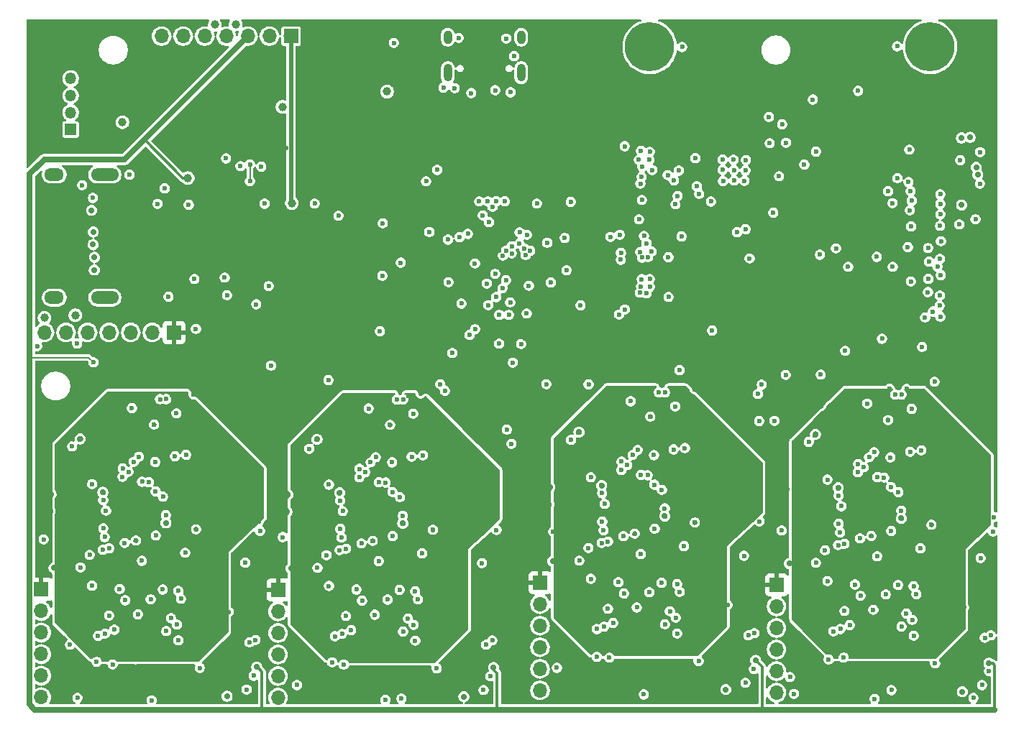
<source format=gbr>
%TF.GenerationSoftware,KiCad,Pcbnew,9.0.0*%
%TF.CreationDate,2026-01-02T12:40:45+01:00*%
%TF.ProjectId,camera,63616d65-7261-42e6-9b69-6361645f7063,rev?*%
%TF.SameCoordinates,Original*%
%TF.FileFunction,Copper,L3,Inr*%
%TF.FilePolarity,Positive*%
%FSLAX46Y46*%
G04 Gerber Fmt 4.6, Leading zero omitted, Abs format (unit mm)*
G04 Created by KiCad (PCBNEW 9.0.0) date 2026-01-02 12:40:45*
%MOMM*%
%LPD*%
G01*
G04 APERTURE LIST*
%TA.AperFunction,ComponentPad*%
%ADD10R,1.700000X1.700000*%
%TD*%
%TA.AperFunction,ComponentPad*%
%ADD11O,1.700000X1.700000*%
%TD*%
%TA.AperFunction,ComponentPad*%
%ADD12O,3.300000X1.500000*%
%TD*%
%TA.AperFunction,ComponentPad*%
%ADD13O,2.300000X1.500000*%
%TD*%
%TA.AperFunction,ComponentPad*%
%ADD14C,5.800000*%
%TD*%
%TA.AperFunction,ComponentPad*%
%ADD15R,1.350000X1.350000*%
%TD*%
%TA.AperFunction,ComponentPad*%
%ADD16O,1.350000X1.350000*%
%TD*%
%TA.AperFunction,HeatsinkPad*%
%ADD17O,1.000000X2.100000*%
%TD*%
%TA.AperFunction,HeatsinkPad*%
%ADD18O,1.000000X1.600000*%
%TD*%
%TA.AperFunction,ViaPad*%
%ADD19C,0.600000*%
%TD*%
%TA.AperFunction,ViaPad*%
%ADD20C,1.000000*%
%TD*%
%TA.AperFunction,ViaPad*%
%ADD21C,0.700000*%
%TD*%
%TA.AperFunction,Conductor*%
%ADD22C,0.170000*%
%TD*%
%TA.AperFunction,Conductor*%
%ADD23C,0.300000*%
%TD*%
%TA.AperFunction,Conductor*%
%ADD24C,0.700000*%
%TD*%
%TA.AperFunction,Conductor*%
%ADD25C,0.500000*%
%TD*%
G04 APERTURE END LIST*
D10*
%TO.N,+3.3V*%
%TO.C,J8*%
X73335000Y-36605000D03*
D11*
%TO.N,/stm-camera0/SWO*%
X73335000Y-39145000D03*
%TO.N,/stm-camera0/STM_RST*%
X73335000Y-41685000D03*
%TO.N,/stm-camera0/SWCLK*%
X73335000Y-44225000D03*
%TO.N,/stm-camera0/SWDIO*%
X73335000Y-46765000D03*
%TO.N,GND*%
X73335000Y-49305000D03*
%TD*%
D12*
%TO.N,GND*%
%TO.C,J3*%
X80835000Y-2217000D03*
X80835000Y12283000D03*
D13*
X74875000Y-2217000D03*
X74875000Y12283000D03*
%TD*%
D14*
%TO.N,GND*%
%TO.C,U3*%
X177975000Y27315000D03*
X144975000Y27315000D03*
%TD*%
D10*
%TO.N,1.8v out*%
%TO.C,J1*%
X102745000Y28595000D03*
D11*
%TO.N,2.8v out*%
X100205000Y28595000D03*
%TO.N,1.5v out*%
X97665000Y28595000D03*
%TO.N,GND*%
X95125000Y28595000D03*
%TO.N,/USBC-CC2*%
X92585000Y28595000D03*
%TO.N,/USBC-CC1*%
X90045000Y28595000D03*
%TO.N,/USBC-VBUS*%
X87505000Y28595000D03*
%TD*%
D15*
%TO.N,+5V*%
%TO.C,J16*%
X76815000Y17590000D03*
D16*
%TO.N,/USB3_D+*%
X76815000Y19590000D03*
%TO.N,/USB3_D-*%
X76815000Y21590000D03*
%TO.N,GND*%
X76815000Y23590000D03*
%TD*%
D10*
%TO.N,+3.3V*%
%TO.C,J2*%
X88955000Y-6330000D03*
D11*
%TO.N,+5V*%
X86415000Y-6330000D03*
%TO.N,/power SCL*%
X83875000Y-6330000D03*
%TO.N,/power SDA*%
X81335000Y-6330000D03*
%TO.N,unconnected-(J2-Pin_5-Pad5)*%
X78795000Y-6330000D03*
%TO.N,GND*%
X76255000Y-6330000D03*
X73715000Y-6330000D03*
%TD*%
D10*
%TO.N,+3.3V*%
%TO.C,J10*%
X132062500Y-35802500D03*
D11*
%TO.N,/stm-camera1/SWO*%
X132062500Y-38342500D03*
%TO.N,/stm-camera1/STM_RST*%
X132062500Y-40882500D03*
%TO.N,/stm-camera1/SWCLK*%
X132062500Y-43422500D03*
%TO.N,/stm-camera1/SWDIO*%
X132062500Y-45962500D03*
%TO.N,GND*%
X132062500Y-48502500D03*
%TD*%
D10*
%TO.N,+3.3V*%
%TO.C,J14*%
X159911101Y-36070618D03*
D11*
%TO.N,/stm-camera3/SWO*%
X159911101Y-38610618D03*
%TO.N,/stm-camera3/STM_RST*%
X159911101Y-41150618D03*
%TO.N,/stm-camera3/SWCLK*%
X159911101Y-43690618D03*
%TO.N,/stm-camera3/SWDIO*%
X159911101Y-46230618D03*
%TO.N,GND*%
X159911101Y-48770618D03*
%TD*%
D10*
%TO.N,+3.3V*%
%TO.C,J12*%
X101220000Y-36655000D03*
D11*
%TO.N,/stm-camera2/SWO*%
X101220000Y-39195000D03*
%TO.N,/stm-camera2/STM_RST*%
X101220000Y-41735000D03*
%TO.N,/stm-camera2/SWCLK*%
X101220000Y-44275000D03*
%TO.N,/stm-camera2/SWDIO*%
X101220000Y-46815000D03*
%TO.N,GND*%
X101220000Y-49355000D03*
%TD*%
D17*
%TO.N,GND*%
%TO.C,J4*%
X129855000Y24285000D03*
D18*
X129855000Y28465000D03*
D17*
X121215000Y24285000D03*
D18*
X121215000Y28465000D03*
%TD*%
D19*
%TO.N,GND*%
X97863899Y-42833899D03*
X113345000Y-26795000D03*
X145282500Y12807500D03*
X126900000Y-2155000D03*
X143860770Y3164233D03*
X114860000Y27795000D03*
X116535000Y-13775000D03*
X179120000Y-3175000D03*
X183026101Y-24655618D03*
X142525000Y-27155000D03*
D20*
X93765000Y29930000D03*
D19*
X171040000Y-28225000D03*
X79685000Y-17290000D03*
X120690000Y22515000D03*
X72865000Y-7940000D03*
X103445000Y-47880000D03*
X154895000Y12805000D03*
X157250000Y-45995000D03*
X125417798Y-48462798D03*
X137637500Y-25657500D03*
X165486101Y-25925618D03*
X169660000Y-26145000D03*
X120700000Y-17665000D03*
X143720000Y7000000D03*
X144245000Y-27880000D03*
X130510000Y5193400D03*
X143750000Y-27120000D03*
X98940000Y-28615000D03*
X112235000Y-17095000D03*
X91365000Y-30000D03*
X119735000Y-17490000D03*
X144045000Y-50000D03*
X159110000Y15965000D03*
X122580000Y4910000D03*
X170900000Y-26145000D03*
X147835000Y11590000D03*
X95090000Y14180000D03*
X130500000Y-4100000D03*
X131700000Y8870000D03*
D20*
X101740000Y20260000D03*
D19*
X172055000Y-26205000D03*
X96105000Y-20730000D03*
X87865000Y10670000D03*
X94940000Y145000D03*
X143880000Y11210000D03*
X119030000Y5515000D03*
X84465000Y-28685000D03*
X87035000Y8830000D03*
X95410000Y-39255000D03*
X161965000Y-48920000D03*
X184546101Y-22885618D03*
D21*
X79270000Y8063000D03*
D19*
X93370000Y-19730000D03*
X156697500Y-22617500D03*
X164565000Y14975000D03*
X161490000Y-46935000D03*
X153227500Y-33577500D03*
X156310000Y13990000D03*
X175612500Y8072500D03*
X181986101Y-38720618D03*
X128555000Y-2785000D03*
X78240000Y-40980000D03*
D21*
X85243899Y-16813899D03*
D19*
X177740000Y-1575000D03*
X179245000Y415000D03*
X177790000Y-5000D03*
X152097500Y-18927500D03*
X128605000Y21970000D03*
X99250041Y13210041D03*
X78910000Y-26460000D03*
X175750000Y6180000D03*
X144070000Y9285000D03*
X150296399Y-22552500D03*
X128080000Y28310000D03*
X184108899Y-47878416D03*
X111025000Y-28710000D03*
X126228899Y-46823899D03*
X98343899Y-46773899D03*
X171020000Y-44305618D03*
D20*
X96220000Y29975000D03*
D19*
X160205270Y12083427D03*
X179210000Y-4480000D03*
X106855000Y-31640000D03*
X128390000Y-4250000D03*
X126055000Y6685000D03*
X178426101Y-16905618D03*
X91550000Y-5915000D03*
X185516101Y-28080618D03*
X110265000Y-20790000D03*
X113860000Y-49620000D03*
X154855000Y14025000D03*
X112065000Y-28695000D03*
X140360000Y4935000D03*
X144600000Y-1725000D03*
X181076101Y-33845618D03*
D21*
X182695000Y16670000D03*
D19*
X122675000Y-28835000D03*
X157902500Y-28587500D03*
X155177500Y-24387500D03*
X177765000Y3625000D03*
X128860294Y-9875294D03*
X141107500Y-19937500D03*
X134055000Y-45845000D03*
X143962500Y-922500D03*
X143171399Y-44037500D03*
X125855000Y-23470000D03*
D21*
X79590000Y1030000D03*
X181674999Y16604999D03*
X170405000Y-20204517D03*
D19*
X159020000Y19060000D03*
X150296399Y-35417500D03*
X130755000Y-820000D03*
X84350000Y-17045000D03*
X77565000Y-7639998D03*
X175545000Y15205000D03*
X113215000Y-6185000D03*
D20*
X77345000Y-4305000D03*
D19*
X145305000Y-12980000D03*
X79020000Y-31300000D03*
X84470000Y-26710000D03*
X129660000Y5473400D03*
X156260298Y-47610298D03*
X177865000Y2020000D03*
X147205000Y-2145000D03*
D21*
X104533899Y-37198899D03*
D19*
X178145000Y-22820618D03*
X125325000Y7475000D03*
X132920000Y4245000D03*
D21*
X171820000Y-16279517D03*
D19*
X157875000Y-16775000D03*
X177405000Y-4565000D03*
X99105000Y-29725000D03*
X180909567Y-27774591D03*
X129020000Y26235000D03*
X96450000Y-25190000D03*
X144280000Y-48975000D03*
X166261101Y-16755618D03*
X144785000Y2555000D03*
X85515000Y-26695000D03*
X92010000Y-45855000D03*
X128065000Y-170000D03*
X147560000Y-13010000D03*
X121300000Y-395000D03*
D21*
X79445000Y4030000D03*
D19*
X126790000Y580000D03*
X111530000Y-27935000D03*
X144075000Y2500000D03*
X126475000Y8480000D03*
X176576101Y-38855618D03*
X175230000Y-12995000D03*
X179201600Y8820000D03*
X154832500Y-19927500D03*
X120860000Y-13210000D03*
X170926101Y-16510618D03*
X122765000Y-23435000D03*
X82380000Y-20740000D03*
X172125000Y-28220000D03*
X77610000Y-49380000D03*
X183340000Y7015000D03*
X150737500Y-45052500D03*
X143815000Y-1625000D03*
X88700000Y-13685000D03*
X179201600Y7600000D03*
X178145000Y-35685618D03*
X83775000Y-28035000D03*
X97532798Y-48412798D03*
X97970000Y-23420000D03*
D21*
X79610000Y2530000D03*
D19*
X76720000Y-43130000D03*
X112130000Y-26795000D03*
X183934702Y-32913119D03*
X179946101Y-19195618D03*
X141455000Y5190000D03*
X145005000Y-945000D03*
X121255000Y-19780000D03*
X144115000Y13190000D03*
X179275000Y4415000D03*
X142617500Y-35537500D03*
X153607500Y-22582500D03*
X147100000Y12220000D03*
X143077500Y-16242500D03*
D21*
X111713899Y-20788899D03*
D19*
X119453899Y-36270000D03*
X170466101Y-35805618D03*
X123565000Y5295000D03*
X136841694Y-3128400D03*
X185395000Y-29775000D03*
X90000000Y-39390000D03*
X101770000Y-30445000D03*
X144960000Y14015000D03*
X182681101Y-20195618D03*
X96795000Y13270000D03*
D21*
X183420000Y13140000D03*
D19*
X181456101Y-22850618D03*
X156130000Y11545000D03*
D21*
X183595000Y12270000D03*
D19*
X99645000Y8850000D03*
X128160000Y-17772500D03*
X122908400Y-39305000D03*
X165595000Y-30865000D03*
X117885000Y-39440000D03*
X153580000Y12845000D03*
X173210000Y-12965000D03*
X124405000Y1800000D03*
X107570000Y-17340000D03*
X124335000Y-25240000D03*
X83320000Y-26710000D03*
X83723000Y12283000D03*
X119895000Y-45905000D03*
X85025000Y-27985000D03*
X156245000Y12765000D03*
X154137500Y-38452500D03*
X94085389Y-28169874D03*
X125721298Y-43132309D03*
X145000000Y-45000D03*
X122385000Y-34430000D03*
X111040000Y-26745000D03*
X141905000Y-25890000D03*
X118655000Y11490000D03*
X123990000Y-20780000D03*
X171455000Y-49500000D03*
X171675000Y-27425000D03*
X114495000Y-13780000D03*
X150530000Y10905000D03*
X105735000Y-41150000D03*
X125243601Y-33497501D03*
D21*
X181705000Y8695000D03*
D19*
X126920000Y-25805000D03*
X128700000Y-19447500D03*
X177045000Y-8035000D03*
X143130000Y-25925000D03*
X94500000Y-34380000D03*
X174110000Y27390000D03*
X148735000Y4985000D03*
X148263750Y9756250D03*
X91850000Y-17440000D03*
X85495000Y-28715000D03*
D21*
X79460000Y5530000D03*
D20*
X73720000Y-4605000D03*
D21*
X163225000Y-36614517D03*
D19*
X148400000Y12740000D03*
X100120000Y-860000D03*
X179155000Y2350000D03*
X150577500Y-16637500D03*
X91568899Y-36220000D03*
X90705000Y8721600D03*
X160570000Y18195000D03*
X135685000Y9050000D03*
X125970000Y-3115000D03*
X143205000Y-27885000D03*
X126945000Y-29595000D03*
X86345000Y-49670000D03*
X113255000Y-28710000D03*
X119453899Y-23405000D03*
X148795000Y27310000D03*
X148727500Y-38587500D03*
X133610000Y-29800000D03*
D21*
X74848899Y-34078899D03*
D19*
X143700000Y14015000D03*
X151542500Y-16812500D03*
D21*
X113128899Y-16863899D03*
D19*
X163180000Y13461600D03*
X119960000Y12830000D03*
X168956101Y-20205618D03*
X145200000Y3215000D03*
X156086101Y-32645001D03*
X84443899Y-44840000D03*
X127255000Y-4250000D03*
X178330000Y-3860000D03*
D21*
X76648899Y-37148899D03*
D19*
X175835000Y9190000D03*
X164900000Y-40510000D03*
X160520000Y-29665000D03*
X83150000Y-28660000D03*
X134965000Y4810000D03*
D21*
X143971399Y-16011399D03*
D19*
X127645000Y-1120000D03*
X92815000Y-17615000D03*
X138412500Y-16487500D03*
X179135000Y-1965000D03*
D21*
X102733899Y-34128899D03*
D19*
X150355000Y14230000D03*
X86560000Y-13715000D03*
X73627500Y-30715000D03*
X157667500Y-27812500D03*
X179201600Y9960000D03*
X156591399Y-42031399D03*
X137775000Y-30780000D03*
X144305000Y5045000D03*
D21*
X133576399Y-33276399D03*
D19*
X106795000Y-26510000D03*
X175700000Y10335000D03*
X112690000Y-28005000D03*
X115740000Y-49475000D03*
X137165000Y-40345000D03*
X122015000Y22465000D03*
X179391101Y-17080618D03*
X83890000Y-36340000D03*
X95205000Y-1940000D03*
X97358601Y-33447501D03*
X173440000Y-48470000D03*
X125805000Y-570000D03*
X169700000Y-28220000D03*
X94880000Y-23385000D03*
X184440000Y-42299517D03*
X143955000Y15070000D03*
X150795000Y10000000D03*
D21*
X161425000Y-33544517D03*
D19*
X144230000Y-25910000D03*
X144985000Y14965000D03*
X154920000Y11595000D03*
X181430000Y6405000D03*
X153620000Y11520000D03*
X141855000Y-27885000D03*
X178586101Y-45320618D03*
X91568899Y-23355000D03*
X144590000Y4170000D03*
D21*
X142556399Y-19936399D03*
X135376399Y-36346399D03*
D19*
X111775000Y-36390000D03*
X121225000Y4615000D03*
X112328899Y-44890000D03*
D21*
X83828899Y-20738899D03*
D19*
X121735000Y-8750000D03*
X152188169Y9106600D03*
X170355000Y-27420000D03*
X184920000Y-46239517D03*
X153570000Y14055000D03*
X88315000Y-2120000D03*
X122485000Y28395000D03*
X161025000Y16030000D03*
%TO.N,+5V*%
X79415000Y9525000D03*
X183890000Y14920000D03*
X78155000Y11035000D03*
X97920000Y13480000D03*
X167990000Y-8485000D03*
X159665000Y-16745000D03*
X172330000Y-7070000D03*
X183860000Y11210000D03*
X97910000Y11500000D03*
X181538400Y13960000D03*
X165110000Y-11295000D03*
%TO.N,/HDMI_CEC*%
X113555000Y6533000D03*
X147175000Y2535000D03*
%TO.N,/HDMI_SCL*%
X108335000Y7430000D03*
X142040000Y15615000D03*
%TO.N,/HDMI_HPD*%
X105540000Y8860000D03*
X144025000Y12015000D03*
%TO.N,/1.05V out*%
X127240000Y-7645000D03*
X122810000Y-2920000D03*
X129845000Y-7690000D03*
X123770000Y-6610000D03*
%TO.N,+3.3V*%
X158890000Y-4335000D03*
X120385000Y-13870000D03*
D21*
X135265000Y-15740000D03*
D19*
X126745000Y-7023400D03*
X130130000Y-14022500D03*
X178145000Y-28984517D03*
X141450000Y-1900000D03*
X181040000Y-13195000D03*
D21*
X108480000Y-25205000D03*
D19*
X91975000Y18005100D03*
D21*
X88023899Y-28763899D03*
X80595000Y-25155000D03*
D19*
X143217500Y-30037500D03*
D21*
X98348899Y-36043899D03*
X183415000Y-37394517D03*
X136650000Y-18066399D03*
D19*
X179795000Y-11870000D03*
X173045000Y-16650000D03*
X165830000Y7045000D03*
D21*
X102270000Y-27435000D03*
D19*
X103770000Y19900000D03*
X158320000Y6185000D03*
D21*
X139322500Y-24352500D03*
D19*
X91911512Y19238588D03*
D21*
X101542500Y-34403899D03*
D19*
X171066101Y-30305618D03*
D21*
X74495000Y-25380000D03*
D19*
X94960000Y-14210000D03*
D21*
X115908899Y-28813899D03*
X185055000Y-33615000D03*
X96838899Y-37928899D03*
X105807500Y-18918899D03*
D19*
X119453899Y-29568899D03*
X118020000Y-13505000D03*
X184900000Y-17560000D03*
D21*
X165130000Y-14950000D03*
D19*
X165685000Y17105000D03*
D21*
X164498601Y-18334517D03*
D19*
X98795000Y-20560000D03*
D21*
X155566399Y-37126399D03*
X126233899Y-36093899D03*
D19*
X127635000Y-9945000D03*
X164755000Y-13115000D03*
D21*
X167171101Y-24620618D03*
D19*
X157522500Y-19757500D03*
X86620000Y-17180000D03*
D21*
X124723899Y-37978899D03*
D19*
X131118899Y-23888899D03*
D21*
X84935000Y-1600000D03*
D19*
X170375000Y-11645000D03*
D21*
X133112500Y-26582500D03*
D19*
X169710000Y3240000D03*
X91295000Y-13630000D03*
D21*
X133222500Y-24577500D03*
D19*
X148920000Y10960000D03*
X126680000Y-20610000D03*
X130305000Y-7023400D03*
X114410000Y-17215000D03*
X136030000Y2340000D03*
X136592500Y-6285000D03*
D21*
X73657500Y-34353899D03*
X157076399Y-35241399D03*
X160961101Y-26850618D03*
D19*
X143795000Y-7770000D03*
X114185000Y7430000D03*
X138035000Y-7965000D03*
X119380000Y-6390000D03*
D21*
X174600000Y-28229517D03*
D19*
X151755000Y-13400000D03*
D21*
X77922500Y-18868899D03*
D19*
X126605000Y-10005000D03*
X102192500Y15400301D03*
X145055000Y-16245000D03*
X103760000Y13805000D03*
D21*
X132685000Y-33975000D03*
D19*
X150296399Y-28716399D03*
D21*
X103975000Y-17080000D03*
X102380000Y-25430000D03*
D19*
X158035000Y9765000D03*
X84490000Y-30840000D03*
D20*
X85815000Y-490000D03*
D19*
X123365000Y-4150000D03*
X153320000Y4240000D03*
X185371101Y-20025618D03*
X137415000Y2335000D03*
X112375000Y-30890000D03*
X131800000Y-13605000D03*
X114610000Y9070000D03*
X119605000Y-1000000D03*
D21*
X160233601Y-33819517D03*
D19*
X127243449Y3270818D03*
D21*
X146751399Y-27961399D03*
X161071101Y-24845618D03*
D19*
X131873899Y-22163899D03*
X120258400Y1195000D03*
X91568899Y-29518899D03*
X150275000Y-13020000D03*
X93465000Y14015000D03*
X87950000Y16020000D03*
D21*
X75650000Y-17650000D03*
X74385000Y-27385000D03*
D19*
%TO.N,/power SCL*%
X164180000Y21115000D03*
X173040000Y10320000D03*
X175375000Y3715000D03*
%TO.N,/power SDA*%
X169510000Y22140000D03*
D20*
%TO.N,1.5v out*%
X90590000Y11865000D03*
D21*
X98718899Y-45753899D03*
X184925000Y-45300000D03*
D19*
X79495000Y-9845000D03*
D21*
X157446399Y-44951399D03*
D19*
X113510000Y350000D03*
D21*
X126603899Y-45803899D03*
D19*
%TO.N,2.8v out*%
X114110000Y-37805000D03*
D20*
X82900000Y18445000D03*
D21*
X181790000Y-48659517D03*
D19*
X144930000Y-36935000D03*
X86225000Y-37775000D03*
X172780859Y-37195859D03*
D21*
X95213899Y-49193899D03*
X123098899Y-49243899D03*
D19*
X98655000Y-3010000D03*
X126448899Y-42613899D03*
D21*
X153941399Y-48391399D03*
D19*
X115675000Y1895000D03*
X157291399Y-41761399D03*
X183105000Y-49390000D03*
X98563899Y-42563899D03*
X185140000Y-42029517D03*
%TO.N,/STM32_1_USB_D-*%
X115945000Y-14230000D03*
%TO.N,/STM32_0_USB_D-*%
X88060000Y-14180000D03*
%TO.N,/STM32_3_USB_D+*%
X173901101Y-13650618D03*
%TO.N,/STM32_3_USB_D-*%
X174636101Y-13645618D03*
%TO.N,/STM32_1_USB_D+*%
X115210000Y-14235000D03*
%TO.N,/STM32_0_USB_D+*%
X87325000Y-14185000D03*
%TO.N,/STM32_2_USB_D-*%
X146787500Y-13377500D03*
%TO.N,/STM32_2_USB_D+*%
X146052500Y-13382500D03*
D20*
%TO.N,1.8v out*%
X102850000Y8921600D03*
D19*
%TO.N,/stm-camera0/PWDN*%
X82575000Y-36565000D03*
X88055000Y-41520000D03*
%TO.N,/stm-camera0/cam_SCL*%
X89490000Y-42600000D03*
X84730000Y-39535000D03*
%TO.N,/stm-camera1/SWCLK*%
X138057500Y-35352500D03*
%TO.N,/stm-camera2/SWCLK*%
X107215000Y-36205000D03*
%TO.N,Net-(IC1-PPON4)*%
X152327500Y-6107500D03*
X130371600Y2804843D03*
%TO.N,/stm-camera3/SWCLK*%
X165906101Y-35620618D03*
%TO.N,Net-(IC1-OCI1B)*%
X128082132Y3323713D03*
%TO.N,Net-(IC1-OCI3B)*%
X130192578Y3579043D03*
%TO.N,Net-(IC1-PPON2)*%
X128745000Y3000000D03*
X124420000Y-5940000D03*
X120330000Y-12430000D03*
%TO.N,/stm-camera1/STMPHY_D6*%
X146412399Y-24877500D03*
%TO.N,/stm-camera1/STMPHY_D3*%
X143937500Y-23111399D03*
%TO.N,/stm-camera1/STMPHY_D4*%
X144728899Y-23158899D03*
%TO.N,/stm-camera1/STMPHY_D0*%
X142325573Y-21944386D03*
%TO.N,/stm-camera1/STMPHY_STP*%
X139695000Y-26527942D03*
%TO.N,/stm-camera1/STMPHY_NXT*%
X141645000Y-22535000D03*
%TO.N,/stm-camera1/STMPHY_D7*%
X146751399Y-27061399D03*
%TO.N,/stm-camera1/STMPHY_DIR*%
X139367194Y-25272806D03*
%TO.N,/stm-camera1/STMPHY_D1*%
X142961399Y-20766399D03*
%TO.N,/stm-camera1/STMPHY_D2*%
X143566399Y-20171399D03*
%TO.N,/stm-camera1/STMPHY_D5*%
X145535297Y-24267501D03*
%TO.N,/stm-camera1/STMPHY_CLKOUT*%
X141666399Y-21546399D03*
%TO.N,/stm-camera2/STMPHY_D1*%
X112118899Y-21618899D03*
%TO.N,/stm-camera2/STMPHY_DIR*%
X108524694Y-26125306D03*
%TO.N,/stm-camera2/STMPHY_CLKOUT*%
X110823899Y-22398899D03*
%TO.N,/stm-camera2/STMPHY_D5*%
X114692797Y-25120001D03*
%TO.N,/stm-camera2/STMPHY_D7*%
X115908899Y-27913899D03*
%TO.N,/stm-camera2/STMPHY_D6*%
X115569899Y-25730000D03*
%TO.N,/stm-camera2/STMPHY_D2*%
X112723899Y-21023899D03*
%TO.N,/stm-camera2/STMPHY_STP*%
X108852500Y-27380442D03*
%TO.N,/stm-camera2/STMPHY_NXT*%
X110802500Y-23387500D03*
%TO.N,/stm-camera2/STMPHY_D0*%
X111483073Y-22796886D03*
%TO.N,/stm-camera2/STMPHY_D3*%
X113095000Y-23963899D03*
%TO.N,/stm-camera2/STMPHY_D4*%
X113886399Y-24011399D03*
%TO.N,/stm-camera3/STMPHY_D5*%
X173383898Y-24535619D03*
%TO.N,/stm-camera3/STMPHY_NXT*%
X169493601Y-22803118D03*
%TO.N,/stm-camera3/STMPHY_STP*%
X167543601Y-26796060D03*
%TO.N,/stm-camera3/STMPHY_DIR*%
X167215795Y-25540924D03*
%TO.N,/stm-camera3/STMPHY_CLKOUT*%
X169515000Y-21814517D03*
%TO.N,/stm-camera3/STMPHY_D1*%
X170810000Y-21034517D03*
%TO.N,/stm-camera3/STMPHY_D6*%
X174261000Y-25145618D03*
%TO.N,/stm-camera3/STMPHY_D0*%
X170174174Y-22212504D03*
%TO.N,/stm-camera3/STMPHY_D7*%
X174600000Y-27329517D03*
%TO.N,/stm-camera3/STMPHY_D4*%
X172577500Y-23427017D03*
%TO.N,/stm-camera3/STMPHY_D2*%
X171415000Y-20439517D03*
%TO.N,/stm-camera3/STMPHY_D3*%
X171786101Y-23379517D03*
%TO.N,/PCIe_CLK_nREQ*%
X142065000Y-3615000D03*
X133345000Y-430000D03*
%TO.N,Net-(IC1-PPON3)*%
X157730000Y-13560000D03*
X129633738Y4143815D03*
X148500000Y-10750000D03*
%TO.N,/PONRSTB*%
X135190000Y1000000D03*
X171707500Y2582500D03*
%TO.N,Net-(IC1-PPON1)*%
X127688406Y2728362D03*
%TO.N,Net-(IC1-OCI2B)*%
X128725000Y3825000D03*
%TO.N,Net-(IC1-OCI4B)*%
X130905000Y3295000D03*
%TO.N,Net-(IC5-VBUS)*%
X178525000Y-12135000D03*
%TO.N,/stm-camera0/STMPHY_OP_ID*%
X86758899Y-21583899D03*
X86838899Y-30258899D03*
X83163899Y-31128899D03*
%TO.N,/USB_HUB_SCL*%
X165015000Y2835000D03*
X156270000Y5845000D03*
%TO.N,/USB_HUB_SDA*%
X166910000Y3585000D03*
X155260000Y5495000D03*
%TO.N,/stm-camera0/PHY-RESETB*%
X79332500Y-24202500D03*
%TO.N,/stm-camera0/PCLK*%
X89073899Y-20918899D03*
X83230000Y-37885000D03*
%TO.N,/stm-camera0/RST*%
X85187299Y-33233899D03*
X89310000Y-40740000D03*
%TO.N,/stm-camera0/VSYNC*%
X87645000Y-36615000D03*
X88625000Y-39990000D03*
%TO.N,/stm-camera0/Y3*%
X81950000Y-41355000D03*
X80821399Y-30436399D03*
%TO.N,/stm-camera0/Y2*%
X80025000Y-42080000D03*
X80660000Y-29415000D03*
%TO.N,/stm-camera0/HSYNC*%
X89800000Y-37705000D03*
X90400000Y-20750000D03*
%TO.N,/stm-camera0/Y7*%
X90288899Y-32293899D03*
X89480000Y-36777663D03*
%TO.N,/stm-camera0/SWCLK*%
X79330000Y-36155000D03*
%TO.N,/stm-camera0/STMPHY_NXT*%
X82917500Y-23337500D03*
%TO.N,/stm-camera0/STMPHY_STP*%
X80967500Y-27330442D03*
%TO.N,/stm-camera0/STMPHY_D6*%
X87684899Y-25680000D03*
%TO.N,/stm-camera0/STMPHY_D0*%
X83598073Y-22746886D03*
%TO.N,/stm-camera0/STMPHY_D4*%
X86001399Y-23961399D03*
%TO.N,/stm-camera0/STMPHY_D2*%
X84838899Y-20973899D03*
%TO.N,/stm-camera0/STMPHY_DIR*%
X80639694Y-26075306D03*
%TO.N,/stm-camera0/STMPHY_CLKOUT*%
X82938899Y-22348899D03*
%TO.N,/stm-camera0/STMPHY_D5*%
X86807797Y-25070001D03*
%TO.N,/stm-camera0/STMPHY_D1*%
X84233899Y-21568899D03*
%TO.N,/stm-camera0/STMPHY_D3*%
X85210000Y-23913899D03*
%TO.N,/stm-camera0/STMPHY_D7*%
X88023899Y-27863899D03*
%TO.N,/stm-camera1/PHY-RESETB*%
X138060000Y-23400000D03*
%TO.N,/stm-camera1/STMPHY_OP_ID*%
X145486399Y-20781399D03*
X145566399Y-29456399D03*
X141891399Y-30326399D03*
%TO.N,/USBC-CC2*%
X123970000Y21880000D03*
%TO.N,/USBC-CC1*%
X126785000Y22215000D03*
D20*
%TO.N,/USBC-VBUS*%
X114055000Y22055000D03*
D19*
%TO.N,/RUN_PG*%
X173565000Y8915000D03*
X159525000Y7780000D03*
X141380000Y-4220000D03*
%TO.N,/stm-camera3/STM_RST*%
X165616101Y-31995618D03*
%TO.N,/stm-camera2/STM_RST*%
X106925000Y-32580000D03*
%TO.N,/stm-camera1/STM_RST*%
X137767500Y-31727500D03*
%TO.N,/stm-camera0/STM_RST*%
X79040000Y-32530000D03*
%TO.N,GPIO_Cam_Trigger*%
X163715000Y-19225000D03*
X160989999Y-11319999D03*
X100405000Y-10235000D03*
X76970000Y-19760000D03*
X137785000Y-12450000D03*
X135717500Y-18977500D03*
X175735000Y-315000D03*
X132815000Y-12415000D03*
X107160000Y-11940000D03*
X104890000Y-20045000D03*
X158155000Y-12480000D03*
%TO.N,/stm-camera2/STMPHY_OP_ID*%
X114643899Y-21633899D03*
X114723899Y-30308899D03*
X111048899Y-31178899D03*
%TO.N,/stm-camera2/PHY-RESETB*%
X107217500Y-24252500D03*
%TO.N,/stm-camera3/PHY-RESETB*%
X165908601Y-23668118D03*
%TO.N,/stm-camera3/STMPHY_OP_ID*%
X169740000Y-30594517D03*
X173335000Y-21049517D03*
X173415000Y-29724517D03*
%TO.N,/stm-camera0/SWO*%
X77975000Y-34015000D03*
%TO.N,/stm-camera1/SWO*%
X136702500Y-33212500D03*
%TO.N,/stm-camera2/SWO*%
X105860000Y-34065000D03*
%TO.N,/stm-camera3/SWO*%
X164551101Y-33480618D03*
%TO.N,/stm-camera0/Y1*%
X80588334Y-31932037D03*
X80860000Y-41805000D03*
%TO.N,/stm-camera0/Y0*%
X81335000Y-39685000D03*
X81340000Y-31764998D03*
%TO.N,/stm-camera1/HSYNC*%
X148527500Y-36902500D03*
X149127500Y-19947500D03*
%TO.N,/stm-camera1/VSYNC*%
X146372500Y-35812500D03*
X147352500Y-39187500D03*
%TO.N,/stm-camera1/PWDN*%
X146782500Y-40717500D03*
X141302500Y-35762500D03*
%TO.N,/stm-camera1/Y0*%
X140067500Y-30962498D03*
X140062500Y-38882500D03*
%TO.N,/stm-camera1/Y2*%
X139387500Y-28612500D03*
X138752500Y-41277500D03*
%TO.N,/stm-camera1/cam_SCL*%
X143457500Y-38732500D03*
X148217500Y-41797500D03*
%TO.N,/stm-camera1/Y7*%
X149016399Y-31491399D03*
X148207500Y-35975163D03*
%TO.N,/stm-camera1/Y1*%
X139315834Y-31129537D03*
X139587500Y-41002500D03*
%TO.N,/stm-camera1/RST*%
X148037500Y-39937500D03*
X143914799Y-32431399D03*
%TO.N,/stm-camera1/Y3*%
X139548899Y-29633899D03*
X140677500Y-40552500D03*
%TO.N,/stm-camera1/PCLK*%
X147801399Y-20116399D03*
X141957500Y-37082500D03*
%TO.N,/stm-camera2/cam_SCL*%
X112615000Y-39585000D03*
X117375000Y-42650000D03*
%TO.N,/stm-camera2/HSYNC*%
X117685000Y-37755000D03*
X118285000Y-20800000D03*
%TO.N,/stm-camera2/Y3*%
X108706399Y-30486399D03*
X109835000Y-41405000D03*
%TO.N,/stm-camera2/Y1*%
X108745000Y-41855000D03*
X108473334Y-31982037D03*
%TO.N,/stm-camera2/VSYNC*%
X115530000Y-36665000D03*
X116510000Y-40040000D03*
%TO.N,/stm-camera2/PWDN*%
X110460000Y-36615000D03*
X115940000Y-41570000D03*
%TO.N,/stm-camera2/Y7*%
X118173899Y-32343899D03*
X117365000Y-36827663D03*
%TO.N,/stm-camera2/Y0*%
X109225000Y-31814998D03*
X109220000Y-39735000D03*
%TO.N,/stm-camera2/RST*%
X117195000Y-40790000D03*
X113072299Y-33283899D03*
%TO.N,/stm-camera2/PCLK*%
X111115000Y-37935000D03*
X116958899Y-20968899D03*
%TO.N,/stm-camera2/Y2*%
X107910000Y-42130000D03*
X108545000Y-29465000D03*
%TO.N,/stm-camera3/PCLK*%
X169806101Y-37350618D03*
X175650000Y-20384517D03*
%TO.N,/stm-camera3/Y2*%
X166601101Y-41545618D03*
X167236101Y-28880618D03*
%TO.N,/stm-camera3/VSYNC*%
X174221101Y-36080618D03*
X175201101Y-39455618D03*
%TO.N,/stm-camera3/Y3*%
X167397500Y-29902017D03*
X168526101Y-40820618D03*
%TO.N,/stm-camera3/HSYNC*%
X176976101Y-20215618D03*
X176376101Y-37170618D03*
%TO.N,/stm-camera3/Y7*%
X176056101Y-36243281D03*
X176865000Y-31759517D03*
%TO.N,/stm-camera3/RST*%
X175886101Y-40205618D03*
X171763400Y-32699517D03*
%TO.N,/stm-camera3/PWDN*%
X169151101Y-36030618D03*
X174631101Y-40985618D03*
%TO.N,/stm-camera3/Y1*%
X167164435Y-31397655D03*
X167436101Y-41270618D03*
%TO.N,/stm-camera3/Y0*%
X167911101Y-39150618D03*
X167916101Y-31230616D03*
%TO.N,/stm-camera3/cam_SCL*%
X171306101Y-39000618D03*
X176066101Y-42065618D03*
%TO.N,/MIPI_MDP0*%
X125910000Y9115000D03*
%TO.N,/MIPI_SCL*%
X175445000Y11385000D03*
%TO.N,/MIPI_CMPDNF*%
X179156389Y6240022D03*
%TO.N,/MIPI_MDN1*%
X141575000Y2245000D03*
%TO.N,/MIPI_MDP1*%
X141600000Y3065000D03*
%TO.N,/MIPI_MCN*%
X126910000Y9145000D03*
%TO.N,/MIPI_RESET*%
X168345000Y1415000D03*
X156745000Y2395000D03*
X178865000Y1430000D03*
X173595000Y1410000D03*
X148015000Y8775000D03*
%TO.N,/MIPI_MDN0*%
X124910000Y9115000D03*
%TO.N,/MIPI_MCP*%
X127910000Y9135000D03*
%TO.N,/MIPI_SDA*%
X174145000Y11860000D03*
%TO.N,/stm-camera0/BACKUP_USB_D-*%
X89252500Y-15853899D03*
%TO.N,/stm-camera1/BACKUP_USB_D-*%
X147980000Y-15051399D03*
%TO.N,/stm-camera2/BACKUP_USB_D-*%
X117137500Y-15903899D03*
%TO.N,/stm-camera3/BACKUP_USB_D-*%
X175828601Y-15319517D03*
%TO.N,/stm-camera0/BACKUP_USB_D+*%
X84012500Y-15238899D03*
%TO.N,/stm-camera1/BACKUP_USB_D+*%
X142740000Y-14436399D03*
%TO.N,/stm-camera2/BACKUP_USB_D+*%
X111897500Y-15288899D03*
%TO.N,/stm-camera3/BACKUP_USB_D+*%
X170588601Y-14704517D03*
%TO.N,/stm-camera0/AFVDD2.8V*%
X79855000Y-45140000D03*
%TO.N,/stm-camera1/AFVDD2.8V*%
X138755000Y-44550000D03*
%TO.N,/stm-camera2/AFVDD2.8V*%
X107595000Y-45195000D03*
%TO.N,/stm-camera3/AFVDD2.8V*%
X166045000Y-44865000D03*
%TO.N,Net-(JP1-A)*%
X81750000Y-45435000D03*
%TO.N,Net-(JP2-A)*%
X140225000Y-44655000D03*
%TO.N,Net-(JP3-A)*%
X108960000Y-45455000D03*
%TO.N,Net-(JP4-A)*%
X167820000Y-44635000D03*
%TD*%
D22*
%TO.N,+5V*%
X97920000Y11510000D02*
X97910000Y11500000D01*
X97920000Y13480000D02*
X97920000Y11510000D01*
D23*
%TO.N,1.5v out*%
X126603899Y-46038899D02*
X127020000Y-46455000D01*
D24*
X83130000Y14060000D02*
X73700000Y14060000D01*
D23*
X98768899Y-45753899D02*
X99325000Y-46310000D01*
D22*
X71951503Y-9275000D02*
X78925000Y-9275000D01*
D23*
X157446399Y-44951399D02*
X158230000Y-45735000D01*
X157446399Y-44951399D02*
X157446399Y-44971399D01*
X126603899Y-45803899D02*
X126603899Y-46038899D01*
D22*
X78925000Y-9275000D02*
X79495000Y-9845000D01*
D23*
X158230000Y-45735000D02*
X158230000Y-50774000D01*
X185588000Y-45512517D02*
X185375483Y-45300000D01*
X89985000Y11865000D02*
X90590000Y11865000D01*
X98718899Y-45753899D02*
X98768899Y-45753899D01*
D24*
X72579000Y-50774000D02*
X99325000Y-50774000D01*
X97665000Y28595000D02*
X85460000Y16390000D01*
X71951503Y-9275000D02*
X71949704Y-16880000D01*
D23*
X185375483Y-45300000D02*
X184925000Y-45300000D01*
D24*
X127005000Y-50774000D02*
X157685000Y-50774000D01*
D23*
X185588000Y-50774000D02*
X185588000Y-45512517D01*
D24*
X71949704Y-16880000D02*
X71949704Y-50144704D01*
X158230000Y-50774000D02*
X185588000Y-50774000D01*
X71949704Y-50144704D02*
X72579000Y-50774000D01*
D23*
X127005000Y-46470000D02*
X127005000Y-50774000D01*
D24*
X85460000Y16390000D02*
X83130000Y14060000D01*
X99325000Y-50774000D02*
X127005000Y-50774000D01*
X73700000Y14060000D02*
X71956610Y12316610D01*
D23*
X127020000Y-46455000D02*
X127005000Y-46470000D01*
D24*
X71956610Y12316610D02*
X71951503Y-9275000D01*
D23*
X99325000Y-46310000D02*
X99325000Y-50774000D01*
D24*
X157685000Y-50774000D02*
X158230000Y-50774000D01*
D23*
X85460000Y16390000D02*
X89985000Y11865000D01*
%TO.N,1.8v out*%
X102745000Y9026600D02*
X102850000Y8921600D01*
X102745000Y28595000D02*
X101990000Y28595000D01*
D25*
X102745000Y28595000D02*
X102745000Y9026600D01*
%TD*%
%TA.AperFunction,Conductor*%
%TO.N,GND*%
G36*
X173561172Y-12944685D02*
G01*
X173606927Y-12997489D01*
X173616871Y-13066647D01*
X173587846Y-13130203D01*
X173556132Y-13156388D01*
X173532386Y-13170097D01*
X173532383Y-13170099D01*
X173420582Y-13281900D01*
X173420576Y-13281908D01*
X173341527Y-13418827D01*
X173341524Y-13418834D01*
X173300601Y-13571561D01*
X173300601Y-13729675D01*
X173340185Y-13877402D01*
X173341524Y-13882401D01*
X173341527Y-13882408D01*
X173420576Y-14019327D01*
X173420580Y-14019332D01*
X173420581Y-14019334D01*
X173532385Y-14131138D01*
X173532387Y-14131139D01*
X173532391Y-14131142D01*
X173591270Y-14165135D01*
X173669317Y-14210195D01*
X173822044Y-14251118D01*
X173822046Y-14251118D01*
X173980156Y-14251118D01*
X173980158Y-14251118D01*
X174132885Y-14210195D01*
X174210932Y-14165134D01*
X174278831Y-14148662D01*
X174334929Y-14165134D01*
X174404317Y-14205195D01*
X174557044Y-14246118D01*
X174557046Y-14246118D01*
X174715156Y-14246118D01*
X174715158Y-14246118D01*
X174867885Y-14205195D01*
X175004817Y-14126138D01*
X175116621Y-14014334D01*
X175195678Y-13877402D01*
X175236601Y-13724675D01*
X175236601Y-13566561D01*
X175195678Y-13413834D01*
X175156967Y-13346784D01*
X175116625Y-13276908D01*
X175116619Y-13276900D01*
X175004818Y-13165099D01*
X175004813Y-13165095D01*
X174989730Y-13156387D01*
X174941514Y-13105820D01*
X174928292Y-13037213D01*
X174954260Y-12972348D01*
X175011174Y-12931820D01*
X175051730Y-12925000D01*
X177268638Y-12925000D01*
X177335677Y-12944685D01*
X177356319Y-12961319D01*
X185133681Y-20738681D01*
X185167166Y-20800004D01*
X185170000Y-20826362D01*
X185170000Y-28969346D01*
X185150315Y-29036385D01*
X185129919Y-29060634D01*
X182150000Y-31799999D01*
X182150000Y-41273638D01*
X182130315Y-41340677D01*
X182113681Y-41361319D01*
X178736319Y-44738681D01*
X178674996Y-44772166D01*
X178648638Y-44775000D01*
X168544500Y-44775000D01*
X168477461Y-44755315D01*
X168431706Y-44702511D01*
X168420500Y-44651000D01*
X168420500Y-44555945D01*
X168420500Y-44555943D01*
X168379577Y-44403216D01*
X168379573Y-44403209D01*
X168300524Y-44266290D01*
X168300518Y-44266282D01*
X168188717Y-44154481D01*
X168188709Y-44154475D01*
X168051790Y-44075426D01*
X168051786Y-44075424D01*
X168051784Y-44075423D01*
X167899057Y-44034500D01*
X167740943Y-44034500D01*
X167588216Y-44075423D01*
X167588209Y-44075426D01*
X167451290Y-44154475D01*
X167451282Y-44154481D01*
X167339481Y-44266282D01*
X167339475Y-44266290D01*
X167260426Y-44403209D01*
X167260423Y-44403216D01*
X167219500Y-44555943D01*
X167219500Y-44651000D01*
X167199815Y-44718039D01*
X167147011Y-44763794D01*
X167095500Y-44775000D01*
X166737716Y-44775000D01*
X166670677Y-44755315D01*
X166624922Y-44702511D01*
X166617941Y-44683093D01*
X166604577Y-44633216D01*
X166559964Y-44555943D01*
X166525524Y-44496290D01*
X166525518Y-44496282D01*
X166413717Y-44384481D01*
X166413709Y-44384475D01*
X166276790Y-44305426D01*
X166276786Y-44305424D01*
X166276784Y-44305423D01*
X166124057Y-44264500D01*
X165965943Y-44264500D01*
X165922803Y-44276059D01*
X165888048Y-44285371D01*
X165818198Y-44283706D01*
X165768276Y-44253276D01*
X162981561Y-41466561D01*
X166000601Y-41466561D01*
X166000601Y-41624674D01*
X166041524Y-41777401D01*
X166041527Y-41777408D01*
X166120576Y-41914327D01*
X166120580Y-41914332D01*
X166120581Y-41914334D01*
X166232385Y-42026138D01*
X166232387Y-42026139D01*
X166232391Y-42026142D01*
X166369310Y-42105191D01*
X166369317Y-42105195D01*
X166522044Y-42146118D01*
X166522046Y-42146118D01*
X166680156Y-42146118D01*
X166680158Y-42146118D01*
X166832885Y-42105195D01*
X166969817Y-42026138D01*
X167009394Y-41986561D01*
X175465601Y-41986561D01*
X175465601Y-42144675D01*
X175465988Y-42146117D01*
X175506524Y-42297401D01*
X175506527Y-42297408D01*
X175585576Y-42434327D01*
X175585580Y-42434332D01*
X175585581Y-42434334D01*
X175697385Y-42546138D01*
X175697387Y-42546139D01*
X175697391Y-42546142D01*
X175834310Y-42625191D01*
X175834317Y-42625195D01*
X175987044Y-42666118D01*
X175987046Y-42666118D01*
X176145156Y-42666118D01*
X176145158Y-42666118D01*
X176297885Y-42625195D01*
X176434817Y-42546138D01*
X176546621Y-42434334D01*
X176625678Y-42297402D01*
X176666601Y-42144675D01*
X176666601Y-41986561D01*
X176625678Y-41833834D01*
X176623577Y-41830195D01*
X176546625Y-41696908D01*
X176546619Y-41696900D01*
X176434818Y-41585099D01*
X176434810Y-41585093D01*
X176297891Y-41506044D01*
X176297887Y-41506042D01*
X176297885Y-41506041D01*
X176145158Y-41465118D01*
X175987044Y-41465118D01*
X175834317Y-41506041D01*
X175834310Y-41506044D01*
X175697391Y-41585093D01*
X175697383Y-41585099D01*
X175585582Y-41696900D01*
X175585576Y-41696908D01*
X175506527Y-41833827D01*
X175506524Y-41833834D01*
X175465601Y-41986561D01*
X167009394Y-41986561D01*
X167081621Y-41914334D01*
X167092552Y-41895399D01*
X167143117Y-41847182D01*
X167211723Y-41833957D01*
X167232023Y-41837618D01*
X167357044Y-41871118D01*
X167357047Y-41871118D01*
X167515155Y-41871118D01*
X167515158Y-41871118D01*
X167667885Y-41830195D01*
X167804817Y-41751138D01*
X167916621Y-41639334D01*
X167995678Y-41502402D01*
X168022221Y-41403339D01*
X168058585Y-41343682D01*
X168121431Y-41313152D01*
X168190807Y-41321446D01*
X168203994Y-41328047D01*
X168294317Y-41380195D01*
X168447044Y-41421118D01*
X168447046Y-41421118D01*
X168605156Y-41421118D01*
X168605158Y-41421118D01*
X168757885Y-41380195D01*
X168894817Y-41301138D01*
X169006621Y-41189334D01*
X169085678Y-41052402D01*
X169124756Y-40906561D01*
X174030601Y-40906561D01*
X174030601Y-41064675D01*
X174064004Y-41189335D01*
X174071524Y-41217401D01*
X174071527Y-41217408D01*
X174150576Y-41354327D01*
X174150580Y-41354332D01*
X174150581Y-41354334D01*
X174262385Y-41466138D01*
X174262387Y-41466139D01*
X174262391Y-41466142D01*
X174399310Y-41545191D01*
X174399317Y-41545195D01*
X174552044Y-41586118D01*
X174552046Y-41586118D01*
X174710156Y-41586118D01*
X174710158Y-41586118D01*
X174862885Y-41545195D01*
X174999817Y-41466138D01*
X175111621Y-41354334D01*
X175190678Y-41217402D01*
X175231601Y-41064675D01*
X175231601Y-40906561D01*
X175190678Y-40753834D01*
X175183592Y-40741561D01*
X175111625Y-40616908D01*
X175111619Y-40616900D01*
X174999818Y-40505099D01*
X174999810Y-40505093D01*
X174862891Y-40426044D01*
X174862887Y-40426042D01*
X174862885Y-40426041D01*
X174710158Y-40385118D01*
X174552044Y-40385118D01*
X174399317Y-40426041D01*
X174399310Y-40426044D01*
X174262391Y-40505093D01*
X174262383Y-40505099D01*
X174150582Y-40616900D01*
X174150576Y-40616908D01*
X174071527Y-40753827D01*
X174071524Y-40753834D01*
X174030601Y-40906561D01*
X169124756Y-40906561D01*
X169126601Y-40899675D01*
X169126601Y-40741561D01*
X169085678Y-40588834D01*
X169077307Y-40574335D01*
X169006625Y-40451908D01*
X169006619Y-40451900D01*
X168894818Y-40340099D01*
X168894810Y-40340093D01*
X168757891Y-40261044D01*
X168757887Y-40261042D01*
X168757885Y-40261041D01*
X168605158Y-40220118D01*
X168447044Y-40220118D01*
X168294317Y-40261041D01*
X168294310Y-40261044D01*
X168157391Y-40340093D01*
X168157383Y-40340099D01*
X168045582Y-40451900D01*
X168045576Y-40451908D01*
X167966527Y-40588827D01*
X167966524Y-40588832D01*
X167939981Y-40687894D01*
X167903615Y-40747554D01*
X167840768Y-40778083D01*
X167771393Y-40769788D01*
X167758207Y-40763188D01*
X167667885Y-40711041D01*
X167515158Y-40670118D01*
X167357044Y-40670118D01*
X167204317Y-40711041D01*
X167204310Y-40711044D01*
X167067391Y-40790093D01*
X167067383Y-40790099D01*
X166955582Y-40901900D01*
X166955580Y-40901903D01*
X166944647Y-40920840D01*
X166894079Y-40969055D01*
X166825472Y-40982277D01*
X166805167Y-40978614D01*
X166769492Y-40969055D01*
X166680158Y-40945118D01*
X166522044Y-40945118D01*
X166369317Y-40986041D01*
X166369310Y-40986044D01*
X166232391Y-41065093D01*
X166232383Y-41065099D01*
X166120582Y-41176900D01*
X166120576Y-41176908D01*
X166041527Y-41313827D01*
X166041524Y-41313834D01*
X166000601Y-41466561D01*
X162981561Y-41466561D01*
X161746319Y-40231319D01*
X161712834Y-40169996D01*
X161710000Y-40143638D01*
X161710000Y-39071561D01*
X167310601Y-39071561D01*
X167310601Y-39229675D01*
X167349960Y-39376563D01*
X167351524Y-39382401D01*
X167351527Y-39382408D01*
X167430576Y-39519327D01*
X167430580Y-39519332D01*
X167430581Y-39519334D01*
X167542385Y-39631138D01*
X167542387Y-39631139D01*
X167542391Y-39631142D01*
X167639836Y-39687401D01*
X167679317Y-39710195D01*
X167832044Y-39751118D01*
X167832046Y-39751118D01*
X167990156Y-39751118D01*
X167990158Y-39751118D01*
X168142885Y-39710195D01*
X168279817Y-39631138D01*
X168391621Y-39519334D01*
X168470678Y-39382402D01*
X168511601Y-39229675D01*
X168511601Y-39071561D01*
X168471409Y-38921561D01*
X170705601Y-38921561D01*
X170705601Y-39079675D01*
X170745794Y-39229675D01*
X170746524Y-39232401D01*
X170746527Y-39232408D01*
X170825576Y-39369327D01*
X170825580Y-39369332D01*
X170825581Y-39369334D01*
X170937385Y-39481138D01*
X170937387Y-39481139D01*
X170937391Y-39481142D01*
X171074310Y-39560191D01*
X171074317Y-39560195D01*
X171227044Y-39601118D01*
X171227046Y-39601118D01*
X171385156Y-39601118D01*
X171385158Y-39601118D01*
X171537885Y-39560195D01*
X171674817Y-39481138D01*
X171779394Y-39376561D01*
X174600601Y-39376561D01*
X174600601Y-39534675D01*
X174630442Y-39646041D01*
X174641524Y-39687401D01*
X174641527Y-39687408D01*
X174720576Y-39824327D01*
X174720580Y-39824332D01*
X174720581Y-39824334D01*
X174832385Y-39936138D01*
X174832387Y-39936139D01*
X174832391Y-39936142D01*
X174969310Y-40015191D01*
X174969317Y-40015195D01*
X175122044Y-40056118D01*
X175122046Y-40056118D01*
X175161601Y-40056118D01*
X175228640Y-40075803D01*
X175274395Y-40128607D01*
X175285601Y-40180118D01*
X175285601Y-40284674D01*
X175326524Y-40437401D01*
X175326527Y-40437408D01*
X175405576Y-40574327D01*
X175405580Y-40574332D01*
X175405581Y-40574334D01*
X175517385Y-40686138D01*
X175517387Y-40686139D01*
X175517391Y-40686142D01*
X175634627Y-40753827D01*
X175654317Y-40765195D01*
X175807044Y-40806118D01*
X175807046Y-40806118D01*
X175965156Y-40806118D01*
X175965158Y-40806118D01*
X176117885Y-40765195D01*
X176254817Y-40686138D01*
X176366621Y-40574334D01*
X176445678Y-40437402D01*
X176486601Y-40284675D01*
X176486601Y-40126561D01*
X176445678Y-39973834D01*
X176423917Y-39936142D01*
X176366625Y-39836908D01*
X176366619Y-39836900D01*
X176254818Y-39725099D01*
X176254810Y-39725093D01*
X176117891Y-39646044D01*
X176117887Y-39646042D01*
X176117885Y-39646041D01*
X175965158Y-39605118D01*
X175925601Y-39605118D01*
X175858562Y-39585433D01*
X175812807Y-39532629D01*
X175801601Y-39481118D01*
X175801601Y-39376563D01*
X175801601Y-39376561D01*
X175760678Y-39223834D01*
X175760674Y-39223827D01*
X175681625Y-39086908D01*
X175681619Y-39086900D01*
X175569818Y-38975099D01*
X175569810Y-38975093D01*
X175432891Y-38896044D01*
X175432887Y-38896042D01*
X175432885Y-38896041D01*
X175280158Y-38855118D01*
X175122044Y-38855118D01*
X174969317Y-38896041D01*
X174969310Y-38896044D01*
X174832391Y-38975093D01*
X174832383Y-38975099D01*
X174720582Y-39086900D01*
X174720576Y-39086908D01*
X174641527Y-39223827D01*
X174641524Y-39223834D01*
X174600601Y-39376561D01*
X171779394Y-39376561D01*
X171786621Y-39369334D01*
X171865678Y-39232402D01*
X171906601Y-39079675D01*
X171906601Y-38921561D01*
X171865678Y-38768834D01*
X171808674Y-38670099D01*
X171786625Y-38631908D01*
X171786619Y-38631900D01*
X171674818Y-38520099D01*
X171674810Y-38520093D01*
X171537891Y-38441044D01*
X171537887Y-38441042D01*
X171537885Y-38441041D01*
X171385158Y-38400118D01*
X171227044Y-38400118D01*
X171074317Y-38441041D01*
X171074310Y-38441044D01*
X170937391Y-38520093D01*
X170937383Y-38520099D01*
X170825582Y-38631900D01*
X170825576Y-38631908D01*
X170746527Y-38768827D01*
X170746524Y-38768834D01*
X170705601Y-38921561D01*
X168471409Y-38921561D01*
X168470678Y-38918834D01*
X168433892Y-38855118D01*
X168391625Y-38781908D01*
X168391619Y-38781900D01*
X168279818Y-38670099D01*
X168279810Y-38670093D01*
X168142891Y-38591044D01*
X168142887Y-38591042D01*
X168142885Y-38591041D01*
X167990158Y-38550118D01*
X167832044Y-38550118D01*
X167679317Y-38591041D01*
X167679310Y-38591044D01*
X167542391Y-38670093D01*
X167542383Y-38670099D01*
X167430582Y-38781900D01*
X167430576Y-38781908D01*
X167351527Y-38918827D01*
X167351524Y-38918834D01*
X167310601Y-39071561D01*
X161710000Y-39071561D01*
X161710000Y-37271561D01*
X169205601Y-37271561D01*
X169205601Y-37429675D01*
X169241748Y-37564575D01*
X169246524Y-37582401D01*
X169246527Y-37582408D01*
X169325576Y-37719327D01*
X169325580Y-37719332D01*
X169325581Y-37719334D01*
X169437385Y-37831138D01*
X169437387Y-37831139D01*
X169437391Y-37831142D01*
X169556300Y-37899793D01*
X169574317Y-37910195D01*
X169727044Y-37951118D01*
X169727046Y-37951118D01*
X169885156Y-37951118D01*
X169885158Y-37951118D01*
X170037885Y-37910195D01*
X170174817Y-37831138D01*
X170286621Y-37719334D01*
X170365678Y-37582402D01*
X170406601Y-37429675D01*
X170406601Y-37271561D01*
X170365678Y-37118834D01*
X170364505Y-37116802D01*
X172180359Y-37116802D01*
X172180359Y-37274916D01*
X172214521Y-37402408D01*
X172221282Y-37427642D01*
X172221285Y-37427649D01*
X172300334Y-37564568D01*
X172300338Y-37564573D01*
X172300339Y-37564575D01*
X172412143Y-37676379D01*
X172412145Y-37676380D01*
X172412149Y-37676383D01*
X172505349Y-37730191D01*
X172549075Y-37755436D01*
X172701802Y-37796359D01*
X172701804Y-37796359D01*
X172859914Y-37796359D01*
X172859916Y-37796359D01*
X173012643Y-37755436D01*
X173149575Y-37676379D01*
X173261379Y-37564575D01*
X173340436Y-37427643D01*
X173381359Y-37274916D01*
X173381359Y-37116802D01*
X173340436Y-36964075D01*
X173325859Y-36938827D01*
X173261383Y-36827149D01*
X173261377Y-36827141D01*
X173149576Y-36715340D01*
X173149568Y-36715334D01*
X173012649Y-36636285D01*
X173012645Y-36636283D01*
X173012643Y-36636282D01*
X172859916Y-36595359D01*
X172701802Y-36595359D01*
X172549075Y-36636282D01*
X172549068Y-36636285D01*
X172412149Y-36715334D01*
X172412141Y-36715340D01*
X172300340Y-36827141D01*
X172300334Y-36827149D01*
X172221285Y-36964068D01*
X172221282Y-36964075D01*
X172180359Y-37116802D01*
X170364505Y-37116802D01*
X170346947Y-37086390D01*
X170286625Y-36981908D01*
X170286619Y-36981900D01*
X170174818Y-36870099D01*
X170174810Y-36870093D01*
X170037891Y-36791044D01*
X170037887Y-36791042D01*
X170037885Y-36791041D01*
X169885158Y-36750118D01*
X169727044Y-36750118D01*
X169574317Y-36791041D01*
X169574310Y-36791044D01*
X169437391Y-36870093D01*
X169437383Y-36870099D01*
X169325582Y-36981900D01*
X169325576Y-36981908D01*
X169246527Y-37118827D01*
X169246525Y-37118832D01*
X169246524Y-37118834D01*
X169205601Y-37271561D01*
X161710000Y-37271561D01*
X161710000Y-35541561D01*
X165305601Y-35541561D01*
X165305601Y-35699675D01*
X165322504Y-35762756D01*
X165346524Y-35852401D01*
X165346527Y-35852408D01*
X165425576Y-35989327D01*
X165425580Y-35989332D01*
X165425581Y-35989334D01*
X165537385Y-36101138D01*
X165537387Y-36101139D01*
X165537391Y-36101142D01*
X165674310Y-36180191D01*
X165674317Y-36180195D01*
X165827044Y-36221118D01*
X165827046Y-36221118D01*
X165985156Y-36221118D01*
X165985158Y-36221118D01*
X166137885Y-36180195D01*
X166274817Y-36101138D01*
X166386621Y-35989334D01*
X166408429Y-35951561D01*
X168550601Y-35951561D01*
X168550601Y-36109675D01*
X168569497Y-36180194D01*
X168591524Y-36262401D01*
X168591527Y-36262408D01*
X168670576Y-36399327D01*
X168670580Y-36399332D01*
X168670581Y-36399334D01*
X168782385Y-36511138D01*
X168782387Y-36511139D01*
X168782391Y-36511142D01*
X168868988Y-36561138D01*
X168919317Y-36590195D01*
X169072044Y-36631118D01*
X169072046Y-36631118D01*
X169230156Y-36631118D01*
X169230158Y-36631118D01*
X169382885Y-36590195D01*
X169519817Y-36511138D01*
X169631621Y-36399334D01*
X169710678Y-36262402D01*
X169751601Y-36109675D01*
X169751601Y-36001561D01*
X173620601Y-36001561D01*
X173620601Y-36159675D01*
X173648127Y-36262401D01*
X173661524Y-36312401D01*
X173661527Y-36312408D01*
X173740576Y-36449327D01*
X173740580Y-36449332D01*
X173740581Y-36449334D01*
X173852385Y-36561138D01*
X173852387Y-36561139D01*
X173852391Y-36561142D01*
X173938820Y-36611041D01*
X173989317Y-36640195D01*
X174142044Y-36681118D01*
X174142046Y-36681118D01*
X174300156Y-36681118D01*
X174300158Y-36681118D01*
X174452885Y-36640195D01*
X174589817Y-36561138D01*
X174701621Y-36449334D01*
X174780678Y-36312402D01*
X174820382Y-36164224D01*
X175455601Y-36164224D01*
X175455601Y-36322338D01*
X175489630Y-36449334D01*
X175496524Y-36475064D01*
X175496527Y-36475071D01*
X175575576Y-36611990D01*
X175575580Y-36611995D01*
X175575581Y-36611997D01*
X175687385Y-36723801D01*
X175769965Y-36771478D01*
X175818179Y-36822043D01*
X175831403Y-36890650D01*
X175818547Y-36930873D01*
X175819635Y-36931324D01*
X175816524Y-36938834D01*
X175775601Y-37091561D01*
X175775601Y-37249675D01*
X175782365Y-37274916D01*
X175816524Y-37402401D01*
X175816527Y-37402408D01*
X175895576Y-37539327D01*
X175895580Y-37539332D01*
X175895581Y-37539334D01*
X176007385Y-37651138D01*
X176007387Y-37651139D01*
X176007391Y-37651142D01*
X176125493Y-37719327D01*
X176144317Y-37730195D01*
X176297044Y-37771118D01*
X176297046Y-37771118D01*
X176455156Y-37771118D01*
X176455158Y-37771118D01*
X176607885Y-37730195D01*
X176744817Y-37651138D01*
X176856621Y-37539334D01*
X176935678Y-37402402D01*
X176976601Y-37249675D01*
X176976601Y-37091561D01*
X176935678Y-36938834D01*
X176895991Y-36870093D01*
X176856625Y-36801908D01*
X176856619Y-36801900D01*
X176744818Y-36690099D01*
X176744817Y-36690098D01*
X176662236Y-36642420D01*
X176614022Y-36591855D01*
X176600798Y-36523248D01*
X176613657Y-36483026D01*
X176612567Y-36482575D01*
X176615673Y-36475073D01*
X176615678Y-36475065D01*
X176656601Y-36322338D01*
X176656601Y-36164224D01*
X176615678Y-36011497D01*
X176602878Y-35989327D01*
X176536625Y-35874571D01*
X176536619Y-35874563D01*
X176424818Y-35762762D01*
X176424810Y-35762756D01*
X176287891Y-35683707D01*
X176287887Y-35683705D01*
X176287885Y-35683704D01*
X176135158Y-35642781D01*
X175977044Y-35642781D01*
X175824317Y-35683704D01*
X175824310Y-35683707D01*
X175687391Y-35762756D01*
X175687383Y-35762762D01*
X175575582Y-35874563D01*
X175575576Y-35874571D01*
X175496527Y-36011490D01*
X175496524Y-36011497D01*
X175455601Y-36164224D01*
X174820382Y-36164224D01*
X174821601Y-36159675D01*
X174821601Y-36001561D01*
X174780678Y-35848834D01*
X174730985Y-35762762D01*
X174701625Y-35711908D01*
X174701619Y-35711900D01*
X174589818Y-35600099D01*
X174589810Y-35600093D01*
X174452891Y-35521044D01*
X174452887Y-35521042D01*
X174452885Y-35521041D01*
X174300158Y-35480118D01*
X174142044Y-35480118D01*
X173989317Y-35521041D01*
X173989310Y-35521044D01*
X173852391Y-35600093D01*
X173852383Y-35600099D01*
X173740582Y-35711900D01*
X173740576Y-35711908D01*
X173661527Y-35848827D01*
X173661524Y-35848834D01*
X173620601Y-36001561D01*
X169751601Y-36001561D01*
X169751601Y-35951561D01*
X169710678Y-35798834D01*
X169689852Y-35762762D01*
X169631625Y-35661908D01*
X169631619Y-35661900D01*
X169519818Y-35550099D01*
X169519810Y-35550093D01*
X169382891Y-35471044D01*
X169382887Y-35471042D01*
X169382885Y-35471041D01*
X169230158Y-35430118D01*
X169072044Y-35430118D01*
X168919317Y-35471041D01*
X168919310Y-35471044D01*
X168782391Y-35550093D01*
X168782383Y-35550099D01*
X168670582Y-35661900D01*
X168670576Y-35661908D01*
X168591527Y-35798827D01*
X168591524Y-35798834D01*
X168550601Y-35951561D01*
X166408429Y-35951561D01*
X166452884Y-35874563D01*
X166454343Y-35872033D01*
X166465678Y-35852402D01*
X166506601Y-35699675D01*
X166506601Y-35541561D01*
X166465678Y-35388834D01*
X166465674Y-35388827D01*
X166386625Y-35251908D01*
X166386619Y-35251900D01*
X166274818Y-35140099D01*
X166274810Y-35140093D01*
X166137891Y-35061044D01*
X166137887Y-35061042D01*
X166137885Y-35061041D01*
X165985158Y-35020118D01*
X165827044Y-35020118D01*
X165674317Y-35061041D01*
X165674310Y-35061044D01*
X165537391Y-35140093D01*
X165537383Y-35140099D01*
X165425582Y-35251900D01*
X165425576Y-35251908D01*
X165346527Y-35388827D01*
X165346524Y-35388834D01*
X165305601Y-35541561D01*
X161710000Y-35541561D01*
X161710000Y-33401561D01*
X163950601Y-33401561D01*
X163950601Y-33559675D01*
X163982593Y-33679069D01*
X163991524Y-33712401D01*
X163991527Y-33712408D01*
X164070576Y-33849327D01*
X164070580Y-33849332D01*
X164070581Y-33849334D01*
X164182385Y-33961138D01*
X164182387Y-33961139D01*
X164182391Y-33961142D01*
X164301085Y-34029669D01*
X164319317Y-34040195D01*
X164472044Y-34081118D01*
X164472046Y-34081118D01*
X164630156Y-34081118D01*
X164630158Y-34081118D01*
X164782885Y-34040195D01*
X164919817Y-33961138D01*
X165031621Y-33849334D01*
X165110678Y-33712402D01*
X165151601Y-33559675D01*
X165151601Y-33401561D01*
X165110678Y-33248834D01*
X165070961Y-33180041D01*
X165031625Y-33111908D01*
X165031619Y-33111900D01*
X164919818Y-33000099D01*
X164919810Y-33000093D01*
X164782891Y-32921044D01*
X164782887Y-32921042D01*
X164782885Y-32921041D01*
X164630158Y-32880118D01*
X164472044Y-32880118D01*
X164319317Y-32921041D01*
X164319310Y-32921044D01*
X164182391Y-33000093D01*
X164182383Y-33000099D01*
X164070582Y-33111900D01*
X164070576Y-33111908D01*
X163991527Y-33248827D01*
X163991524Y-33248834D01*
X163950601Y-33401561D01*
X161710000Y-33401561D01*
X161710000Y-32620460D01*
X171162900Y-32620460D01*
X171162900Y-32778573D01*
X171203823Y-32931300D01*
X171203826Y-32931307D01*
X171282875Y-33068226D01*
X171282879Y-33068231D01*
X171282880Y-33068233D01*
X171394684Y-33180037D01*
X171394686Y-33180038D01*
X171394690Y-33180041D01*
X171513833Y-33248827D01*
X171531616Y-33259094D01*
X171684343Y-33300017D01*
X171684345Y-33300017D01*
X171842455Y-33300017D01*
X171842457Y-33300017D01*
X171995184Y-33259094D01*
X172132116Y-33180037D01*
X172243920Y-33068233D01*
X172322977Y-32931301D01*
X172363900Y-32778574D01*
X172363900Y-32620460D01*
X172322977Y-32467733D01*
X172263281Y-32364335D01*
X172243924Y-32330807D01*
X172243918Y-32330799D01*
X172132117Y-32218998D01*
X172132109Y-32218992D01*
X171995190Y-32139943D01*
X171995186Y-32139941D01*
X171995184Y-32139940D01*
X171842457Y-32099017D01*
X171684343Y-32099017D01*
X171531616Y-32139940D01*
X171531609Y-32139943D01*
X171394690Y-32218992D01*
X171394682Y-32218998D01*
X171282881Y-32330799D01*
X171282875Y-32330807D01*
X171203826Y-32467726D01*
X171203823Y-32467733D01*
X171162900Y-32620460D01*
X161710000Y-32620460D01*
X161710000Y-31916561D01*
X165015601Y-31916561D01*
X165015601Y-32074675D01*
X165033090Y-32139943D01*
X165056524Y-32227401D01*
X165056527Y-32227408D01*
X165135576Y-32364327D01*
X165135580Y-32364332D01*
X165135581Y-32364334D01*
X165247385Y-32476138D01*
X165247387Y-32476139D01*
X165247391Y-32476142D01*
X165384310Y-32555191D01*
X165384317Y-32555195D01*
X165537044Y-32596118D01*
X165537046Y-32596118D01*
X165695156Y-32596118D01*
X165695158Y-32596118D01*
X165847885Y-32555195D01*
X165984817Y-32476138D01*
X166096621Y-32364334D01*
X166175678Y-32227402D01*
X166216601Y-32074675D01*
X166216601Y-31916561D01*
X166175678Y-31763834D01*
X166175674Y-31763827D01*
X166096625Y-31626908D01*
X166096619Y-31626900D01*
X165984818Y-31515099D01*
X165984810Y-31515093D01*
X165847891Y-31436044D01*
X165847887Y-31436042D01*
X165847885Y-31436041D01*
X165695158Y-31395118D01*
X165537044Y-31395118D01*
X165384317Y-31436041D01*
X165384310Y-31436044D01*
X165247391Y-31515093D01*
X165247383Y-31515099D01*
X165135582Y-31626900D01*
X165135576Y-31626908D01*
X165056527Y-31763827D01*
X165056524Y-31763834D01*
X165015601Y-31916561D01*
X161710000Y-31916561D01*
X161710000Y-31318598D01*
X166563935Y-31318598D01*
X166563935Y-31476712D01*
X166574221Y-31515098D01*
X166604858Y-31629438D01*
X166604861Y-31629445D01*
X166683910Y-31766364D01*
X166683914Y-31766369D01*
X166683915Y-31766371D01*
X166795719Y-31878175D01*
X166795721Y-31878176D01*
X166795725Y-31878179D01*
X166932644Y-31957228D01*
X166932651Y-31957232D01*
X167085378Y-31998155D01*
X167085380Y-31998155D01*
X167243490Y-31998155D01*
X167243492Y-31998155D01*
X167396219Y-31957232D01*
X167533151Y-31878175D01*
X167583862Y-31827464D01*
X167645185Y-31793978D01*
X167703633Y-31795368D01*
X167837044Y-31831116D01*
X167837047Y-31831116D01*
X167995156Y-31831116D01*
X167995158Y-31831116D01*
X168147885Y-31790193D01*
X168284817Y-31711136D01*
X168315493Y-31680460D01*
X176264500Y-31680460D01*
X176264500Y-31838574D01*
X176296295Y-31957232D01*
X176305423Y-31991300D01*
X176305426Y-31991307D01*
X176384475Y-32128226D01*
X176384479Y-32128231D01*
X176384480Y-32128233D01*
X176496284Y-32240037D01*
X176496286Y-32240038D01*
X176496290Y-32240041D01*
X176633209Y-32319090D01*
X176633216Y-32319094D01*
X176785943Y-32360017D01*
X176785945Y-32360017D01*
X176944055Y-32360017D01*
X176944057Y-32360017D01*
X177096784Y-32319094D01*
X177233716Y-32240037D01*
X177345520Y-32128233D01*
X177424577Y-31991301D01*
X177465500Y-31838574D01*
X177465500Y-31680460D01*
X177424577Y-31527733D01*
X177417279Y-31515093D01*
X177345524Y-31390807D01*
X177345518Y-31390799D01*
X177233717Y-31278998D01*
X177233709Y-31278992D01*
X177096790Y-31199943D01*
X177096786Y-31199941D01*
X177096784Y-31199940D01*
X176944057Y-31159017D01*
X176785943Y-31159017D01*
X176633216Y-31199940D01*
X176633209Y-31199943D01*
X176496290Y-31278992D01*
X176496282Y-31278998D01*
X176384481Y-31390799D01*
X176384475Y-31390807D01*
X176305426Y-31527726D01*
X176305423Y-31527733D01*
X176264500Y-31680460D01*
X168315493Y-31680460D01*
X168396621Y-31599332D01*
X168475678Y-31462400D01*
X168516601Y-31309673D01*
X168516601Y-31151559D01*
X168475678Y-30998832D01*
X168455121Y-30963226D01*
X168396625Y-30861906D01*
X168396619Y-30861898D01*
X168284818Y-30750097D01*
X168284810Y-30750091D01*
X168147891Y-30671042D01*
X168147887Y-30671040D01*
X168147885Y-30671039D01*
X168044787Y-30643414D01*
X168001653Y-30631856D01*
X168001651Y-30631856D01*
X167995158Y-30630116D01*
X167837044Y-30630116D01*
X167801092Y-30639749D01*
X167787250Y-30640294D01*
X167766256Y-30635016D01*
X167744614Y-30634501D01*
X167733041Y-30626667D01*
X167719488Y-30623261D01*
X167704679Y-30607470D01*
X167686753Y-30595337D01*
X167681252Y-30582491D01*
X167671692Y-30572297D01*
X167667770Y-30551005D01*
X167659251Y-30531108D01*
X167661568Y-30517328D01*
X167661224Y-30515460D01*
X169139500Y-30515460D01*
X169139500Y-30673574D01*
X169172614Y-30797155D01*
X169180423Y-30826300D01*
X169180426Y-30826307D01*
X169259475Y-30963226D01*
X169259479Y-30963231D01*
X169259480Y-30963233D01*
X169371284Y-31075037D01*
X169371286Y-31075038D01*
X169371290Y-31075041D01*
X169503825Y-31151559D01*
X169508216Y-31154094D01*
X169660943Y-31195017D01*
X169660945Y-31195017D01*
X169819055Y-31195017D01*
X169819057Y-31195017D01*
X169971784Y-31154094D01*
X170108716Y-31075037D01*
X170220520Y-30963233D01*
X170299577Y-30826301D01*
X170340500Y-30673574D01*
X170340500Y-30673571D01*
X170340567Y-30673321D01*
X170376932Y-30613660D01*
X170439779Y-30583131D01*
X170509154Y-30591426D01*
X170563032Y-30635911D01*
X170567729Y-30643414D01*
X170585578Y-30674330D01*
X170585580Y-30674333D01*
X170585581Y-30674334D01*
X170697385Y-30786138D01*
X170697387Y-30786139D01*
X170697391Y-30786142D01*
X170827404Y-30861204D01*
X170834317Y-30865195D01*
X170987044Y-30906118D01*
X170987046Y-30906118D01*
X171145156Y-30906118D01*
X171145158Y-30906118D01*
X171297885Y-30865195D01*
X171434817Y-30786138D01*
X171546621Y-30674334D01*
X171625678Y-30537402D01*
X171666601Y-30384675D01*
X171666601Y-30226561D01*
X171625678Y-30073834D01*
X171625674Y-30073827D01*
X171546625Y-29936908D01*
X171546619Y-29936900D01*
X171434818Y-29825099D01*
X171434810Y-29825093D01*
X171297891Y-29746043D01*
X171297885Y-29746041D01*
X171145158Y-29705118D01*
X170987044Y-29705118D01*
X170834317Y-29746041D01*
X170834310Y-29746044D01*
X170697391Y-29825093D01*
X170697383Y-29825099D01*
X170585582Y-29936900D01*
X170585576Y-29936908D01*
X170506527Y-30073827D01*
X170506524Y-30073832D01*
X170465533Y-30226814D01*
X170429167Y-30286474D01*
X170366320Y-30317003D01*
X170296945Y-30308708D01*
X170243067Y-30264223D01*
X170238370Y-30256719D01*
X170220520Y-30225801D01*
X170108717Y-30113998D01*
X170108709Y-30113992D01*
X169971790Y-30034943D01*
X169971786Y-30034941D01*
X169971784Y-30034940D01*
X169819057Y-29994017D01*
X169660943Y-29994017D01*
X169508216Y-30034940D01*
X169508209Y-30034943D01*
X169371290Y-30113992D01*
X169371282Y-30113998D01*
X169259481Y-30225799D01*
X169259475Y-30225807D01*
X169180426Y-30362726D01*
X169180423Y-30362733D01*
X169139500Y-30515460D01*
X167661224Y-30515460D01*
X167659037Y-30503583D01*
X167667248Y-30483552D01*
X167670839Y-30462206D01*
X167680239Y-30451865D01*
X167685541Y-30438935D01*
X167703276Y-30426525D01*
X167717839Y-30410507D01*
X167720344Y-30409020D01*
X167766216Y-30382537D01*
X167878020Y-30270733D01*
X167957077Y-30133801D01*
X167998000Y-29981074D01*
X167998000Y-29822960D01*
X167957077Y-29670233D01*
X167942776Y-29645462D01*
X167942775Y-29645460D01*
X172814500Y-29645460D01*
X172814500Y-29803574D01*
X172820268Y-29825098D01*
X172855423Y-29956300D01*
X172855426Y-29956307D01*
X172934475Y-30093226D01*
X172934479Y-30093231D01*
X172934480Y-30093233D01*
X173046284Y-30205037D01*
X173046286Y-30205038D01*
X173046290Y-30205041D01*
X173183209Y-30284090D01*
X173183216Y-30284094D01*
X173335943Y-30325017D01*
X173335945Y-30325017D01*
X173494055Y-30325017D01*
X173494057Y-30325017D01*
X173646784Y-30284094D01*
X173783716Y-30205037D01*
X173895520Y-30093233D01*
X173974577Y-29956301D01*
X174015500Y-29803574D01*
X174015500Y-29645460D01*
X173974577Y-29492733D01*
X173944948Y-29441414D01*
X173895524Y-29355807D01*
X173895518Y-29355799D01*
X173783717Y-29243998D01*
X173783709Y-29243992D01*
X173646790Y-29164943D01*
X173646786Y-29164941D01*
X173646784Y-29164940D01*
X173494057Y-29124017D01*
X173335943Y-29124017D01*
X173183216Y-29164940D01*
X173183209Y-29164943D01*
X173046290Y-29243992D01*
X173046282Y-29243998D01*
X172934481Y-29355799D01*
X172934475Y-29355807D01*
X172855426Y-29492726D01*
X172855423Y-29492733D01*
X172814500Y-29645460D01*
X167942775Y-29645460D01*
X167878024Y-29533307D01*
X167878018Y-29533299D01*
X167766217Y-29421498D01*
X167766212Y-29421494D01*
X167761854Y-29418978D01*
X167713640Y-29368409D01*
X167700420Y-29299802D01*
X167716471Y-29249593D01*
X167716625Y-29249327D01*
X167795678Y-29112402D01*
X167836601Y-28959675D01*
X167836601Y-28905460D01*
X177544500Y-28905460D01*
X177544500Y-29063574D01*
X177557584Y-29112402D01*
X177585423Y-29216300D01*
X177585426Y-29216307D01*
X177664475Y-29353226D01*
X177664479Y-29353231D01*
X177664480Y-29353233D01*
X177776284Y-29465037D01*
X177776286Y-29465038D01*
X177776290Y-29465041D01*
X177824243Y-29492726D01*
X177913216Y-29544094D01*
X178065943Y-29585017D01*
X178065945Y-29585017D01*
X178224055Y-29585017D01*
X178224057Y-29585017D01*
X178376784Y-29544094D01*
X178513716Y-29465037D01*
X178625520Y-29353233D01*
X178704577Y-29216301D01*
X178745500Y-29063574D01*
X178745500Y-28905460D01*
X178704577Y-28752733D01*
X178704573Y-28752726D01*
X178625524Y-28615807D01*
X178625518Y-28615799D01*
X178513717Y-28503998D01*
X178513709Y-28503992D01*
X178376790Y-28424943D01*
X178376786Y-28424941D01*
X178376784Y-28424940D01*
X178224057Y-28384017D01*
X178065943Y-28384017D01*
X177913216Y-28424940D01*
X177913209Y-28424943D01*
X177776290Y-28503992D01*
X177776282Y-28503998D01*
X177664481Y-28615799D01*
X177664475Y-28615807D01*
X177585426Y-28752726D01*
X177585423Y-28752733D01*
X177544500Y-28905460D01*
X167836601Y-28905460D01*
X167836601Y-28801561D01*
X167795678Y-28648834D01*
X167776607Y-28615801D01*
X167716625Y-28511908D01*
X167716619Y-28511900D01*
X167604818Y-28400099D01*
X167604810Y-28400093D01*
X167467891Y-28321044D01*
X167467887Y-28321042D01*
X167467885Y-28321041D01*
X167365429Y-28293588D01*
X173949499Y-28293588D01*
X173974497Y-28419255D01*
X173974499Y-28419261D01*
X174023533Y-28537641D01*
X174023538Y-28537650D01*
X174094723Y-28644185D01*
X174094726Y-28644189D01*
X174185327Y-28734790D01*
X174185331Y-28734793D01*
X174291866Y-28805978D01*
X174291872Y-28805981D01*
X174291873Y-28805982D01*
X174410256Y-28855018D01*
X174410260Y-28855018D01*
X174410261Y-28855019D01*
X174535928Y-28880017D01*
X174535931Y-28880017D01*
X174664071Y-28880017D01*
X174748615Y-28863199D01*
X174789744Y-28855018D01*
X174908127Y-28805982D01*
X174914744Y-28801561D01*
X174925716Y-28794230D01*
X174925716Y-28794229D01*
X175014669Y-28734793D01*
X175105276Y-28644186D01*
X175176465Y-28537644D01*
X175225501Y-28419261D01*
X175250500Y-28293586D01*
X175250500Y-28165448D01*
X175250500Y-28165445D01*
X175225502Y-28039778D01*
X175225501Y-28039777D01*
X175225501Y-28039773D01*
X175176465Y-27921390D01*
X175176464Y-27921389D01*
X175176461Y-27921383D01*
X175101892Y-27809783D01*
X175102997Y-27809044D01*
X175078351Y-27751004D01*
X175090146Y-27682137D01*
X175094118Y-27674679D01*
X175159577Y-27561301D01*
X175200500Y-27408574D01*
X175200500Y-27250460D01*
X175159577Y-27097733D01*
X175159573Y-27097726D01*
X175080524Y-26960807D01*
X175080518Y-26960799D01*
X174968717Y-26848998D01*
X174968709Y-26848992D01*
X174831790Y-26769943D01*
X174831786Y-26769941D01*
X174831784Y-26769940D01*
X174679057Y-26729017D01*
X174520943Y-26729017D01*
X174368216Y-26769940D01*
X174368209Y-26769943D01*
X174231290Y-26848992D01*
X174231282Y-26848998D01*
X174119481Y-26960799D01*
X174119475Y-26960807D01*
X174040426Y-27097726D01*
X174040423Y-27097733D01*
X173999500Y-27250460D01*
X173999500Y-27408573D01*
X174040423Y-27561300D01*
X174040423Y-27561301D01*
X174105869Y-27674658D01*
X174122341Y-27742558D01*
X174099488Y-27808585D01*
X174094904Y-27814576D01*
X174023538Y-27921383D01*
X174023533Y-27921392D01*
X173974499Y-28039772D01*
X173974497Y-28039778D01*
X173949500Y-28165445D01*
X173949500Y-28165448D01*
X173949500Y-28293586D01*
X173949500Y-28293588D01*
X173949499Y-28293588D01*
X167365429Y-28293588D01*
X167315158Y-28280118D01*
X167157044Y-28280118D01*
X167004317Y-28321041D01*
X167004310Y-28321044D01*
X166867391Y-28400093D01*
X166867383Y-28400099D01*
X166755582Y-28511900D01*
X166755576Y-28511908D01*
X166676527Y-28648827D01*
X166676524Y-28648834D01*
X166635601Y-28801561D01*
X166635601Y-28959675D01*
X166663441Y-29063573D01*
X166676524Y-29112401D01*
X166676527Y-29112408D01*
X166755576Y-29249327D01*
X166755582Y-29249335D01*
X166867385Y-29361138D01*
X166871743Y-29363654D01*
X166919958Y-29414222D01*
X166933180Y-29482829D01*
X166917130Y-29533040D01*
X166837923Y-29670232D01*
X166837923Y-29670233D01*
X166797000Y-29822960D01*
X166797000Y-29981074D01*
X166821855Y-30073832D01*
X166837923Y-30133800D01*
X166837926Y-30133807D01*
X166916975Y-30270726D01*
X166916979Y-30270731D01*
X166916980Y-30270733D01*
X167028784Y-30382537D01*
X167028786Y-30382538D01*
X167028790Y-30382541D01*
X167104974Y-30426525D01*
X167165716Y-30461594D01*
X167318443Y-30502517D01*
X167318445Y-30502517D01*
X167476555Y-30502517D01*
X167476557Y-30502517D01*
X167499132Y-30496468D01*
X167568981Y-30498129D01*
X167626844Y-30537291D01*
X167654349Y-30601519D01*
X167642763Y-30670422D01*
X167608249Y-30713420D01*
X167601110Y-30719077D01*
X167547385Y-30750096D01*
X167491622Y-30805857D01*
X167486013Y-30810304D01*
X167459988Y-30820837D01*
X167435346Y-30834293D01*
X167427224Y-30834099D01*
X167421247Y-30836519D01*
X167405719Y-30833587D01*
X167376898Y-30832901D01*
X167243492Y-30797155D01*
X167085378Y-30797155D01*
X166932651Y-30838078D01*
X166932644Y-30838081D01*
X166795725Y-30917130D01*
X166795717Y-30917136D01*
X166683916Y-31028937D01*
X166683910Y-31028945D01*
X166604861Y-31165864D01*
X166604858Y-31165871D01*
X166563935Y-31318598D01*
X161710000Y-31318598D01*
X161710000Y-24980219D01*
X161712383Y-24956026D01*
X161717811Y-24928742D01*
X161721601Y-24909687D01*
X161721601Y-24781549D01*
X161721601Y-24781546D01*
X161712383Y-24735207D01*
X161710000Y-24711015D01*
X161710000Y-24684689D01*
X166520600Y-24684689D01*
X166545598Y-24810356D01*
X166545600Y-24810362D01*
X166594634Y-24928742D01*
X166594639Y-24928751D01*
X166665824Y-25035286D01*
X166665827Y-25035290D01*
X166692690Y-25062153D01*
X166726175Y-25123476D01*
X166721191Y-25193168D01*
X166712397Y-25211833D01*
X166656218Y-25309139D01*
X166656218Y-25309140D01*
X166615295Y-25461867D01*
X166615295Y-25619981D01*
X166649094Y-25746118D01*
X166656218Y-25772707D01*
X166656221Y-25772714D01*
X166735270Y-25909633D01*
X166735274Y-25909638D01*
X166735275Y-25909640D01*
X166847079Y-26021444D01*
X166847081Y-26021445D01*
X166847085Y-26021448D01*
X166984004Y-26100497D01*
X166984011Y-26100501D01*
X167096689Y-26130693D01*
X167156349Y-26167057D01*
X167186878Y-26229904D01*
X167178583Y-26299279D01*
X167152277Y-26338148D01*
X167063079Y-26427346D01*
X167063076Y-26427350D01*
X166984027Y-26564269D01*
X166984024Y-26564276D01*
X166943101Y-26717003D01*
X166943101Y-26875117D01*
X166966060Y-26960799D01*
X166984024Y-27027843D01*
X166984027Y-27027850D01*
X167063076Y-27164769D01*
X167063080Y-27164774D01*
X167063081Y-27164776D01*
X167174885Y-27276580D01*
X167174887Y-27276581D01*
X167174891Y-27276584D01*
X167311810Y-27355633D01*
X167311817Y-27355637D01*
X167464544Y-27396560D01*
X167464546Y-27396560D01*
X167622656Y-27396560D01*
X167622658Y-27396560D01*
X167775385Y-27355637D01*
X167912317Y-27276580D01*
X168024121Y-27164776D01*
X168103178Y-27027844D01*
X168144101Y-26875117D01*
X168144101Y-26717003D01*
X168103178Y-26564276D01*
X168103174Y-26564269D01*
X168024125Y-26427350D01*
X168024119Y-26427342D01*
X167912318Y-26315541D01*
X167912310Y-26315535D01*
X167775391Y-26236486D01*
X167775386Y-26236483D01*
X167709564Y-26218846D01*
X167662705Y-26206290D01*
X167603046Y-26169926D01*
X167572517Y-26107079D01*
X167580812Y-26037703D01*
X167607114Y-25998840D01*
X167696315Y-25909640D01*
X167775372Y-25772708D01*
X167816295Y-25619981D01*
X167816295Y-25461867D01*
X167775372Y-25309140D01*
X167726606Y-25224674D01*
X167696319Y-25172214D01*
X167696316Y-25172211D01*
X167696315Y-25172208D01*
X167696312Y-25172205D01*
X167691369Y-25165763D01*
X167694026Y-25163723D01*
X167667993Y-25116048D01*
X167672977Y-25046356D01*
X167686052Y-25020805D01*
X167747566Y-24928745D01*
X167796602Y-24810362D01*
X167821601Y-24684687D01*
X167821601Y-24556549D01*
X167821601Y-24556546D01*
X167796603Y-24430879D01*
X167796602Y-24430878D01*
X167796602Y-24430874D01*
X167747566Y-24312491D01*
X167747565Y-24312490D01*
X167747562Y-24312484D01*
X167676377Y-24205949D01*
X167676374Y-24205945D01*
X167585773Y-24115344D01*
X167585769Y-24115341D01*
X167479234Y-24044156D01*
X167479225Y-24044151D01*
X167360845Y-23995117D01*
X167360839Y-23995115D01*
X167235172Y-23970118D01*
X167235170Y-23970118D01*
X167107032Y-23970118D01*
X167107030Y-23970118D01*
X166981362Y-23995115D01*
X166981356Y-23995117D01*
X166862976Y-24044151D01*
X166862967Y-24044156D01*
X166756432Y-24115341D01*
X166756428Y-24115344D01*
X166665827Y-24205945D01*
X166665824Y-24205949D01*
X166594639Y-24312484D01*
X166594634Y-24312493D01*
X166545600Y-24430873D01*
X166545598Y-24430879D01*
X166520601Y-24556546D01*
X166520601Y-24556549D01*
X166520601Y-24684687D01*
X166520601Y-24684689D01*
X166520600Y-24684689D01*
X161710000Y-24684689D01*
X161710000Y-23589061D01*
X165308101Y-23589061D01*
X165308101Y-23747175D01*
X165338344Y-23860041D01*
X165349024Y-23899901D01*
X165349027Y-23899908D01*
X165428076Y-24036827D01*
X165428080Y-24036832D01*
X165428081Y-24036834D01*
X165539885Y-24148638D01*
X165539887Y-24148639D01*
X165539891Y-24148642D01*
X165639151Y-24205949D01*
X165676817Y-24227695D01*
X165829544Y-24268618D01*
X165829546Y-24268618D01*
X165987656Y-24268618D01*
X165987658Y-24268618D01*
X166140385Y-24227695D01*
X166277317Y-24148638D01*
X166389121Y-24036834D01*
X166468178Y-23899902D01*
X166509101Y-23747175D01*
X166509101Y-23589061D01*
X166468178Y-23436334D01*
X166425663Y-23362695D01*
X166389125Y-23299408D01*
X166389119Y-23299400D01*
X166277318Y-23187599D01*
X166277310Y-23187593D01*
X166140391Y-23108544D01*
X166140387Y-23108542D01*
X166140385Y-23108541D01*
X165987658Y-23067618D01*
X165829544Y-23067618D01*
X165676817Y-23108541D01*
X165676810Y-23108544D01*
X165539891Y-23187593D01*
X165539883Y-23187599D01*
X165428082Y-23299400D01*
X165428076Y-23299408D01*
X165349027Y-23436327D01*
X165349024Y-23436334D01*
X165308101Y-23589061D01*
X161710000Y-23589061D01*
X161710000Y-22724061D01*
X168893101Y-22724061D01*
X168893101Y-22882175D01*
X168911203Y-22949730D01*
X168934024Y-23034901D01*
X168934027Y-23034908D01*
X169013076Y-23171827D01*
X169013080Y-23171832D01*
X169013081Y-23171834D01*
X169124885Y-23283638D01*
X169124887Y-23283639D01*
X169124891Y-23283642D01*
X169236295Y-23347960D01*
X169261817Y-23362695D01*
X169414544Y-23403618D01*
X169414546Y-23403618D01*
X169572656Y-23403618D01*
X169572658Y-23403618D01*
X169725385Y-23362695D01*
X169833180Y-23300460D01*
X171185601Y-23300460D01*
X171185601Y-23458574D01*
X171220566Y-23589063D01*
X171226524Y-23611300D01*
X171226527Y-23611307D01*
X171305576Y-23748226D01*
X171305580Y-23748231D01*
X171305581Y-23748233D01*
X171417385Y-23860037D01*
X171417387Y-23860038D01*
X171417391Y-23860041D01*
X171547432Y-23935119D01*
X171554317Y-23939094D01*
X171707044Y-23980017D01*
X171707046Y-23980017D01*
X171865156Y-23980017D01*
X171865158Y-23980017D01*
X172017885Y-23939094D01*
X172078667Y-23904001D01*
X172146562Y-23887530D01*
X172202663Y-23904003D01*
X172208783Y-23907536D01*
X172208784Y-23907537D01*
X172345716Y-23986594D01*
X172498443Y-24027517D01*
X172498445Y-24027517D01*
X172656554Y-24027517D01*
X172656557Y-24027517D01*
X172754593Y-24001248D01*
X172824439Y-24002911D01*
X172882301Y-24042073D01*
X172909806Y-24106301D01*
X172898220Y-24175203D01*
X172894071Y-24183022D01*
X172824321Y-24303834D01*
X172824321Y-24303835D01*
X172783398Y-24456562D01*
X172783398Y-24614676D01*
X172802158Y-24684687D01*
X172824321Y-24767402D01*
X172824324Y-24767409D01*
X172903373Y-24904328D01*
X172903377Y-24904333D01*
X172903378Y-24904335D01*
X173015182Y-25016139D01*
X173015184Y-25016140D01*
X173015188Y-25016143D01*
X173107295Y-25069320D01*
X173152114Y-25095196D01*
X173304841Y-25136119D01*
X173304843Y-25136119D01*
X173462952Y-25136119D01*
X173462955Y-25136119D01*
X173505933Y-25124603D01*
X173575780Y-25126266D01*
X173633643Y-25165428D01*
X173656265Y-25217396D01*
X173658397Y-25216825D01*
X173660500Y-25224673D01*
X173660500Y-25224675D01*
X173701423Y-25377401D01*
X173701426Y-25377408D01*
X173780475Y-25514327D01*
X173780479Y-25514332D01*
X173780480Y-25514334D01*
X173892284Y-25626138D01*
X173892286Y-25626139D01*
X173892290Y-25626142D01*
X174029209Y-25705191D01*
X174029216Y-25705195D01*
X174181943Y-25746118D01*
X174181945Y-25746118D01*
X174340055Y-25746118D01*
X174340057Y-25746118D01*
X174492784Y-25705195D01*
X174629716Y-25626138D01*
X174741520Y-25514334D01*
X174820577Y-25377402D01*
X174861500Y-25224675D01*
X174861500Y-25066561D01*
X174820577Y-24913834D01*
X174760838Y-24810362D01*
X174741524Y-24776908D01*
X174741518Y-24776900D01*
X174629717Y-24665099D01*
X174629709Y-24665093D01*
X174492790Y-24586044D01*
X174492786Y-24586042D01*
X174492784Y-24586041D01*
X174340057Y-24545118D01*
X174181943Y-24545118D01*
X174181938Y-24545118D01*
X174138964Y-24556633D01*
X174069114Y-24554969D01*
X174011253Y-24515806D01*
X173988637Y-24463839D01*
X173986501Y-24464412D01*
X173977516Y-24430879D01*
X173943475Y-24303835D01*
X173899516Y-24227695D01*
X173864422Y-24166909D01*
X173864416Y-24166901D01*
X173752615Y-24055100D01*
X173752607Y-24055094D01*
X173615688Y-23976045D01*
X173615684Y-23976043D01*
X173615682Y-23976042D01*
X173462955Y-23935119D01*
X173304841Y-23935119D01*
X173206807Y-23961387D01*
X173136957Y-23959724D01*
X173079095Y-23920561D01*
X173051591Y-23856333D01*
X173063178Y-23787430D01*
X173067327Y-23779612D01*
X173085443Y-23748234D01*
X173137077Y-23658801D01*
X173178000Y-23506074D01*
X173178000Y-23347960D01*
X173137077Y-23195233D01*
X173087026Y-23108541D01*
X173058024Y-23058307D01*
X173058018Y-23058299D01*
X172946217Y-22946498D01*
X172946209Y-22946492D01*
X172809290Y-22867443D01*
X172809286Y-22867441D01*
X172809284Y-22867440D01*
X172656557Y-22826517D01*
X172498443Y-22826517D01*
X172345716Y-22867440D01*
X172345715Y-22867440D01*
X172284936Y-22902531D01*
X172217036Y-22919003D01*
X172160938Y-22902530D01*
X172017891Y-22819943D01*
X172017887Y-22819941D01*
X172017885Y-22819940D01*
X171865158Y-22779017D01*
X171707044Y-22779017D01*
X171554317Y-22819940D01*
X171554310Y-22819943D01*
X171417391Y-22898992D01*
X171417383Y-22898998D01*
X171305582Y-23010799D01*
X171305576Y-23010807D01*
X171226527Y-23147726D01*
X171226524Y-23147733D01*
X171185601Y-23300460D01*
X169833180Y-23300460D01*
X169862317Y-23283638D01*
X169974121Y-23171834D01*
X170053178Y-23034902D01*
X170088009Y-22904909D01*
X170124374Y-22845250D01*
X170187221Y-22814721D01*
X170207784Y-22813004D01*
X170253229Y-22813004D01*
X170253231Y-22813004D01*
X170405958Y-22772081D01*
X170542890Y-22693024D01*
X170654694Y-22581220D01*
X170733751Y-22444288D01*
X170774674Y-22291561D01*
X170774674Y-22133447D01*
X170733751Y-21980720D01*
X170683437Y-21893573D01*
X170654698Y-21843794D01*
X170654695Y-21843791D01*
X170654694Y-21843788D01*
X170654691Y-21843785D01*
X170649748Y-21837343D01*
X170651684Y-21835857D01*
X170624119Y-21785375D01*
X170629103Y-21715683D01*
X170670975Y-21659750D01*
X170736439Y-21635333D01*
X170745285Y-21635017D01*
X170889055Y-21635017D01*
X170889057Y-21635017D01*
X171041784Y-21594094D01*
X171178716Y-21515037D01*
X171290520Y-21403233D01*
X171369577Y-21266301D01*
X171406742Y-21127597D01*
X171443106Y-21067939D01*
X171494419Y-21039919D01*
X171646784Y-20999094D01*
X171696380Y-20970460D01*
X172734500Y-20970460D01*
X172734500Y-21128574D01*
X172771406Y-21266307D01*
X172775423Y-21281300D01*
X172775426Y-21281307D01*
X172854475Y-21418226D01*
X172854479Y-21418231D01*
X172854480Y-21418233D01*
X172966284Y-21530037D01*
X172966286Y-21530038D01*
X172966290Y-21530041D01*
X173077228Y-21594090D01*
X173103216Y-21609094D01*
X173255943Y-21650017D01*
X173255945Y-21650017D01*
X173414055Y-21650017D01*
X173414057Y-21650017D01*
X173566784Y-21609094D01*
X173703716Y-21530037D01*
X173815520Y-21418233D01*
X173894577Y-21281301D01*
X173935500Y-21128574D01*
X173935500Y-20970460D01*
X173894577Y-20817733D01*
X173870018Y-20775195D01*
X173815524Y-20680807D01*
X173815518Y-20680799D01*
X173703717Y-20568998D01*
X173703709Y-20568992D01*
X173566790Y-20489943D01*
X173566786Y-20489941D01*
X173566784Y-20489940D01*
X173414057Y-20449017D01*
X173255943Y-20449017D01*
X173103216Y-20489940D01*
X173103209Y-20489943D01*
X172966290Y-20568992D01*
X172966282Y-20568998D01*
X172854481Y-20680799D01*
X172854475Y-20680807D01*
X172775426Y-20817726D01*
X172775423Y-20817733D01*
X172734500Y-20970460D01*
X171696380Y-20970460D01*
X171783716Y-20920037D01*
X171895520Y-20808233D01*
X171974577Y-20671301D01*
X172015500Y-20518574D01*
X172015500Y-20360460D01*
X172000763Y-20305460D01*
X175049500Y-20305460D01*
X175049500Y-20463574D01*
X175090423Y-20616299D01*
X175090423Y-20616300D01*
X175090426Y-20616307D01*
X175169475Y-20753226D01*
X175169479Y-20753231D01*
X175169480Y-20753233D01*
X175281284Y-20865037D01*
X175281286Y-20865038D01*
X175281290Y-20865041D01*
X175418209Y-20944090D01*
X175418216Y-20944094D01*
X175570943Y-20985017D01*
X175570945Y-20985017D01*
X175729055Y-20985017D01*
X175729057Y-20985017D01*
X175881784Y-20944094D01*
X176018716Y-20865037D01*
X176130520Y-20753233D01*
X176209577Y-20616301D01*
X176228607Y-20545279D01*
X176264969Y-20485622D01*
X176327815Y-20455092D01*
X176397191Y-20463386D01*
X176451070Y-20507871D01*
X176455767Y-20515375D01*
X176495578Y-20584330D01*
X176495580Y-20584333D01*
X176495581Y-20584334D01*
X176607385Y-20696138D01*
X176607387Y-20696139D01*
X176607391Y-20696142D01*
X176681072Y-20738681D01*
X176744317Y-20775195D01*
X176897044Y-20816118D01*
X176897046Y-20816118D01*
X177055156Y-20816118D01*
X177055158Y-20816118D01*
X177207885Y-20775195D01*
X177344817Y-20696138D01*
X177456621Y-20584334D01*
X177535678Y-20447402D01*
X177576601Y-20294675D01*
X177576601Y-20136561D01*
X177535678Y-19983834D01*
X177521339Y-19958998D01*
X177456625Y-19846908D01*
X177456619Y-19846900D01*
X177344818Y-19735099D01*
X177344810Y-19735093D01*
X177207891Y-19656044D01*
X177207887Y-19656042D01*
X177207885Y-19656041D01*
X177055158Y-19615118D01*
X176897044Y-19615118D01*
X176744317Y-19656041D01*
X176744310Y-19656044D01*
X176607391Y-19735093D01*
X176607383Y-19735099D01*
X176495582Y-19846900D01*
X176495576Y-19846908D01*
X176416527Y-19983827D01*
X176416524Y-19983832D01*
X176397495Y-20054853D01*
X176361130Y-20114513D01*
X176298283Y-20145042D01*
X176228907Y-20136747D01*
X176175029Y-20092262D01*
X176170333Y-20084759D01*
X176130522Y-20015804D01*
X176130518Y-20015799D01*
X176018717Y-19903998D01*
X176018709Y-19903992D01*
X175881790Y-19824943D01*
X175881786Y-19824941D01*
X175881784Y-19824940D01*
X175729057Y-19784017D01*
X175570943Y-19784017D01*
X175418216Y-19824940D01*
X175418209Y-19824943D01*
X175281290Y-19903992D01*
X175281282Y-19903998D01*
X175169481Y-20015799D01*
X175169475Y-20015807D01*
X175090426Y-20152726D01*
X175090423Y-20152733D01*
X175049500Y-20305460D01*
X172000763Y-20305460D01*
X171974577Y-20207733D01*
X171933594Y-20136747D01*
X171895524Y-20070807D01*
X171895518Y-20070799D01*
X171783717Y-19958998D01*
X171783709Y-19958992D01*
X171646790Y-19879943D01*
X171646786Y-19879941D01*
X171646784Y-19879940D01*
X171494057Y-19839017D01*
X171335943Y-19839017D01*
X171183216Y-19879940D01*
X171183209Y-19879943D01*
X171046290Y-19958992D01*
X171046282Y-19958998D01*
X170934481Y-20070799D01*
X170934475Y-20070807D01*
X170855426Y-20207726D01*
X170855423Y-20207731D01*
X170818258Y-20346434D01*
X170781892Y-20406094D01*
X170730577Y-20434115D01*
X170578214Y-20474940D01*
X170578209Y-20474943D01*
X170441290Y-20553992D01*
X170441282Y-20553998D01*
X170329481Y-20665799D01*
X170329475Y-20665807D01*
X170250426Y-20802726D01*
X170250423Y-20802733D01*
X170209500Y-20955460D01*
X170209500Y-21113574D01*
X170213259Y-21127600D01*
X170250423Y-21266300D01*
X170250426Y-21266307D01*
X170329475Y-21403226D01*
X170334426Y-21409678D01*
X170332489Y-21411163D01*
X170337182Y-21419759D01*
X170351683Y-21436493D01*
X170353599Y-21449824D01*
X170360055Y-21461646D01*
X170358475Y-21483732D01*
X170361627Y-21505651D01*
X170356031Y-21517902D01*
X170355071Y-21531338D01*
X170341800Y-21549064D01*
X170332602Y-21569207D01*
X170321270Y-21576489D01*
X170313199Y-21587271D01*
X170292453Y-21595008D01*
X170273824Y-21606981D01*
X170251905Y-21610132D01*
X170247735Y-21611688D01*
X170238889Y-21612004D01*
X170163068Y-21612004D01*
X170096029Y-21592319D01*
X170055680Y-21550003D01*
X170044904Y-21531338D01*
X169995520Y-21445801D01*
X169883716Y-21333997D01*
X169883714Y-21333996D01*
X169883709Y-21333992D01*
X169746790Y-21254943D01*
X169746786Y-21254941D01*
X169746784Y-21254940D01*
X169594057Y-21214017D01*
X169435943Y-21214017D01*
X169283216Y-21254940D01*
X169283209Y-21254943D01*
X169146290Y-21333992D01*
X169146282Y-21333998D01*
X169034481Y-21445799D01*
X169034475Y-21445807D01*
X168955426Y-21582726D01*
X168955423Y-21582733D01*
X168914500Y-21735460D01*
X168914500Y-21893573D01*
X168955423Y-22046300D01*
X168955426Y-22046307D01*
X169034475Y-22183226D01*
X169034481Y-22183234D01*
X169061684Y-22210437D01*
X169095169Y-22271760D01*
X169090185Y-22341452D01*
X169061684Y-22385799D01*
X169013082Y-22434400D01*
X169013076Y-22434408D01*
X168934027Y-22571327D01*
X168934024Y-22571334D01*
X168893101Y-22724061D01*
X161710000Y-22724061D01*
X161710000Y-19161361D01*
X161714527Y-19145943D01*
X163114500Y-19145943D01*
X163114500Y-19304056D01*
X163155423Y-19456783D01*
X163155426Y-19456790D01*
X163234475Y-19593709D01*
X163234479Y-19593714D01*
X163234480Y-19593716D01*
X163346284Y-19705520D01*
X163346286Y-19705521D01*
X163346290Y-19705524D01*
X163482246Y-19784017D01*
X163483216Y-19784577D01*
X163635943Y-19825500D01*
X163635945Y-19825500D01*
X163794055Y-19825500D01*
X163794057Y-19825500D01*
X163946784Y-19784577D01*
X164083716Y-19705520D01*
X164195520Y-19593716D01*
X164274577Y-19456784D01*
X164315500Y-19304057D01*
X164315500Y-19145943D01*
X164314204Y-19141106D01*
X164315869Y-19071257D01*
X164355033Y-19013396D01*
X164419262Y-18985894D01*
X164433980Y-18985017D01*
X164562672Y-18985017D01*
X164647216Y-18968199D01*
X164688345Y-18960018D01*
X164806728Y-18910982D01*
X164913270Y-18839793D01*
X165003877Y-18749186D01*
X165075066Y-18642644D01*
X165124102Y-18524261D01*
X165149101Y-18398586D01*
X165149101Y-18270448D01*
X165149101Y-18270445D01*
X165124103Y-18144778D01*
X165124102Y-18144777D01*
X165124102Y-18144773D01*
X165075066Y-18026390D01*
X165075065Y-18026389D01*
X165075062Y-18026383D01*
X165003877Y-17919848D01*
X165003874Y-17919844D01*
X164913273Y-17829243D01*
X164913269Y-17829240D01*
X164806734Y-17758055D01*
X164806725Y-17758050D01*
X164688345Y-17709016D01*
X164688339Y-17709014D01*
X164562672Y-17684017D01*
X164562670Y-17684017D01*
X164434532Y-17684017D01*
X164434530Y-17684017D01*
X164308862Y-17709014D01*
X164308856Y-17709016D01*
X164190476Y-17758050D01*
X164190467Y-17758055D01*
X164083932Y-17829240D01*
X164083928Y-17829243D01*
X163993327Y-17919844D01*
X163993324Y-17919848D01*
X163922139Y-18026383D01*
X163922134Y-18026392D01*
X163873100Y-18144772D01*
X163873098Y-18144778D01*
X163848101Y-18270445D01*
X163848101Y-18270448D01*
X163848101Y-18398586D01*
X163848101Y-18398588D01*
X163848100Y-18398588D01*
X163863561Y-18476308D01*
X163857334Y-18545900D01*
X163814472Y-18601077D01*
X163748582Y-18624322D01*
X163741944Y-18624500D01*
X163635943Y-18624500D01*
X163483216Y-18665423D01*
X163483209Y-18665426D01*
X163346290Y-18744475D01*
X163346282Y-18744481D01*
X163234481Y-18856282D01*
X163234475Y-18856290D01*
X163155426Y-18993209D01*
X163155423Y-18993216D01*
X163114500Y-19145943D01*
X161714527Y-19145943D01*
X161718644Y-19131920D01*
X161725168Y-19101934D01*
X161728922Y-19096918D01*
X161729685Y-19094322D01*
X161746314Y-19073685D01*
X164249056Y-16570943D01*
X172444500Y-16570943D01*
X172444500Y-16729056D01*
X172485423Y-16881783D01*
X172485426Y-16881790D01*
X172564475Y-17018709D01*
X172564479Y-17018714D01*
X172564480Y-17018716D01*
X172676284Y-17130520D01*
X172676286Y-17130521D01*
X172676290Y-17130524D01*
X172781531Y-17191284D01*
X172813216Y-17209577D01*
X172965943Y-17250500D01*
X172965945Y-17250500D01*
X173124055Y-17250500D01*
X173124057Y-17250500D01*
X173276784Y-17209577D01*
X173413716Y-17130520D01*
X173525520Y-17018716D01*
X173604577Y-16881784D01*
X173645500Y-16729057D01*
X173645500Y-16570943D01*
X173604577Y-16418216D01*
X173604573Y-16418209D01*
X173525524Y-16281290D01*
X173525518Y-16281282D01*
X173413717Y-16169481D01*
X173413709Y-16169475D01*
X173276790Y-16090426D01*
X173276786Y-16090424D01*
X173276784Y-16090423D01*
X173124057Y-16049500D01*
X172965943Y-16049500D01*
X172813216Y-16090423D01*
X172813209Y-16090426D01*
X172676290Y-16169475D01*
X172676282Y-16169481D01*
X172564481Y-16281282D01*
X172564475Y-16281290D01*
X172485426Y-16418209D01*
X172485423Y-16418216D01*
X172444500Y-16570943D01*
X164249056Y-16570943D01*
X165199220Y-15620779D01*
X165260539Y-15587297D01*
X165262551Y-15586877D01*
X165319744Y-15575501D01*
X165438127Y-15526465D01*
X165544669Y-15455276D01*
X165635276Y-15364669D01*
X165706465Y-15258127D01*
X165755501Y-15139744D01*
X165766847Y-15082703D01*
X165799229Y-15020796D01*
X165800666Y-15019333D01*
X166194539Y-14625460D01*
X169988101Y-14625460D01*
X169988101Y-14783574D01*
X170015528Y-14885931D01*
X170029024Y-14936300D01*
X170029027Y-14936307D01*
X170108076Y-15073226D01*
X170108080Y-15073231D01*
X170108081Y-15073233D01*
X170219885Y-15185037D01*
X170219887Y-15185038D01*
X170219891Y-15185041D01*
X170346482Y-15258127D01*
X170356817Y-15264094D01*
X170509544Y-15305017D01*
X170509546Y-15305017D01*
X170667656Y-15305017D01*
X170667658Y-15305017D01*
X170820385Y-15264094D01*
X170861321Y-15240460D01*
X175228101Y-15240460D01*
X175228101Y-15398574D01*
X175262370Y-15526466D01*
X175269024Y-15551300D01*
X175269027Y-15551307D01*
X175348076Y-15688226D01*
X175348080Y-15688231D01*
X175348081Y-15688233D01*
X175459885Y-15800037D01*
X175459887Y-15800038D01*
X175459891Y-15800041D01*
X175596810Y-15879090D01*
X175596817Y-15879094D01*
X175749544Y-15920017D01*
X175749546Y-15920017D01*
X175907656Y-15920017D01*
X175907658Y-15920017D01*
X176060385Y-15879094D01*
X176197317Y-15800037D01*
X176309121Y-15688233D01*
X176388178Y-15551301D01*
X176429101Y-15398574D01*
X176429101Y-15240460D01*
X176388178Y-15087733D01*
X176379807Y-15073234D01*
X176309125Y-14950807D01*
X176309119Y-14950799D01*
X176197318Y-14838998D01*
X176197310Y-14838992D01*
X176060391Y-14759943D01*
X176060387Y-14759941D01*
X176060385Y-14759940D01*
X175907658Y-14719017D01*
X175749544Y-14719017D01*
X175596817Y-14759940D01*
X175596810Y-14759943D01*
X175459891Y-14838992D01*
X175459883Y-14838998D01*
X175348082Y-14950799D01*
X175348076Y-14950807D01*
X175269027Y-15087726D01*
X175269024Y-15087733D01*
X175228101Y-15240460D01*
X170861321Y-15240460D01*
X170957317Y-15185037D01*
X171069121Y-15073233D01*
X171148178Y-14936301D01*
X171189101Y-14783574D01*
X171189101Y-14625460D01*
X171148178Y-14472733D01*
X171090907Y-14373535D01*
X171069125Y-14335807D01*
X171069119Y-14335799D01*
X170957318Y-14223998D01*
X170957310Y-14223992D01*
X170820391Y-14144943D01*
X170820387Y-14144941D01*
X170820385Y-14144940D01*
X170667658Y-14104017D01*
X170509544Y-14104017D01*
X170356817Y-14144940D01*
X170356810Y-14144943D01*
X170219891Y-14223992D01*
X170219883Y-14223998D01*
X170108082Y-14335799D01*
X170108076Y-14335807D01*
X170029027Y-14472726D01*
X170029024Y-14472733D01*
X169988101Y-14625460D01*
X166194539Y-14625460D01*
X167858681Y-12961319D01*
X167920004Y-12927834D01*
X167946362Y-12925000D01*
X173494133Y-12925000D01*
X173561172Y-12944685D01*
G37*
%TD.AperFunction*%
%TD*%
%TA.AperFunction,Conductor*%
%TO.N,+3.3V*%
G36*
X143272104Y-29746725D02*
G01*
X143315602Y-29758380D01*
X143345502Y-29770765D01*
X143345509Y-29770768D01*
X143384496Y-29793277D01*
X143410177Y-29812983D01*
X143442014Y-29844820D01*
X143461722Y-29870504D01*
X143484235Y-29909500D01*
X143496620Y-29939400D01*
X143508274Y-29982891D01*
X143512500Y-30014985D01*
X143512500Y-30060011D01*
X143508275Y-30092105D01*
X143496621Y-30135597D01*
X143484233Y-30165503D01*
X143461719Y-30204498D01*
X143442013Y-30230179D01*
X143410179Y-30262013D01*
X143384497Y-30281720D01*
X143345499Y-30304235D01*
X143315597Y-30316621D01*
X143303835Y-30319772D01*
X143272108Y-30328274D01*
X143240015Y-30332500D01*
X143194992Y-30332500D01*
X143162899Y-30328275D01*
X143119392Y-30316617D01*
X143089496Y-30304233D01*
X143050499Y-30281718D01*
X143024826Y-30262019D01*
X142991497Y-30228691D01*
X142976364Y-30209681D01*
X142976353Y-30209690D01*
X142976099Y-30209349D01*
X142974078Y-30206810D01*
X142973377Y-30205691D01*
X142973376Y-30205689D01*
X142935239Y-30162204D01*
X142905837Y-30098824D01*
X142911086Y-30042100D01*
X142910877Y-30042044D01*
X142911205Y-30040818D01*
X142911293Y-30039871D01*
X142912016Y-30037778D01*
X142912023Y-30037764D01*
X142938379Y-29939397D01*
X142950761Y-29909500D01*
X142973281Y-29870493D01*
X142992977Y-29844826D01*
X143024823Y-29812980D01*
X143050496Y-29793280D01*
X143089498Y-29770763D01*
X143119400Y-29758378D01*
X143132167Y-29754958D01*
X143162895Y-29746725D01*
X143194986Y-29742500D01*
X143240011Y-29742500D01*
X143272104Y-29746725D01*
G37*
%TD.AperFunction*%
%TA.AperFunction,Conductor*%
G36*
X150351005Y-28425624D02*
G01*
X150366957Y-28429898D01*
X150394494Y-28437276D01*
X150424398Y-28449662D01*
X150446849Y-28462624D01*
X150463396Y-28472177D01*
X150489078Y-28491884D01*
X150520913Y-28523719D01*
X150540621Y-28549403D01*
X150563134Y-28588399D01*
X150575519Y-28618299D01*
X150576223Y-28620925D01*
X150587173Y-28661790D01*
X150591399Y-28693884D01*
X150591399Y-28738910D01*
X150587174Y-28771004D01*
X150575520Y-28814496D01*
X150563132Y-28844402D01*
X150540618Y-28883397D01*
X150520912Y-28909078D01*
X150489078Y-28940912D01*
X150463396Y-28960619D01*
X150424398Y-28983134D01*
X150394496Y-28995520D01*
X150382734Y-28998671D01*
X150351007Y-29007173D01*
X150318914Y-29011399D01*
X150273891Y-29011399D01*
X150241798Y-29007174D01*
X150198291Y-28995516D01*
X150168395Y-28983132D01*
X150129398Y-28960617D01*
X150103725Y-28940918D01*
X150071880Y-28909073D01*
X150052176Y-28883395D01*
X150047800Y-28875816D01*
X150029663Y-28844400D01*
X150017277Y-28814495D01*
X150014299Y-28803382D01*
X150009551Y-28785661D01*
X150005624Y-28771003D01*
X150001399Y-28738911D01*
X150001399Y-28693884D01*
X150005624Y-28661792D01*
X150008251Y-28651988D01*
X150017278Y-28618296D01*
X150029662Y-28588397D01*
X150052179Y-28549395D01*
X150071879Y-28523722D01*
X150103722Y-28491879D01*
X150129395Y-28472179D01*
X150168397Y-28449662D01*
X150198299Y-28437277D01*
X150210601Y-28433981D01*
X150241794Y-28425624D01*
X150273885Y-28421399D01*
X150318913Y-28421399D01*
X150351005Y-28425624D01*
G37*
%TD.AperFunction*%
%TA.AperFunction,Conductor*%
G36*
X146643020Y-27654042D02*
G01*
X146672342Y-27661899D01*
X146672345Y-27661899D01*
X146830455Y-27661899D01*
X146830456Y-27661899D01*
X146859949Y-27653996D01*
X146929796Y-27655657D01*
X146987660Y-27694818D01*
X146995768Y-27706840D01*
X146996091Y-27706625D01*
X147050345Y-27787822D01*
X147061804Y-27809260D01*
X147078467Y-27849488D01*
X147085523Y-27872746D01*
X147094016Y-27915436D01*
X147096399Y-27939631D01*
X147096399Y-27983161D01*
X147094016Y-28007355D01*
X147085521Y-28050058D01*
X147078465Y-28073316D01*
X147061808Y-28113530D01*
X147050349Y-28134969D01*
X147026160Y-28171170D01*
X147010739Y-28189960D01*
X146979962Y-28220737D01*
X146961172Y-28236158D01*
X146924968Y-28260349D01*
X146903529Y-28271808D01*
X146863310Y-28288467D01*
X146840053Y-28295523D01*
X146818534Y-28299803D01*
X146797358Y-28304016D01*
X146773167Y-28306399D01*
X146729636Y-28306399D01*
X146705443Y-28304016D01*
X146693413Y-28301623D01*
X146662740Y-28295521D01*
X146639480Y-28288465D01*
X146599260Y-28271805D01*
X146577823Y-28260346D01*
X146541626Y-28236160D01*
X146522836Y-28220739D01*
X146492056Y-28189959D01*
X146476637Y-28171172D01*
X146472455Y-28164913D01*
X146452448Y-28134972D01*
X146440994Y-28113545D01*
X146424321Y-28073292D01*
X146417273Y-28050053D01*
X146408780Y-28007355D01*
X146406399Y-27983175D01*
X146406399Y-27939630D01*
X146408781Y-27915443D01*
X146412744Y-27895516D01*
X146417273Y-27872741D01*
X146424324Y-27849495D01*
X146440994Y-27809250D01*
X146452443Y-27787830D01*
X146500317Y-27716184D01*
X146500316Y-27716183D01*
X146507837Y-27704928D01*
X146561450Y-27660124D01*
X146630775Y-27651417D01*
X146643020Y-27654042D01*
G37*
%TD.AperFunction*%
%TA.AperFunction,Conductor*%
G36*
X139368451Y-24009881D02*
G01*
X139411158Y-24018376D01*
X139434409Y-24025429D01*
X139474635Y-24042092D01*
X139496073Y-24053550D01*
X139532270Y-24077736D01*
X139551054Y-24093151D01*
X139581841Y-24123937D01*
X139597257Y-24142721D01*
X139621451Y-24178928D01*
X139632903Y-24200354D01*
X139644629Y-24228662D01*
X139649569Y-24240587D01*
X139649569Y-24240591D01*
X139656624Y-24263844D01*
X139661603Y-24288875D01*
X139665117Y-24306536D01*
X139667500Y-24330730D01*
X139667500Y-24374262D01*
X139665117Y-24398453D01*
X139662008Y-24414083D01*
X139656622Y-24441158D01*
X139649566Y-24464416D01*
X139632908Y-24504632D01*
X139621450Y-24526069D01*
X139583435Y-24582962D01*
X139583429Y-24582972D01*
X139566508Y-24611786D01*
X139515585Y-24659625D01*
X139454378Y-24670951D01*
X139454378Y-24672306D01*
X139447060Y-24672306D01*
X139446882Y-24672339D01*
X139446601Y-24672306D01*
X139446251Y-24672306D01*
X139288137Y-24672306D01*
X139288135Y-24672306D01*
X139238065Y-24685722D01*
X139217792Y-24685239D01*
X139198009Y-24689691D01*
X139183576Y-24684424D01*
X139168215Y-24684059D01*
X139151420Y-24672691D01*
X139132372Y-24665741D01*
X139113570Y-24647072D01*
X139110353Y-24644895D01*
X139107238Y-24640963D01*
X139106937Y-24640567D01*
X139060110Y-24578014D01*
X139057199Y-24575103D01*
X139052101Y-24568393D01*
X139051529Y-24566893D01*
X139047739Y-24562275D01*
X139023547Y-24526069D01*
X139012095Y-24504646D01*
X138995422Y-24464393D01*
X138988374Y-24441154D01*
X138979881Y-24398457D01*
X138977500Y-24374276D01*
X138977500Y-24330731D01*
X138979882Y-24306542D01*
X138979883Y-24306536D01*
X138988375Y-24263844D01*
X138995430Y-24240587D01*
X138995430Y-24240586D01*
X139012093Y-24200357D01*
X139023546Y-24178929D01*
X139047739Y-24142722D01*
X139063153Y-24123941D01*
X139093939Y-24093155D01*
X139112720Y-24077740D01*
X139148928Y-24053546D01*
X139170356Y-24042093D01*
X139210593Y-24025428D01*
X139233842Y-24018375D01*
X139276547Y-24009881D01*
X139300730Y-24007500D01*
X139344269Y-24007500D01*
X139368451Y-24009881D01*
G37*
%TD.AperFunction*%
%TA.AperFunction,Conductor*%
G36*
X136695951Y-17723780D02*
G01*
X136738658Y-17732275D01*
X136761909Y-17739328D01*
X136802135Y-17755991D01*
X136823573Y-17767449D01*
X136859770Y-17791635D01*
X136878554Y-17807050D01*
X136909341Y-17837836D01*
X136924760Y-17856624D01*
X136948945Y-17892819D01*
X136960404Y-17914258D01*
X136977068Y-17954489D01*
X136984124Y-17977746D01*
X136992617Y-18020436D01*
X136995000Y-18044631D01*
X136995000Y-18088161D01*
X136992617Y-18112353D01*
X136992172Y-18114592D01*
X136984122Y-18155058D01*
X136977066Y-18178316D01*
X136960409Y-18218530D01*
X136948950Y-18239969D01*
X136924761Y-18276170D01*
X136909340Y-18294960D01*
X136878561Y-18325739D01*
X136859771Y-18341160D01*
X136823570Y-18365349D01*
X136802132Y-18376808D01*
X136761914Y-18393467D01*
X136738654Y-18400523D01*
X136695961Y-18409016D01*
X136671768Y-18411399D01*
X136628235Y-18411399D01*
X136604045Y-18409016D01*
X136579556Y-18404145D01*
X136567185Y-18401684D01*
X136567174Y-18401678D01*
X136521681Y-18392632D01*
X136521674Y-18392630D01*
X136493953Y-18387116D01*
X136493946Y-18387115D01*
X136492645Y-18386856D01*
X136492432Y-18386923D01*
X136485821Y-18386864D01*
X136483939Y-18386797D01*
X136477481Y-18386399D01*
X136476789Y-18386338D01*
X136440320Y-18383128D01*
X136375266Y-18357643D01*
X136334316Y-18301031D01*
X136327370Y-18266244D01*
X136325961Y-18239969D01*
X136323451Y-18193138D01*
X136317046Y-18160939D01*
X136307383Y-18112362D01*
X136305000Y-18088170D01*
X136305000Y-18044630D01*
X136307382Y-18020441D01*
X136307383Y-18020436D01*
X136315874Y-17977744D01*
X136322930Y-17954486D01*
X136339592Y-17914260D01*
X136351046Y-17892828D01*
X136375239Y-17856621D01*
X136390653Y-17837840D01*
X136421439Y-17807054D01*
X136440220Y-17791639D01*
X136476428Y-17767445D01*
X136497856Y-17755992D01*
X136538093Y-17739327D01*
X136561342Y-17732274D01*
X136604047Y-17723780D01*
X136628230Y-17721399D01*
X136671769Y-17721399D01*
X136695951Y-17723780D01*
G37*
%TD.AperFunction*%
%TA.AperFunction,Conductor*%
G36*
X145109606Y-15954225D02*
G01*
X145134575Y-15960915D01*
X145153095Y-15965877D01*
X145182999Y-15978263D01*
X145221995Y-16000777D01*
X145221997Y-16000778D01*
X145247679Y-16020485D01*
X145279514Y-16052320D01*
X145299222Y-16078004D01*
X145321735Y-16117000D01*
X145334120Y-16146900D01*
X145339052Y-16165307D01*
X145345774Y-16190391D01*
X145350000Y-16222485D01*
X145350000Y-16267511D01*
X145345775Y-16299605D01*
X145334121Y-16343097D01*
X145321733Y-16373003D01*
X145299219Y-16411998D01*
X145279513Y-16437679D01*
X145247679Y-16469513D01*
X145221997Y-16489220D01*
X145182999Y-16511735D01*
X145153097Y-16524121D01*
X145141335Y-16527272D01*
X145109608Y-16535774D01*
X145077515Y-16540000D01*
X145032492Y-16540000D01*
X145000399Y-16535775D01*
X144956892Y-16524117D01*
X144926996Y-16511733D01*
X144887999Y-16489218D01*
X144862326Y-16469519D01*
X144830481Y-16437674D01*
X144810777Y-16411996D01*
X144789477Y-16375103D01*
X144788264Y-16373001D01*
X144775878Y-16343096D01*
X144764225Y-16299604D01*
X144760000Y-16267512D01*
X144760000Y-16222485D01*
X144764225Y-16190393D01*
X144775878Y-16146901D01*
X144775879Y-16146900D01*
X144775879Y-16146897D01*
X144788263Y-16116998D01*
X144810780Y-16077996D01*
X144830480Y-16052323D01*
X144862323Y-16020480D01*
X144887996Y-16000780D01*
X144926998Y-15978263D01*
X144956900Y-15965878D01*
X144969202Y-15962582D01*
X145000395Y-15954225D01*
X145032486Y-15950000D01*
X145077514Y-15950000D01*
X145109606Y-15954225D01*
G37*
%TD.AperFunction*%
%TA.AperFunction,Conductor*%
G36*
X143951341Y30559815D02*
G01*
X143997096Y30507011D01*
X144007040Y30437853D01*
X143978015Y30374297D01*
X143925257Y30338459D01*
X143857192Y30314641D01*
X143748292Y30276536D01*
X143424418Y30120566D01*
X143120044Y29929315D01*
X142838997Y29705188D01*
X142584812Y29451003D01*
X142360685Y29169956D01*
X142269836Y29025370D01*
X142169432Y28865579D01*
X142013465Y28541711D01*
X141894741Y28202419D01*
X141894737Y28202407D01*
X141814748Y27851951D01*
X141814746Y27851935D01*
X141774500Y27494740D01*
X141774500Y27135259D01*
X141814746Y26778064D01*
X141814748Y26778048D01*
X141894737Y26427592D01*
X141894741Y26427580D01*
X142013465Y26088288D01*
X142169432Y25764420D01*
X142360684Y25460045D01*
X142584811Y25178997D01*
X142838997Y24924811D01*
X143120045Y24700684D01*
X143424420Y24509432D01*
X143748288Y24353465D01*
X144087580Y24234741D01*
X144087592Y24234737D01*
X144438048Y24154748D01*
X144438064Y24154746D01*
X144795259Y24114500D01*
X144795264Y24114500D01*
X145154740Y24114500D01*
X145511935Y24154746D01*
X145511951Y24154748D01*
X145862407Y24234737D01*
X145862419Y24234741D01*
X146201711Y24353465D01*
X146525579Y24509432D01*
X146778842Y24668568D01*
X146829956Y24700685D01*
X147111003Y24924812D01*
X147365188Y25178997D01*
X147589315Y25460044D01*
X147780566Y25764418D01*
X147936536Y26088292D01*
X148046201Y26401696D01*
X148055258Y26427580D01*
X148055262Y26427592D01*
X148120979Y26715518D01*
X148135252Y26778052D01*
X148135252Y26778060D01*
X148135254Y26778067D01*
X148141101Y26829962D01*
X148168167Y26894377D01*
X148225761Y26933932D01*
X148295598Y26936071D01*
X148352002Y26903762D01*
X148426286Y26829478D01*
X148426290Y26829475D01*
X148563209Y26750426D01*
X148563216Y26750423D01*
X148715943Y26709500D01*
X148874056Y26709500D01*
X148874057Y26709500D01*
X149026784Y26750423D01*
X149026786Y26750424D01*
X149026790Y26750426D01*
X149163709Y26829475D01*
X149163717Y26829481D01*
X149275518Y26941282D01*
X149275524Y26941290D01*
X149353626Y27076569D01*
X158147900Y27076569D01*
X158147900Y26853430D01*
X158177023Y26632232D01*
X158177025Y26632221D01*
X158234770Y26416710D01*
X158234775Y26416696D01*
X158320155Y26210571D01*
X158320159Y26210561D01*
X158431715Y26017339D01*
X158567552Y25840314D01*
X158725314Y25682552D01*
X158902339Y25546715D01*
X159095561Y25435159D01*
X159095571Y25435155D01*
X159301696Y25349775D01*
X159301710Y25349770D01*
X159445384Y25311273D01*
X159517224Y25292024D01*
X159517232Y25292023D01*
X159738430Y25262900D01*
X159738438Y25262900D01*
X159961569Y25262900D01*
X160145803Y25287156D01*
X160182776Y25292024D01*
X160352742Y25337566D01*
X160398289Y25349770D01*
X160398290Y25349770D01*
X160398296Y25349772D01*
X160568222Y25420158D01*
X160604428Y25435155D01*
X160604438Y25435159D01*
X160797660Y25546715D01*
X160958048Y25669786D01*
X160974680Y25682548D01*
X160974685Y25682552D01*
X161132447Y25840314D01*
X161152380Y25866290D01*
X161268281Y26017335D01*
X161268284Y26017339D01*
X161379840Y26210561D01*
X161379844Y26210571D01*
X161422709Y26314055D01*
X161465228Y26416704D01*
X161522976Y26632224D01*
X161552100Y26853438D01*
X161552100Y27076562D01*
X161522976Y27297776D01*
X161465228Y27513296D01*
X161379842Y27719435D01*
X161293158Y27869577D01*
X161268284Y27912660D01*
X161268283Y27912660D01*
X161268281Y27912665D01*
X161132452Y28089680D01*
X160974680Y28247452D01*
X160797665Y28383281D01*
X160794656Y28385018D01*
X160672811Y28455365D01*
X160604435Y28494842D01*
X160398296Y28580228D01*
X160182776Y28637976D01*
X159961562Y28667100D01*
X159738438Y28667100D01*
X159517224Y28637976D01*
X159301704Y28580228D01*
X159095565Y28494842D01*
X159095562Y28494840D01*
X159095561Y28494840D01*
X158902339Y28383284D01*
X158902335Y28383281D01*
X158725320Y28247452D01*
X158725318Y28247450D01*
X158725314Y28247447D01*
X158567552Y28089685D01*
X158567548Y28089680D01*
X158564843Y28086155D01*
X158431715Y27912660D01*
X158320159Y27719438D01*
X158320155Y27719428D01*
X158303289Y27678709D01*
X158241190Y27528789D01*
X158234775Y27513303D01*
X158234770Y27513289D01*
X158229278Y27492793D01*
X158177024Y27297776D01*
X158175049Y27282776D01*
X158147900Y27076569D01*
X149353626Y27076569D01*
X149354573Y27078209D01*
X149354576Y27078215D01*
X149354577Y27078216D01*
X149395500Y27230943D01*
X149395500Y27389057D01*
X149354577Y27541784D01*
X149275520Y27678716D01*
X149163716Y27790520D01*
X149026784Y27869577D01*
X148874057Y27910500D01*
X148715943Y27910500D01*
X148563216Y27869577D01*
X148563209Y27869573D01*
X148426290Y27790524D01*
X148426286Y27790521D01*
X148426284Y27790520D01*
X148426282Y27790518D01*
X148353015Y27717251D01*
X148291692Y27683766D01*
X148222000Y27688750D01*
X148166067Y27730622D01*
X148142114Y27791049D01*
X148135254Y27851934D01*
X148135251Y27851951D01*
X148131228Y27869576D01*
X148055262Y28202408D01*
X147936536Y28541708D01*
X147780566Y28865582D01*
X147589315Y29169956D01*
X147365188Y29451003D01*
X147111003Y29705188D01*
X146829956Y29929315D01*
X146525582Y30120566D01*
X146201708Y30276536D01*
X146074839Y30320929D01*
X146024743Y30338459D01*
X145967967Y30379180D01*
X145942220Y30444133D01*
X145955676Y30512695D01*
X146004064Y30563097D01*
X146065698Y30579500D01*
X176884302Y30579500D01*
X176951341Y30559815D01*
X176997096Y30507011D01*
X177007040Y30437853D01*
X176978015Y30374297D01*
X176925257Y30338459D01*
X176857192Y30314641D01*
X176748292Y30276536D01*
X176424418Y30120566D01*
X176120044Y29929315D01*
X175838997Y29705188D01*
X175584812Y29451003D01*
X175360685Y29169956D01*
X175269836Y29025370D01*
X175169432Y28865579D01*
X175013465Y28541711D01*
X174894741Y28202419D01*
X174894737Y28202407D01*
X174814748Y27851951D01*
X174814745Y27851933D01*
X174811303Y27821378D01*
X174784237Y27756964D01*
X174726642Y27717408D01*
X174656805Y27715271D01*
X174596898Y27751229D01*
X174591011Y27758224D01*
X174590521Y27758713D01*
X174590520Y27758716D01*
X174478716Y27870520D01*
X174341784Y27949577D01*
X174189057Y27990500D01*
X174030943Y27990500D01*
X173878216Y27949577D01*
X173878209Y27949573D01*
X173741290Y27870524D01*
X173741286Y27870521D01*
X173741284Y27870520D01*
X173741282Y27870518D01*
X173629481Y27758717D01*
X173629475Y27758709D01*
X173550426Y27621790D01*
X173550423Y27621784D01*
X173515861Y27492794D01*
X173509500Y27469056D01*
X173509500Y27310943D01*
X173550423Y27158216D01*
X173550426Y27158209D01*
X173629475Y27021290D01*
X173629481Y27021282D01*
X173741282Y26909481D01*
X173741290Y26909475D01*
X173878209Y26830426D01*
X173878216Y26830423D01*
X174030943Y26789500D01*
X174189056Y26789500D01*
X174189057Y26789500D01*
X174341784Y26830423D01*
X174341786Y26830424D01*
X174341790Y26830426D01*
X174478709Y26909475D01*
X174478717Y26909481D01*
X174585339Y27016103D01*
X174646662Y27049588D01*
X174716354Y27044604D01*
X174772287Y27002732D01*
X174796240Y26942306D01*
X174814746Y26778064D01*
X174814748Y26778048D01*
X174894737Y26427592D01*
X174894741Y26427580D01*
X175013465Y26088288D01*
X175169432Y25764420D01*
X175360684Y25460045D01*
X175584811Y25178997D01*
X175838997Y24924811D01*
X176120045Y24700684D01*
X176424420Y24509432D01*
X176748288Y24353465D01*
X177087580Y24234741D01*
X177087592Y24234737D01*
X177438048Y24154748D01*
X177438064Y24154746D01*
X177795259Y24114500D01*
X177795264Y24114500D01*
X178154740Y24114500D01*
X178511935Y24154746D01*
X178511951Y24154748D01*
X178862407Y24234737D01*
X178862419Y24234741D01*
X179201711Y24353465D01*
X179525579Y24509432D01*
X179778842Y24668568D01*
X179829956Y24700685D01*
X180111003Y24924812D01*
X180365188Y25178997D01*
X180589315Y25460044D01*
X180780566Y25764418D01*
X180936536Y26088292D01*
X181046201Y26401696D01*
X181055258Y26427580D01*
X181055262Y26427592D01*
X181120979Y26715518D01*
X181135252Y26778052D01*
X181175500Y27135264D01*
X181175500Y27494736D01*
X181135252Y27851948D01*
X181055262Y28202408D01*
X180936536Y28541708D01*
X180780566Y28865582D01*
X180589315Y29169956D01*
X180365188Y29451003D01*
X180111003Y29705188D01*
X179829956Y29929315D01*
X179525582Y30120566D01*
X179201708Y30276536D01*
X179074839Y30320929D01*
X179024743Y30338459D01*
X178967967Y30379180D01*
X178942220Y30444133D01*
X178955676Y30512695D01*
X179004064Y30563097D01*
X179065698Y30579500D01*
X185814483Y30579500D01*
X185881522Y30559815D01*
X185927277Y30507011D01*
X185938483Y30455500D01*
X185938494Y-27416315D01*
X185918809Y-27483354D01*
X185866005Y-27529109D01*
X185796847Y-27539053D01*
X185781061Y-27535723D01*
X185766021Y-27531512D01*
X185747885Y-27521041D01*
X185595158Y-27480118D01*
X185582467Y-27480118D01*
X185566067Y-27475526D01*
X185550298Y-27465670D01*
X185532461Y-27460433D01*
X185521289Y-27447540D01*
X185506817Y-27438495D01*
X185498879Y-27421677D01*
X185486706Y-27407629D01*
X185481967Y-27385847D01*
X185476994Y-27375310D01*
X185478001Y-27367616D01*
X185475500Y-27356118D01*
X185475500Y-20826361D01*
X185475390Y-20824320D01*
X185473749Y-20793703D01*
X185470915Y-20767345D01*
X185470080Y-20760340D01*
X185435297Y-20653593D01*
X185435295Y-20653588D01*
X185401810Y-20592266D01*
X185349710Y-20522670D01*
X185349705Y-20522665D01*
X185349702Y-20522660D01*
X185349698Y-20522656D01*
X185349692Y-20522649D01*
X177572353Y-12745311D01*
X177572349Y-12745307D01*
X177572340Y-12745298D01*
X177548008Y-12723442D01*
X177533548Y-12711790D01*
X177527325Y-12706775D01*
X177521827Y-12702448D01*
X177521825Y-12702447D01*
X177421747Y-12651560D01*
X177354716Y-12631877D01*
X177354710Y-12631876D01*
X177268638Y-12619500D01*
X177268635Y-12619500D01*
X175755098Y-12619500D01*
X175688059Y-12599815D01*
X175667417Y-12583181D01*
X175598717Y-12514481D01*
X175598709Y-12514475D01*
X175461790Y-12435426D01*
X175461786Y-12435424D01*
X175461784Y-12435423D01*
X175309057Y-12394500D01*
X175150943Y-12394500D01*
X174998216Y-12435423D01*
X174998209Y-12435426D01*
X174861290Y-12514475D01*
X174861282Y-12514481D01*
X174749481Y-12626282D01*
X174749475Y-12626290D01*
X174670426Y-12763209D01*
X174670423Y-12763216D01*
X174629500Y-12915943D01*
X174629500Y-12930555D01*
X174609815Y-12997594D01*
X174557011Y-13043349D01*
X174537598Y-13050328D01*
X174457947Y-13071670D01*
X174404316Y-13086041D01*
X174326270Y-13131101D01*
X174258370Y-13147573D01*
X174220307Y-13139658D01*
X174210944Y-13136107D01*
X174132885Y-13091041D01*
X173993818Y-13053778D01*
X173987984Y-13051566D01*
X173964909Y-13034096D01*
X173940194Y-13019031D01*
X173937391Y-13013261D01*
X173932279Y-13009391D01*
X173922312Y-12982220D01*
X173910081Y-12957041D01*
X173909917Y-12957074D01*
X173909795Y-12956452D01*
X173909665Y-12956184D01*
X173909359Y-12954226D01*
X173909319Y-12954018D01*
X173909317Y-12954009D01*
X173894487Y-12894342D01*
X173837808Y-12797429D01*
X173802403Y-12756569D01*
X173792055Y-12744627D01*
X173782374Y-12735499D01*
X173770405Y-12724213D01*
X173748089Y-12695997D01*
X173692559Y-12599815D01*
X173690522Y-12596287D01*
X173690518Y-12596282D01*
X173578717Y-12484481D01*
X173578709Y-12484475D01*
X173441790Y-12405426D01*
X173441786Y-12405424D01*
X173441784Y-12405423D01*
X173289057Y-12364500D01*
X173130943Y-12364500D01*
X172978216Y-12405423D01*
X172978209Y-12405426D01*
X172841290Y-12484475D01*
X172841282Y-12484481D01*
X172742583Y-12583181D01*
X172681260Y-12616666D01*
X172654902Y-12619500D01*
X167946361Y-12619500D01*
X167913718Y-12621250D01*
X167913709Y-12621250D01*
X167913703Y-12621251D01*
X167913698Y-12621251D01*
X167913665Y-12621254D01*
X167887374Y-12624081D01*
X167880339Y-12624920D01*
X167880337Y-12624920D01*
X167773598Y-12659700D01*
X167773588Y-12659704D01*
X167712266Y-12693189D01*
X167642670Y-12745289D01*
X167642649Y-12745307D01*
X166672474Y-13715483D01*
X165978518Y-14409439D01*
X165722279Y-14665678D01*
X165653452Y-14734504D01*
X165584626Y-14803330D01*
X165582627Y-14805347D01*
X165581286Y-14806712D01*
X165581276Y-14806724D01*
X165528528Y-14879193D01*
X165496144Y-14941104D01*
X165496140Y-14941114D01*
X165467216Y-15023104D01*
X165464122Y-15038659D01*
X165457067Y-15061913D01*
X165440408Y-15102132D01*
X165428949Y-15123571D01*
X165404761Y-15159771D01*
X165389340Y-15178561D01*
X165358561Y-15209340D01*
X165339771Y-15224761D01*
X165303570Y-15248950D01*
X165282131Y-15260409D01*
X165241914Y-15277067D01*
X165218656Y-15284123D01*
X165202987Y-15287239D01*
X165199971Y-15287854D01*
X165198118Y-15288241D01*
X165198113Y-15288242D01*
X165114135Y-15319163D01*
X165052810Y-15352648D01*
X165018201Y-15378556D01*
X164983199Y-15404758D01*
X164983197Y-15404760D01*
X164983185Y-15404770D01*
X163776796Y-16611161D01*
X161530306Y-18857650D01*
X161530285Y-18857672D01*
X161510778Y-18879388D01*
X161510754Y-18879415D01*
X161508431Y-18882003D01*
X161502981Y-18888765D01*
X161502969Y-18888781D01*
X161491794Y-18902650D01*
X161487490Y-18908118D01*
X161484216Y-18913241D01*
X161484056Y-18913138D01*
X161480671Y-18918754D01*
X161470273Y-18933534D01*
X161470272Y-18933536D01*
X161451254Y-18978639D01*
X161451253Y-18978638D01*
X161449520Y-18982746D01*
X161436583Y-19008175D01*
X161435820Y-19010771D01*
X161437496Y-19011263D01*
X161428761Y-19031980D01*
X161428757Y-19031993D01*
X161426651Y-19036987D01*
X161423385Y-19051999D01*
X161421199Y-19060563D01*
X161416874Y-19075293D01*
X161416872Y-19075301D01*
X161405893Y-19151673D01*
X161404500Y-19161361D01*
X161404500Y-19186161D01*
X161404500Y-20995678D01*
X161404500Y-22764279D01*
X161404500Y-23340678D01*
X161404500Y-23629279D01*
X161404500Y-24586637D01*
X161404500Y-24711015D01*
X161405556Y-24732522D01*
X161405971Y-24740967D01*
X161408353Y-24765154D01*
X161412753Y-24794806D01*
X161412757Y-24794828D01*
X161413717Y-24799653D01*
X161416101Y-24823850D01*
X161416101Y-24867383D01*
X161413718Y-24891576D01*
X161412756Y-24896411D01*
X161412752Y-24896432D01*
X161408353Y-24926078D01*
X161408353Y-24926079D01*
X161405971Y-24950266D01*
X161405971Y-24950267D01*
X161405971Y-24950272D01*
X161404500Y-24980219D01*
X161404500Y-24980230D01*
X161404500Y-32783586D01*
X161384815Y-32850625D01*
X161332011Y-32896380D01*
X161304693Y-32905203D01*
X161235260Y-32919014D01*
X161235255Y-32919016D01*
X161116875Y-32968050D01*
X161116866Y-32968055D01*
X161010331Y-33039240D01*
X161010327Y-33039243D01*
X160919726Y-33129844D01*
X160919723Y-33129848D01*
X160848538Y-33236383D01*
X160848533Y-33236392D01*
X160799499Y-33354772D01*
X160799497Y-33354778D01*
X160774500Y-33480445D01*
X160774500Y-33480448D01*
X160774500Y-33608586D01*
X160774500Y-33608588D01*
X160774499Y-33608588D01*
X160799497Y-33734255D01*
X160799499Y-33734261D01*
X160848533Y-33852641D01*
X160848538Y-33852650D01*
X160919723Y-33959185D01*
X160919726Y-33959189D01*
X161010327Y-34049790D01*
X161010331Y-34049793D01*
X161116866Y-34120978D01*
X161116872Y-34120981D01*
X161116873Y-34120982D01*
X161235256Y-34170018D01*
X161286480Y-34180207D01*
X161304691Y-34183830D01*
X161366602Y-34216215D01*
X161401176Y-34276930D01*
X161404500Y-34305447D01*
X161404500Y-34873199D01*
X161384815Y-34940238D01*
X161332011Y-34985993D01*
X161262853Y-34995937D01*
X161199297Y-34966912D01*
X161181234Y-34947510D01*
X161118291Y-34863430D01*
X161118288Y-34863427D01*
X161003194Y-34777267D01*
X161003187Y-34777263D01*
X160868480Y-34727021D01*
X160868473Y-34727019D01*
X160808945Y-34720618D01*
X160161101Y-34720618D01*
X160161101Y-35637606D01*
X160104094Y-35604693D01*
X159976927Y-35570618D01*
X159845275Y-35570618D01*
X159718108Y-35604693D01*
X159661101Y-35637606D01*
X159661101Y-34720618D01*
X159013256Y-34720618D01*
X158953728Y-34727019D01*
X158953721Y-34727021D01*
X158819014Y-34777263D01*
X158819007Y-34777267D01*
X158703913Y-34863427D01*
X158703910Y-34863430D01*
X158617750Y-34978524D01*
X158617746Y-34978531D01*
X158567504Y-35113238D01*
X158567502Y-35113245D01*
X158561101Y-35172773D01*
X158561101Y-35820618D01*
X159478089Y-35820618D01*
X159445176Y-35877625D01*
X159411101Y-36004792D01*
X159411101Y-36136444D01*
X159445176Y-36263611D01*
X159478089Y-36320618D01*
X158561101Y-36320618D01*
X158561101Y-36968462D01*
X158567502Y-37027990D01*
X158567504Y-37027997D01*
X158617746Y-37162704D01*
X158617750Y-37162711D01*
X158703910Y-37277805D01*
X158703913Y-37277808D01*
X158819007Y-37363968D01*
X158819014Y-37363972D01*
X158953721Y-37414214D01*
X158953728Y-37414216D01*
X159013256Y-37420617D01*
X159013273Y-37420618D01*
X159210014Y-37420618D01*
X159277053Y-37440303D01*
X159322808Y-37493107D01*
X159332752Y-37562265D01*
X159303727Y-37625821D01*
X159282899Y-37644936D01*
X159161605Y-37733059D01*
X159033546Y-37861118D01*
X159033542Y-37861123D01*
X158927107Y-38007620D01*
X158844889Y-38168978D01*
X158844888Y-38168981D01*
X158788930Y-38341207D01*
X158760601Y-38520066D01*
X158760601Y-38701169D01*
X158788930Y-38880028D01*
X158844888Y-39052254D01*
X158844889Y-39052257D01*
X158927107Y-39213615D01*
X159033542Y-39360112D01*
X159033546Y-39360117D01*
X159161601Y-39488172D01*
X159161606Y-39488176D01*
X159265363Y-39563559D01*
X159308107Y-39594614D01*
X159408431Y-39645732D01*
X159469461Y-39676829D01*
X159469464Y-39676830D01*
X159555577Y-39704809D01*
X159641692Y-39732789D01*
X159714740Y-39744358D01*
X159801779Y-39758145D01*
X159864914Y-39788074D01*
X159901845Y-39847386D01*
X159900847Y-39917249D01*
X159862237Y-39975481D01*
X159801779Y-40003091D01*
X159641690Y-40028447D01*
X159469464Y-40084405D01*
X159469461Y-40084406D01*
X159308103Y-40166624D01*
X159161606Y-40273059D01*
X159161601Y-40273063D01*
X159033546Y-40401118D01*
X159033542Y-40401123D01*
X158927107Y-40547620D01*
X158844889Y-40708978D01*
X158844888Y-40708981D01*
X158788930Y-40881207D01*
X158760601Y-41060066D01*
X158760601Y-41241169D01*
X158788930Y-41420028D01*
X158844888Y-41592254D01*
X158844889Y-41592257D01*
X158879814Y-41660799D01*
X158920140Y-41739943D01*
X158927107Y-41753615D01*
X159033542Y-41900112D01*
X159033546Y-41900117D01*
X159161601Y-42028172D01*
X159161606Y-42028176D01*
X159272266Y-42108574D01*
X159308107Y-42134614D01*
X159404961Y-42183964D01*
X159469461Y-42216829D01*
X159469464Y-42216830D01*
X159533731Y-42237711D01*
X159641692Y-42272789D01*
X159714740Y-42284358D01*
X159801779Y-42298145D01*
X159864914Y-42328074D01*
X159901845Y-42387386D01*
X159900847Y-42457249D01*
X159862237Y-42515481D01*
X159801779Y-42543091D01*
X159641690Y-42568447D01*
X159469464Y-42624405D01*
X159469461Y-42624406D01*
X159308103Y-42706624D01*
X159161606Y-42813059D01*
X159161601Y-42813063D01*
X159033546Y-42941118D01*
X159033542Y-42941123D01*
X158927107Y-43087620D01*
X158844889Y-43248978D01*
X158844888Y-43248981D01*
X158788930Y-43421207D01*
X158760601Y-43600066D01*
X158760601Y-43781169D01*
X158788930Y-43960028D01*
X158844888Y-44132254D01*
X158844889Y-44132257D01*
X158927107Y-44293615D01*
X159033542Y-44440112D01*
X159033546Y-44440117D01*
X159161601Y-44568172D01*
X159161606Y-44568176D01*
X159264968Y-44643272D01*
X159308107Y-44674614D01*
X159404119Y-44723535D01*
X159469461Y-44756829D01*
X159469464Y-44756830D01*
X159551376Y-44783444D01*
X159641692Y-44812789D01*
X159714740Y-44824358D01*
X159801779Y-44838145D01*
X159864914Y-44868074D01*
X159901845Y-44927386D01*
X159900847Y-44997249D01*
X159862237Y-45055481D01*
X159801779Y-45083091D01*
X159641690Y-45108447D01*
X159469464Y-45164405D01*
X159469461Y-45164406D01*
X159308103Y-45246624D01*
X159161606Y-45353059D01*
X159161601Y-45353063D01*
X159033546Y-45481118D01*
X159033542Y-45481123D01*
X158927105Y-45627622D01*
X158903701Y-45673555D01*
X158886339Y-45691936D01*
X158872166Y-45712878D01*
X158862754Y-45716908D01*
X158855726Y-45724350D01*
X158831183Y-45730427D01*
X158807938Y-45740382D01*
X158797842Y-45738684D01*
X158787905Y-45741145D01*
X158763969Y-45732988D01*
X158739036Y-45728795D01*
X158731461Y-45721909D01*
X158721771Y-45718607D01*
X158706046Y-45698805D01*
X158687336Y-45681797D01*
X158681245Y-45667575D01*
X158678320Y-45663891D01*
X158673444Y-45649360D01*
X158651700Y-45568207D01*
X158649799Y-45561113D01*
X158590489Y-45458386D01*
X158133218Y-45001115D01*
X158099733Y-44939792D01*
X158096899Y-44913434D01*
X158096899Y-44887327D01*
X158071901Y-44761660D01*
X158071900Y-44761659D01*
X158071900Y-44761655D01*
X158022864Y-44643272D01*
X158022863Y-44643271D01*
X158022860Y-44643265D01*
X157951675Y-44536730D01*
X157951672Y-44536726D01*
X157861071Y-44446125D01*
X157861067Y-44446122D01*
X157754532Y-44374937D01*
X157754523Y-44374932D01*
X157636143Y-44325898D01*
X157636137Y-44325896D01*
X157510470Y-44300899D01*
X157510468Y-44300899D01*
X157382330Y-44300899D01*
X157382328Y-44300899D01*
X157256660Y-44325896D01*
X157256654Y-44325898D01*
X157138274Y-44374932D01*
X157138265Y-44374937D01*
X157031730Y-44446122D01*
X157031726Y-44446125D01*
X156941125Y-44536726D01*
X156941122Y-44536730D01*
X156869937Y-44643265D01*
X156869932Y-44643274D01*
X156820898Y-44761654D01*
X156820896Y-44761660D01*
X156795899Y-44887327D01*
X156795899Y-44887330D01*
X156795899Y-45015468D01*
X156795899Y-45015470D01*
X156795898Y-45015470D01*
X156820896Y-45141137D01*
X156820898Y-45141143D01*
X156869932Y-45259523D01*
X156869937Y-45259532D01*
X156922470Y-45338152D01*
X156943348Y-45404829D01*
X156924864Y-45472209D01*
X156887174Y-45508799D01*
X156887735Y-45509530D01*
X156881465Y-45514341D01*
X156881381Y-45514423D01*
X156881290Y-45514475D01*
X156881282Y-45514481D01*
X156769481Y-45626282D01*
X156769475Y-45626290D01*
X156690426Y-45763209D01*
X156690423Y-45763216D01*
X156649500Y-45915943D01*
X156649500Y-46074057D01*
X156686922Y-46213716D01*
X156690423Y-46226783D01*
X156690426Y-46226790D01*
X156769475Y-46363709D01*
X156769479Y-46363714D01*
X156769480Y-46363716D01*
X156881284Y-46475520D01*
X156881286Y-46475521D01*
X156881290Y-46475524D01*
X157018209Y-46554573D01*
X157018216Y-46554577D01*
X157170943Y-46595500D01*
X157170945Y-46595500D01*
X157329055Y-46595500D01*
X157329057Y-46595500D01*
X157481784Y-46554577D01*
X157593500Y-46490077D01*
X157661400Y-46473605D01*
X157727427Y-46496458D01*
X157770618Y-46551379D01*
X157779500Y-46597465D01*
X157779500Y-49999500D01*
X157759815Y-50066539D01*
X157707011Y-50112294D01*
X157655500Y-50123500D01*
X127579500Y-50123500D01*
X127512461Y-50103815D01*
X127466706Y-50051011D01*
X127455500Y-49999500D01*
X127455500Y-46586612D01*
X127459725Y-46554519D01*
X127470499Y-46514310D01*
X127470499Y-46395691D01*
X127454376Y-46335518D01*
X127439800Y-46281114D01*
X127439798Y-46281110D01*
X127380494Y-46178392D01*
X127380488Y-46178384D01*
X127270683Y-46068579D01*
X127237198Y-46007256D01*
X127236747Y-45956708D01*
X127253607Y-45871948D01*
X127254399Y-45867969D01*
X127254399Y-45739827D01*
X127229401Y-45614160D01*
X127229400Y-45614159D01*
X127229400Y-45614155D01*
X127180364Y-45495772D01*
X127180363Y-45495771D01*
X127180360Y-45495765D01*
X127109175Y-45389230D01*
X127109172Y-45389226D01*
X127018571Y-45298625D01*
X127018567Y-45298622D01*
X126912032Y-45227437D01*
X126912023Y-45227432D01*
X126793643Y-45178398D01*
X126793637Y-45178396D01*
X126667970Y-45153399D01*
X126667968Y-45153399D01*
X126539830Y-45153399D01*
X126539828Y-45153399D01*
X126414160Y-45178396D01*
X126414154Y-45178398D01*
X126295774Y-45227432D01*
X126295765Y-45227437D01*
X126189230Y-45298622D01*
X126189226Y-45298625D01*
X126098625Y-45389226D01*
X126098622Y-45389230D01*
X126027437Y-45495765D01*
X126027432Y-45495774D01*
X125978398Y-45614154D01*
X125978396Y-45614160D01*
X125953399Y-45739827D01*
X125953399Y-45739830D01*
X125953399Y-45867968D01*
X125953399Y-45867970D01*
X125953398Y-45867970D01*
X125978396Y-45993637D01*
X125978398Y-45993643D01*
X126029765Y-46117654D01*
X126027846Y-46118448D01*
X126040161Y-46177600D01*
X126015158Y-46242843D01*
X125978561Y-46275033D01*
X125860186Y-46343376D01*
X125860181Y-46343380D01*
X125748380Y-46455181D01*
X125748374Y-46455189D01*
X125669325Y-46592108D01*
X125669322Y-46592115D01*
X125628399Y-46744842D01*
X125628399Y-46902956D01*
X125667994Y-47050724D01*
X125669322Y-47055682D01*
X125669325Y-47055689D01*
X125748374Y-47192608D01*
X125748378Y-47192613D01*
X125748379Y-47192615D01*
X125860183Y-47304419D01*
X125860185Y-47304420D01*
X125860189Y-47304423D01*
X125942596Y-47352000D01*
X125997115Y-47383476D01*
X126149842Y-47424399D01*
X126149844Y-47424399D01*
X126307953Y-47424399D01*
X126307956Y-47424399D01*
X126398409Y-47400162D01*
X126468256Y-47401825D01*
X126526119Y-47440987D01*
X126553623Y-47505215D01*
X126554500Y-47519937D01*
X126554500Y-49999500D01*
X126534815Y-50066539D01*
X126482011Y-50112294D01*
X126430500Y-50123500D01*
X123270191Y-50123500D01*
X123203152Y-50103815D01*
X123157397Y-50051011D01*
X123147453Y-49981853D01*
X123176478Y-49918297D01*
X123235256Y-49880523D01*
X123245999Y-49877883D01*
X123282992Y-49870524D01*
X123288643Y-49869400D01*
X123407026Y-49820364D01*
X123513568Y-49749175D01*
X123604175Y-49658568D01*
X123675364Y-49552026D01*
X123724400Y-49433643D01*
X123742288Y-49343716D01*
X123749399Y-49307970D01*
X123749399Y-49179827D01*
X123724401Y-49054160D01*
X123724400Y-49054159D01*
X123724400Y-49054155D01*
X123686473Y-48962591D01*
X123675365Y-48935774D01*
X123675360Y-48935765D01*
X123604175Y-48829230D01*
X123604172Y-48829226D01*
X123513571Y-48738625D01*
X123513567Y-48738622D01*
X123407032Y-48667437D01*
X123407023Y-48667432D01*
X123288643Y-48618398D01*
X123288637Y-48618396D01*
X123162970Y-48593399D01*
X123162968Y-48593399D01*
X123034830Y-48593399D01*
X123034828Y-48593399D01*
X122909160Y-48618396D01*
X122909154Y-48618398D01*
X122790774Y-48667432D01*
X122790765Y-48667437D01*
X122684230Y-48738622D01*
X122684226Y-48738625D01*
X122593625Y-48829226D01*
X122593622Y-48829230D01*
X122522437Y-48935765D01*
X122522432Y-48935774D01*
X122473398Y-49054154D01*
X122473396Y-49054160D01*
X122448399Y-49179827D01*
X122448399Y-49179830D01*
X122448399Y-49307968D01*
X122448399Y-49307970D01*
X122448398Y-49307970D01*
X122473396Y-49433637D01*
X122473398Y-49433643D01*
X122522432Y-49552023D01*
X122522437Y-49552032D01*
X122593622Y-49658567D01*
X122593625Y-49658571D01*
X122684226Y-49749172D01*
X122684230Y-49749175D01*
X122790765Y-49820360D01*
X122790771Y-49820363D01*
X122790772Y-49820364D01*
X122909155Y-49869400D01*
X122909159Y-49869400D01*
X122909160Y-49869401D01*
X122951799Y-49877883D01*
X123013710Y-49910268D01*
X123048284Y-49970984D01*
X123044543Y-50040754D01*
X123003677Y-50097425D01*
X122938659Y-50123007D01*
X122927607Y-50123500D01*
X116240098Y-50123500D01*
X116173059Y-50103815D01*
X116127304Y-50051011D01*
X116117360Y-49981853D01*
X116146385Y-49918297D01*
X116152417Y-49911819D01*
X116186353Y-49877883D01*
X116220520Y-49843716D01*
X116299577Y-49706784D01*
X116340500Y-49554057D01*
X116340500Y-49395943D01*
X116299577Y-49243216D01*
X116295401Y-49235983D01*
X116220524Y-49106290D01*
X116220518Y-49106282D01*
X116108717Y-48994481D01*
X116108709Y-48994475D01*
X115971790Y-48915426D01*
X115971786Y-48915424D01*
X115971784Y-48915423D01*
X115819057Y-48874500D01*
X115660943Y-48874500D01*
X115508216Y-48915423D01*
X115508209Y-48915426D01*
X115371290Y-48994475D01*
X115371282Y-48994481D01*
X115259481Y-49106282D01*
X115259475Y-49106290D01*
X115180426Y-49243209D01*
X115180423Y-49243216D01*
X115139500Y-49395943D01*
X115139500Y-49554057D01*
X115178384Y-49699172D01*
X115180423Y-49706783D01*
X115180426Y-49706790D01*
X115259475Y-49843709D01*
X115259481Y-49843717D01*
X115327583Y-49911819D01*
X115361068Y-49973142D01*
X115356084Y-50042834D01*
X115314212Y-50098767D01*
X115248748Y-50123184D01*
X115239902Y-50123500D01*
X114477477Y-50123500D01*
X114410438Y-50103815D01*
X114364683Y-50051011D01*
X114354739Y-49981853D01*
X114370089Y-49937501D01*
X114384916Y-49911819D01*
X114419577Y-49851784D01*
X114460500Y-49699057D01*
X114460500Y-49540943D01*
X114419577Y-49388216D01*
X114411147Y-49373615D01*
X114340524Y-49251290D01*
X114340518Y-49251282D01*
X114228717Y-49139481D01*
X114228709Y-49139475D01*
X114091790Y-49060426D01*
X114091786Y-49060424D01*
X114091784Y-49060423D01*
X113939057Y-49019500D01*
X113780943Y-49019500D01*
X113628216Y-49060423D01*
X113628209Y-49060426D01*
X113491290Y-49139475D01*
X113491282Y-49139481D01*
X113379481Y-49251282D01*
X113379475Y-49251290D01*
X113300426Y-49388209D01*
X113300423Y-49388216D01*
X113259500Y-49540943D01*
X113259500Y-49699057D01*
X113298262Y-49843717D01*
X113300423Y-49851783D01*
X113300423Y-49851784D01*
X113349911Y-49937501D01*
X113366382Y-50005401D01*
X113343530Y-50071428D01*
X113288608Y-50114618D01*
X113242523Y-50123500D01*
X102322016Y-50123500D01*
X102254977Y-50103815D01*
X102209222Y-50051011D01*
X102199278Y-49981853D01*
X102211531Y-49943205D01*
X102213380Y-49939577D01*
X102286211Y-49796639D01*
X102342171Y-49624409D01*
X102361554Y-49502032D01*
X102370500Y-49445551D01*
X102370500Y-49264448D01*
X102353674Y-49158216D01*
X102342171Y-49085591D01*
X102312566Y-48994475D01*
X102286212Y-48913363D01*
X102286211Y-48913360D01*
X102248177Y-48838716D01*
X102203996Y-48752006D01*
X102151729Y-48680066D01*
X102097558Y-48605505D01*
X102097554Y-48605500D01*
X101969499Y-48477445D01*
X101969494Y-48477441D01*
X101822997Y-48371006D01*
X101822996Y-48371005D01*
X101822994Y-48371004D01*
X101740514Y-48328978D01*
X101661639Y-48288788D01*
X101661636Y-48288787D01*
X101489410Y-48232829D01*
X101329321Y-48207473D01*
X101266186Y-48177544D01*
X101229255Y-48118232D01*
X101230253Y-48048370D01*
X101268863Y-47990137D01*
X101329321Y-47962527D01*
X101399425Y-47951422D01*
X101489409Y-47937171D01*
X101661639Y-47881211D01*
X101819173Y-47800943D01*
X102844500Y-47800943D01*
X102844500Y-47959057D01*
X102884999Y-48110199D01*
X102885423Y-48111783D01*
X102885426Y-48111790D01*
X102964475Y-48248709D01*
X102964479Y-48248714D01*
X102964480Y-48248716D01*
X103076284Y-48360520D01*
X103076286Y-48360521D01*
X103076290Y-48360524D01*
X103192199Y-48427443D01*
X103213216Y-48439577D01*
X103365943Y-48480500D01*
X103365945Y-48480500D01*
X103524055Y-48480500D01*
X103524057Y-48480500D01*
X103676784Y-48439577D01*
X103773496Y-48383741D01*
X124817298Y-48383741D01*
X124817298Y-48541855D01*
X124856625Y-48688623D01*
X124858221Y-48694581D01*
X124858224Y-48694588D01*
X124937273Y-48831507D01*
X124937277Y-48831512D01*
X124937278Y-48831514D01*
X125049082Y-48943318D01*
X125049084Y-48943319D01*
X125049088Y-48943322D01*
X125166814Y-49011290D01*
X125186014Y-49022375D01*
X125338741Y-49063298D01*
X125338743Y-49063298D01*
X125496853Y-49063298D01*
X125496855Y-49063298D01*
X125649582Y-49022375D01*
X125786514Y-48943318D01*
X125898318Y-48831514D01*
X125977375Y-48694582D01*
X126018298Y-48541855D01*
X126018298Y-48383741D01*
X125977375Y-48231014D01*
X125974369Y-48225808D01*
X125898322Y-48094088D01*
X125898316Y-48094080D01*
X125786515Y-47982279D01*
X125786507Y-47982273D01*
X125649588Y-47903224D01*
X125649584Y-47903222D01*
X125649582Y-47903221D01*
X125496855Y-47862298D01*
X125338741Y-47862298D01*
X125186014Y-47903221D01*
X125186007Y-47903224D01*
X125049088Y-47982273D01*
X125049080Y-47982279D01*
X124937279Y-48094080D01*
X124937273Y-48094088D01*
X124858224Y-48231007D01*
X124858221Y-48231014D01*
X124817298Y-48383741D01*
X103773496Y-48383741D01*
X103813716Y-48360520D01*
X103925520Y-48248716D01*
X104004577Y-48111784D01*
X104045500Y-47959057D01*
X104045500Y-47800943D01*
X104004577Y-47648216D01*
X104004573Y-47648209D01*
X103925524Y-47511290D01*
X103925518Y-47511282D01*
X103813717Y-47399481D01*
X103813709Y-47399475D01*
X103676790Y-47320426D01*
X103676786Y-47320424D01*
X103676784Y-47320423D01*
X103524057Y-47279500D01*
X103365943Y-47279500D01*
X103213216Y-47320423D01*
X103213209Y-47320426D01*
X103076290Y-47399475D01*
X103076282Y-47399481D01*
X102964481Y-47511282D01*
X102964475Y-47511290D01*
X102885426Y-47648209D01*
X102885423Y-47648216D01*
X102844500Y-47800943D01*
X101819173Y-47800943D01*
X101822994Y-47798996D01*
X101969501Y-47692553D01*
X102097553Y-47564501D01*
X102203996Y-47417994D01*
X102286211Y-47256639D01*
X102342171Y-47084409D01*
X102361371Y-46963185D01*
X102370500Y-46905551D01*
X102370500Y-46724448D01*
X102350076Y-46595500D01*
X102342171Y-46545591D01*
X102312796Y-46455183D01*
X102286212Y-46373363D01*
X102286211Y-46373360D01*
X102245456Y-46293376D01*
X102203996Y-46212006D01*
X102149349Y-46136790D01*
X102097558Y-46065505D01*
X102097554Y-46065500D01*
X101969499Y-45937445D01*
X101969494Y-45937441D01*
X101822997Y-45831006D01*
X101822996Y-45831005D01*
X101822994Y-45831004D01*
X101740514Y-45788978D01*
X101661639Y-45748788D01*
X101661636Y-45748787D01*
X101489410Y-45692829D01*
X101329321Y-45667473D01*
X101266186Y-45637544D01*
X101229255Y-45578232D01*
X101230253Y-45508370D01*
X101268863Y-45450137D01*
X101329321Y-45422527D01*
X101399425Y-45411422D01*
X101489409Y-45397171D01*
X101661639Y-45341211D01*
X101822994Y-45258996D01*
X101969501Y-45152553D01*
X102097553Y-45024501D01*
X102203996Y-44877994D01*
X102286211Y-44716639D01*
X102342171Y-44544409D01*
X102358690Y-44440112D01*
X102370500Y-44365551D01*
X102370500Y-44184448D01*
X102354019Y-44080397D01*
X102342171Y-44005591D01*
X102286211Y-43833361D01*
X102286211Y-43833360D01*
X102257740Y-43777484D01*
X102203996Y-43672006D01*
X102151729Y-43600066D01*
X102097558Y-43525505D01*
X102097554Y-43525500D01*
X101969499Y-43397445D01*
X101969494Y-43397441D01*
X101822997Y-43291006D01*
X101822996Y-43291005D01*
X101822994Y-43291004D01*
X101740514Y-43248978D01*
X101661639Y-43208788D01*
X101661636Y-43208787D01*
X101489410Y-43152829D01*
X101329321Y-43127473D01*
X101266186Y-43097544D01*
X101229255Y-43038232D01*
X101230253Y-42968370D01*
X101268863Y-42910137D01*
X101329321Y-42882527D01*
X101399425Y-42871422D01*
X101489409Y-42857171D01*
X101661639Y-42801211D01*
X101822994Y-42718996D01*
X101969501Y-42612553D01*
X102097553Y-42484501D01*
X102203996Y-42337994D01*
X102286211Y-42176639D01*
X102342171Y-42004409D01*
X102359815Y-41893008D01*
X102370500Y-41825551D01*
X102370500Y-41644448D01*
X102348702Y-41506827D01*
X102342171Y-41465591D01*
X102307769Y-41359710D01*
X102286212Y-41293363D01*
X102286211Y-41293360D01*
X102252309Y-41226825D01*
X102203996Y-41132006D01*
X102151470Y-41059710D01*
X102097558Y-40985505D01*
X102097554Y-40985500D01*
X101969499Y-40857445D01*
X101969494Y-40857441D01*
X101822997Y-40751006D01*
X101822996Y-40751005D01*
X101822994Y-40751004D01*
X101761482Y-40719662D01*
X101661639Y-40668788D01*
X101661636Y-40668787D01*
X101489410Y-40612829D01*
X101329321Y-40587473D01*
X101266186Y-40557544D01*
X101229255Y-40498232D01*
X101230253Y-40428370D01*
X101268863Y-40370137D01*
X101329321Y-40342527D01*
X101399425Y-40331422D01*
X101489409Y-40317171D01*
X101661639Y-40261211D01*
X101822994Y-40178996D01*
X101969501Y-40072553D01*
X102097553Y-39944501D01*
X102097555Y-39944497D01*
X102097558Y-39944495D01*
X102135182Y-39892710D01*
X102190511Y-39850044D01*
X102260125Y-39844065D01*
X102321920Y-39876670D01*
X102356277Y-39937509D01*
X102359500Y-39965595D01*
X102359500Y-40653638D01*
X102361250Y-40686281D01*
X102361254Y-40686334D01*
X102364081Y-40712625D01*
X102364920Y-40719660D01*
X102364920Y-40719662D01*
X102399700Y-40826401D01*
X102399704Y-40826411D01*
X102433189Y-40887733D01*
X102485289Y-40957329D01*
X102485307Y-40957350D01*
X103619119Y-42091161D01*
X104139119Y-42611161D01*
X106664053Y-45136096D01*
X106677285Y-45148564D01*
X106682271Y-45152989D01*
X106688317Y-45158355D01*
X106776778Y-45213000D01*
X106777570Y-45213489D01*
X106791478Y-45219057D01*
X106842432Y-45239456D01*
X106901519Y-45256447D01*
X106901525Y-45256446D01*
X106910305Y-45257660D01*
X106909834Y-45261067D01*
X106961040Y-45275761D01*
X107007119Y-45328282D01*
X107014417Y-45348388D01*
X107035079Y-45425500D01*
X107035423Y-45426783D01*
X107035426Y-45426790D01*
X107114475Y-45563709D01*
X107114479Y-45563714D01*
X107114480Y-45563716D01*
X107226284Y-45675520D01*
X107226286Y-45675521D01*
X107226290Y-45675524D01*
X107349387Y-45746593D01*
X107363216Y-45754577D01*
X107515943Y-45795500D01*
X107515945Y-45795500D01*
X107674055Y-45795500D01*
X107674057Y-45795500D01*
X107826784Y-45754577D01*
X107963716Y-45675520D01*
X108075520Y-45563716D01*
X108075520Y-45563715D01*
X108081267Y-45557969D01*
X108083509Y-45560211D01*
X108084299Y-45559634D01*
X108093602Y-45546683D01*
X108111924Y-45539434D01*
X108127829Y-45527804D01*
X108144517Y-45526539D01*
X108158572Y-45520979D01*
X108184932Y-45523476D01*
X108193819Y-45522803D01*
X108199020Y-45523827D01*
X108253266Y-45539426D01*
X108277521Y-45539289D01*
X108289734Y-45541695D01*
X108310122Y-45552311D01*
X108332219Y-45558664D01*
X108340527Y-45568143D01*
X108351706Y-45573964D01*
X108363119Y-45593919D01*
X108378272Y-45611208D01*
X108385545Y-45631262D01*
X108400421Y-45686779D01*
X108400426Y-45686790D01*
X108479475Y-45823709D01*
X108479479Y-45823714D01*
X108479480Y-45823716D01*
X108591284Y-45935520D01*
X108591286Y-45935521D01*
X108591290Y-45935524D01*
X108716360Y-46007732D01*
X108728216Y-46014577D01*
X108880943Y-46055500D01*
X108880945Y-46055500D01*
X109039055Y-46055500D01*
X109039057Y-46055500D01*
X109191784Y-46014577D01*
X109328716Y-45935520D01*
X109440520Y-45823716D01*
X109519577Y-45686784D01*
X109520749Y-45682408D01*
X109557111Y-45622749D01*
X109619957Y-45592218D01*
X109640524Y-45590500D01*
X119195987Y-45590500D01*
X119263026Y-45610185D01*
X119308781Y-45662989D01*
X119318725Y-45732147D01*
X119315762Y-45746588D01*
X119294500Y-45825943D01*
X119294500Y-45984057D01*
X119335244Y-46136114D01*
X119335423Y-46136783D01*
X119335426Y-46136790D01*
X119414475Y-46273709D01*
X119414479Y-46273714D01*
X119414480Y-46273716D01*
X119526284Y-46385520D01*
X119526286Y-46385521D01*
X119526290Y-46385524D01*
X119646945Y-46455183D01*
X119663216Y-46464577D01*
X119815943Y-46505500D01*
X119815945Y-46505500D01*
X119974055Y-46505500D01*
X119974057Y-46505500D01*
X120126784Y-46464577D01*
X120263716Y-46385520D01*
X120375520Y-46273716D01*
X120454577Y-46136784D01*
X120495500Y-45984057D01*
X120495500Y-45825943D01*
X120454577Y-45673216D01*
X120454574Y-45673211D01*
X120454573Y-45673208D01*
X120375524Y-45536290D01*
X120375518Y-45536282D01*
X120263715Y-45424479D01*
X120229679Y-45404829D01*
X120203229Y-45389558D01*
X120155015Y-45338993D01*
X120141791Y-45270386D01*
X120167759Y-45205521D01*
X120177540Y-45194500D01*
X122318789Y-43053252D01*
X125120798Y-43053252D01*
X125120798Y-43211366D01*
X125161103Y-43361784D01*
X125161721Y-43364092D01*
X125161724Y-43364099D01*
X125240773Y-43501018D01*
X125240777Y-43501023D01*
X125240778Y-43501025D01*
X125352582Y-43612829D01*
X125352584Y-43612830D01*
X125352588Y-43612833D01*
X125485508Y-43689573D01*
X125489514Y-43691886D01*
X125642241Y-43732809D01*
X125642243Y-43732809D01*
X125800353Y-43732809D01*
X125800355Y-43732809D01*
X125953082Y-43691886D01*
X126090014Y-43612829D01*
X126201818Y-43501025D01*
X126280875Y-43364093D01*
X126296359Y-43306304D01*
X126332725Y-43246645D01*
X126395572Y-43216116D01*
X126416134Y-43214399D01*
X126527954Y-43214399D01*
X126527956Y-43214399D01*
X126680683Y-43173476D01*
X126817615Y-43094419D01*
X126929419Y-42982615D01*
X127008476Y-42845683D01*
X127049399Y-42692956D01*
X127049399Y-42534842D01*
X127008476Y-42382115D01*
X127006431Y-42378573D01*
X126929423Y-42245189D01*
X126929417Y-42245181D01*
X126817616Y-42133380D01*
X126817608Y-42133374D01*
X126680689Y-42054325D01*
X126680685Y-42054323D01*
X126680683Y-42054322D01*
X126527956Y-42013399D01*
X126369842Y-42013399D01*
X126217115Y-42054322D01*
X126217108Y-42054325D01*
X126080189Y-42133374D01*
X126080181Y-42133380D01*
X125968380Y-42245181D01*
X125968374Y-42245189D01*
X125889325Y-42382108D01*
X125889322Y-42382113D01*
X125873838Y-42439903D01*
X125837472Y-42499563D01*
X125774625Y-42530092D01*
X125754063Y-42531809D01*
X125642241Y-42531809D01*
X125489514Y-42572732D01*
X125489507Y-42572735D01*
X125352588Y-42651784D01*
X125352580Y-42651790D01*
X125240779Y-42763591D01*
X125240773Y-42763599D01*
X125161724Y-42900518D01*
X125161721Y-42900525D01*
X125120798Y-43053252D01*
X122318789Y-43053252D01*
X123814702Y-41557340D01*
X123836558Y-41533008D01*
X123853192Y-41512366D01*
X123857553Y-41506825D01*
X123908439Y-41406749D01*
X123928124Y-41339710D01*
X123940500Y-41253638D01*
X123940500Y-34904655D01*
X130712500Y-34904655D01*
X130712500Y-35552500D01*
X131629488Y-35552500D01*
X131596575Y-35609507D01*
X131562500Y-35736674D01*
X131562500Y-35868326D01*
X131596575Y-35995493D01*
X131629488Y-36052500D01*
X130712500Y-36052500D01*
X130712500Y-36700344D01*
X130718901Y-36759872D01*
X130718903Y-36759879D01*
X130769145Y-36894586D01*
X130769149Y-36894593D01*
X130855309Y-37009687D01*
X130855312Y-37009690D01*
X130970406Y-37095850D01*
X130970413Y-37095854D01*
X131105120Y-37146096D01*
X131105127Y-37146098D01*
X131164655Y-37152499D01*
X131164672Y-37152500D01*
X131361413Y-37152500D01*
X131428452Y-37172185D01*
X131474207Y-37224989D01*
X131484151Y-37294147D01*
X131455126Y-37357703D01*
X131434298Y-37376818D01*
X131313004Y-37464941D01*
X131184945Y-37593000D01*
X131184941Y-37593005D01*
X131078506Y-37739502D01*
X130996288Y-37900860D01*
X130996287Y-37900863D01*
X130940329Y-38073089D01*
X130912000Y-38251948D01*
X130912000Y-38433051D01*
X130940329Y-38611910D01*
X130996287Y-38784136D01*
X130996288Y-38784139D01*
X131078506Y-38945497D01*
X131184941Y-39091994D01*
X131184945Y-39091999D01*
X131313000Y-39220054D01*
X131313005Y-39220058D01*
X131440787Y-39312896D01*
X131459506Y-39326496D01*
X131564984Y-39380240D01*
X131620860Y-39408711D01*
X131620863Y-39408712D01*
X131706976Y-39436691D01*
X131793091Y-39464671D01*
X131866139Y-39476240D01*
X131953178Y-39490027D01*
X132016313Y-39519956D01*
X132053244Y-39579268D01*
X132052246Y-39649131D01*
X132013636Y-39707363D01*
X131953178Y-39734973D01*
X131793089Y-39760329D01*
X131620863Y-39816287D01*
X131620860Y-39816288D01*
X131459502Y-39898506D01*
X131313005Y-40004941D01*
X131313000Y-40004945D01*
X131184945Y-40133000D01*
X131184941Y-40133005D01*
X131078506Y-40279502D01*
X130996288Y-40440860D01*
X130996287Y-40440863D01*
X130940329Y-40613089D01*
X130912000Y-40791948D01*
X130912000Y-40973051D01*
X130940329Y-41151910D01*
X130996287Y-41324136D01*
X130996288Y-41324139D01*
X131031213Y-41392681D01*
X131071539Y-41471825D01*
X131078506Y-41485497D01*
X131184941Y-41631994D01*
X131184945Y-41631999D01*
X131313000Y-41760054D01*
X131313005Y-41760058D01*
X131423662Y-41840454D01*
X131459506Y-41866496D01*
X131559292Y-41917340D01*
X131620860Y-41948711D01*
X131620863Y-41948712D01*
X131706976Y-41976691D01*
X131793091Y-42004671D01*
X131866139Y-42016240D01*
X131953178Y-42030027D01*
X132016313Y-42059956D01*
X132053244Y-42119268D01*
X132052246Y-42189131D01*
X132013636Y-42247363D01*
X131953178Y-42274973D01*
X131793089Y-42300329D01*
X131620863Y-42356287D01*
X131620860Y-42356288D01*
X131459502Y-42438506D01*
X131313005Y-42544941D01*
X131313000Y-42544945D01*
X131184945Y-42673000D01*
X131184941Y-42673005D01*
X131078506Y-42819502D01*
X130996288Y-42980860D01*
X130996287Y-42980863D01*
X130940329Y-43153089D01*
X130912000Y-43331948D01*
X130912000Y-43513051D01*
X130940329Y-43691910D01*
X130996287Y-43864136D01*
X130996288Y-43864139D01*
X131078506Y-44025497D01*
X131184941Y-44171994D01*
X131184945Y-44171999D01*
X131313000Y-44300054D01*
X131313005Y-44300058D01*
X131440787Y-44392896D01*
X131459506Y-44406496D01*
X131537276Y-44446122D01*
X131620860Y-44488711D01*
X131620863Y-44488712D01*
X131676968Y-44506941D01*
X131793091Y-44544671D01*
X131866139Y-44556240D01*
X131953178Y-44570027D01*
X132016313Y-44599956D01*
X132053244Y-44659268D01*
X132052246Y-44729131D01*
X132013636Y-44787363D01*
X131953178Y-44814973D01*
X131793089Y-44840329D01*
X131620863Y-44896287D01*
X131620860Y-44896288D01*
X131459502Y-44978506D01*
X131313005Y-45084941D01*
X131313000Y-45084945D01*
X131184945Y-45213000D01*
X131184941Y-45213005D01*
X131078506Y-45359502D01*
X130996288Y-45520860D01*
X130996287Y-45520863D01*
X130940329Y-45693089D01*
X130912000Y-45871948D01*
X130912000Y-46053051D01*
X130940329Y-46231910D01*
X130996287Y-46404136D01*
X130996288Y-46404139D01*
X131040077Y-46490078D01*
X131072941Y-46554577D01*
X131078506Y-46565497D01*
X131184941Y-46711994D01*
X131184945Y-46711999D01*
X131313000Y-46840054D01*
X131313005Y-46840058D01*
X131440787Y-46932896D01*
X131459506Y-46946496D01*
X131564984Y-47000240D01*
X131620860Y-47028711D01*
X131620863Y-47028712D01*
X131688602Y-47050721D01*
X131793091Y-47084671D01*
X131866139Y-47096240D01*
X131953178Y-47110027D01*
X132016313Y-47139956D01*
X132053244Y-47199268D01*
X132052246Y-47269131D01*
X132013636Y-47327363D01*
X131953178Y-47354973D01*
X131793089Y-47380329D01*
X131620863Y-47436287D01*
X131620860Y-47436288D01*
X131459502Y-47518506D01*
X131313005Y-47624941D01*
X131313000Y-47624945D01*
X131184945Y-47753000D01*
X131184941Y-47753005D01*
X131078506Y-47899502D01*
X130996288Y-48060860D01*
X130996287Y-48060863D01*
X130940329Y-48233089D01*
X130912000Y-48411948D01*
X130912000Y-48593051D01*
X130940329Y-48771910D01*
X130996287Y-48944136D01*
X130996288Y-48944139D01*
X131052164Y-49053800D01*
X131057003Y-49063297D01*
X131078506Y-49105497D01*
X131184940Y-49251993D01*
X131184945Y-49251999D01*
X131313000Y-49380054D01*
X131313005Y-49380058D01*
X131421738Y-49459056D01*
X131459506Y-49486496D01*
X131553862Y-49534573D01*
X131620860Y-49568711D01*
X131620863Y-49568712D01*
X131652703Y-49579057D01*
X131793091Y-49624671D01*
X131875929Y-49637791D01*
X131971949Y-49653000D01*
X131971954Y-49653000D01*
X132153051Y-49653000D01*
X132239759Y-49639265D01*
X132331909Y-49624671D01*
X132504139Y-49568711D01*
X132665494Y-49486496D01*
X132812001Y-49380053D01*
X132940053Y-49252001D01*
X132940055Y-49251997D01*
X132940060Y-49251993D01*
X133008191Y-49158216D01*
X133046496Y-49105494D01*
X133128711Y-48944139D01*
X133131432Y-48935765D01*
X133144371Y-48895943D01*
X143679500Y-48895943D01*
X143679500Y-49054057D01*
X143715787Y-49189480D01*
X143720423Y-49206783D01*
X143720426Y-49206790D01*
X143799475Y-49343709D01*
X143799479Y-49343714D01*
X143799480Y-49343716D01*
X143911284Y-49455520D01*
X143911286Y-49455521D01*
X143911290Y-49455524D01*
X144048209Y-49534573D01*
X144048216Y-49534577D01*
X144200943Y-49575500D01*
X144200945Y-49575500D01*
X144359055Y-49575500D01*
X144359057Y-49575500D01*
X144511784Y-49534577D01*
X144648716Y-49455520D01*
X144760520Y-49343716D01*
X144839577Y-49206784D01*
X144880500Y-49054057D01*
X144880500Y-48895943D01*
X144839577Y-48743216D01*
X144815657Y-48701785D01*
X144760524Y-48606290D01*
X144760518Y-48606282D01*
X144648717Y-48494481D01*
X144648709Y-48494475D01*
X144581150Y-48455470D01*
X153290898Y-48455470D01*
X153315896Y-48581137D01*
X153315898Y-48581143D01*
X153364932Y-48699523D01*
X153364937Y-48699532D01*
X153436122Y-48806067D01*
X153436125Y-48806071D01*
X153526726Y-48896672D01*
X153526730Y-48896675D01*
X153633265Y-48967860D01*
X153633271Y-48967863D01*
X153633272Y-48967864D01*
X153751655Y-49016900D01*
X153751659Y-49016900D01*
X153751660Y-49016901D01*
X153877327Y-49041899D01*
X153877330Y-49041899D01*
X154005470Y-49041899D01*
X154103639Y-49022371D01*
X154131143Y-49016900D01*
X154249526Y-48967864D01*
X154356068Y-48896675D01*
X154446675Y-48806068D01*
X154517864Y-48699526D01*
X154566900Y-48581143D01*
X154584661Y-48491854D01*
X154591899Y-48455470D01*
X154591899Y-48327327D01*
X154566901Y-48201660D01*
X154566900Y-48201659D01*
X154566900Y-48201655D01*
X154517864Y-48083272D01*
X154517863Y-48083271D01*
X154517860Y-48083265D01*
X154446675Y-47976730D01*
X154446672Y-47976726D01*
X154356071Y-47886125D01*
X154356067Y-47886122D01*
X154249532Y-47814937D01*
X154249523Y-47814932D01*
X154131143Y-47765898D01*
X154131137Y-47765896D01*
X154005470Y-47740899D01*
X154005468Y-47740899D01*
X153877330Y-47740899D01*
X153877328Y-47740899D01*
X153751660Y-47765896D01*
X153751654Y-47765898D01*
X153633274Y-47814932D01*
X153633265Y-47814937D01*
X153526730Y-47886122D01*
X153526726Y-47886125D01*
X153436125Y-47976726D01*
X153436122Y-47976730D01*
X153364937Y-48083265D01*
X153364932Y-48083274D01*
X153315898Y-48201654D01*
X153315896Y-48201660D01*
X153290899Y-48327327D01*
X153290899Y-48327330D01*
X153290899Y-48455468D01*
X153290899Y-48455470D01*
X153290898Y-48455470D01*
X144581150Y-48455470D01*
X144534655Y-48428626D01*
X144534652Y-48428626D01*
X144511784Y-48415423D01*
X144498815Y-48411948D01*
X144359057Y-48374500D01*
X144200943Y-48374500D01*
X144048216Y-48415423D01*
X144048209Y-48415426D01*
X143911290Y-48494475D01*
X143911282Y-48494481D01*
X143799481Y-48606282D01*
X143799475Y-48606290D01*
X143720426Y-48743209D01*
X143720423Y-48743216D01*
X143679500Y-48895943D01*
X133144371Y-48895943D01*
X133159462Y-48849498D01*
X133159462Y-48849497D01*
X133184670Y-48771912D01*
X133184669Y-48771912D01*
X133184671Y-48771909D01*
X133197928Y-48688209D01*
X133213000Y-48593051D01*
X133213000Y-48411948D01*
X133194681Y-48296295D01*
X133184671Y-48233091D01*
X133141845Y-48101284D01*
X133128712Y-48060863D01*
X133128711Y-48060860D01*
X133087008Y-47979015D01*
X133046496Y-47899506D01*
X133032896Y-47880787D01*
X132940058Y-47753005D01*
X132940054Y-47753000D01*
X132811997Y-47624943D01*
X132809918Y-47623433D01*
X132809917Y-47623432D01*
X132683025Y-47531241D01*
X155659798Y-47531241D01*
X155659798Y-47689355D01*
X155697809Y-47831212D01*
X155700721Y-47842081D01*
X155700724Y-47842088D01*
X155779773Y-47979007D01*
X155779777Y-47979012D01*
X155779778Y-47979014D01*
X155891582Y-48090818D01*
X155891584Y-48090819D01*
X155891588Y-48090822D01*
X155968307Y-48135115D01*
X156028514Y-48169875D01*
X156181241Y-48210798D01*
X156181243Y-48210798D01*
X156339353Y-48210798D01*
X156339355Y-48210798D01*
X156492082Y-48169875D01*
X156629014Y-48090818D01*
X156740818Y-47979014D01*
X156819875Y-47842082D01*
X156860798Y-47689355D01*
X156860798Y-47531241D01*
X156819875Y-47378514D01*
X156793872Y-47333475D01*
X156740822Y-47241588D01*
X156740816Y-47241580D01*
X156629015Y-47129779D01*
X156629007Y-47129773D01*
X156492088Y-47050724D01*
X156492084Y-47050722D01*
X156492082Y-47050721D01*
X156339355Y-47009798D01*
X156181241Y-47009798D01*
X156028514Y-47050721D01*
X156028507Y-47050724D01*
X155891588Y-47129773D01*
X155891580Y-47129779D01*
X155779779Y-47241580D01*
X155779773Y-47241588D01*
X155700724Y-47378507D01*
X155700721Y-47378514D01*
X155659798Y-47531241D01*
X132683025Y-47531241D01*
X132665497Y-47518506D01*
X132665496Y-47518505D01*
X132665494Y-47518504D01*
X132613800Y-47492164D01*
X132504139Y-47436288D01*
X132504136Y-47436287D01*
X132331910Y-47380329D01*
X132171821Y-47354973D01*
X132108686Y-47325044D01*
X132071755Y-47265732D01*
X132072753Y-47195870D01*
X132111363Y-47137637D01*
X132171821Y-47110027D01*
X132241925Y-47098922D01*
X132331909Y-47084671D01*
X132504139Y-47028711D01*
X132665494Y-46946496D01*
X132812001Y-46840053D01*
X132940053Y-46712001D01*
X133046496Y-46565494D01*
X133128711Y-46404139D01*
X133184671Y-46231909D01*
X133201192Y-46127600D01*
X133213000Y-46053051D01*
X133213000Y-45967446D01*
X133213000Y-45871954D01*
X133196210Y-45765943D01*
X133454500Y-45765943D01*
X133454500Y-45924057D01*
X133495423Y-46076783D01*
X133495426Y-46076790D01*
X133574475Y-46213709D01*
X133574479Y-46213714D01*
X133574480Y-46213716D01*
X133686284Y-46325520D01*
X133686286Y-46325521D01*
X133686290Y-46325524D01*
X133790208Y-46385520D01*
X133823216Y-46404577D01*
X133975943Y-46445500D01*
X133975945Y-46445500D01*
X134134055Y-46445500D01*
X134134057Y-46445500D01*
X134286784Y-46404577D01*
X134423716Y-46325520D01*
X134535520Y-46213716D01*
X134614577Y-46076784D01*
X134655500Y-45924057D01*
X134655500Y-45765943D01*
X134614577Y-45613216D01*
X134601094Y-45589863D01*
X134535524Y-45476290D01*
X134535518Y-45476282D01*
X134423717Y-45364481D01*
X134423709Y-45364475D01*
X134286790Y-45285426D01*
X134286786Y-45285424D01*
X134286784Y-45285423D01*
X134134057Y-45244500D01*
X133975943Y-45244500D01*
X133823216Y-45285423D01*
X133823209Y-45285426D01*
X133686290Y-45364475D01*
X133686282Y-45364481D01*
X133574481Y-45476282D01*
X133574475Y-45476290D01*
X133495426Y-45613209D01*
X133495423Y-45613216D01*
X133454500Y-45765943D01*
X133196210Y-45765943D01*
X133184671Y-45693091D01*
X133145965Y-45573964D01*
X133128712Y-45520863D01*
X133128711Y-45520860D01*
X133080776Y-45426784D01*
X133046496Y-45359506D01*
X133031593Y-45338993D01*
X132940058Y-45213005D01*
X132940054Y-45213000D01*
X132811999Y-45084945D01*
X132811994Y-45084941D01*
X132665497Y-44978506D01*
X132665496Y-44978505D01*
X132665494Y-44978504D01*
X132613285Y-44951902D01*
X132504139Y-44896288D01*
X132504136Y-44896287D01*
X132331910Y-44840329D01*
X132171821Y-44814973D01*
X132108686Y-44785044D01*
X132071755Y-44725732D01*
X132072753Y-44655870D01*
X132111363Y-44597637D01*
X132171821Y-44570027D01*
X132241925Y-44558922D01*
X132331909Y-44544671D01*
X132504139Y-44488711D01*
X132665494Y-44406496D01*
X132812001Y-44300053D01*
X132940053Y-44172001D01*
X133046496Y-44025494D01*
X133128711Y-43864139D01*
X133184671Y-43691909D01*
X133211027Y-43525505D01*
X133213000Y-43513051D01*
X133213000Y-43331948D01*
X133193535Y-43209056D01*
X133184671Y-43153091D01*
X133147352Y-43038232D01*
X133128712Y-42980863D01*
X133128711Y-42980860D01*
X133092675Y-42910137D01*
X133046496Y-42819506D01*
X133009236Y-42768222D01*
X132940058Y-42673005D01*
X132940054Y-42673000D01*
X132811999Y-42544945D01*
X132811994Y-42544941D01*
X132665497Y-42438506D01*
X132665496Y-42438505D01*
X132665494Y-42438504D01*
X132590152Y-42400115D01*
X132504139Y-42356288D01*
X132504136Y-42356287D01*
X132331910Y-42300329D01*
X132171821Y-42274973D01*
X132108686Y-42245044D01*
X132071755Y-42185732D01*
X132072753Y-42115870D01*
X132111363Y-42057637D01*
X132171821Y-42030027D01*
X132241925Y-42018922D01*
X132331909Y-42004671D01*
X132504139Y-41948711D01*
X132665494Y-41866496D01*
X132812001Y-41760053D01*
X132940053Y-41632001D01*
X133046496Y-41485494D01*
X133128711Y-41324139D01*
X133184671Y-41151909D01*
X133211027Y-40985505D01*
X133213000Y-40973051D01*
X133213000Y-40791948D01*
X133196519Y-40687897D01*
X133184671Y-40613091D01*
X133142610Y-40483638D01*
X133128712Y-40440863D01*
X133128711Y-40440860D01*
X133092675Y-40370137D01*
X133046496Y-40279506D01*
X132990639Y-40202625D01*
X132940058Y-40133005D01*
X132940054Y-40133000D01*
X132811999Y-40004945D01*
X132811994Y-40004941D01*
X132665497Y-39898506D01*
X132665496Y-39898505D01*
X132665494Y-39898504D01*
X132613800Y-39872164D01*
X132504139Y-39816288D01*
X132504136Y-39816287D01*
X132331910Y-39760329D01*
X132171821Y-39734973D01*
X132108686Y-39705044D01*
X132071755Y-39645732D01*
X132072753Y-39575870D01*
X132111363Y-39517637D01*
X132171821Y-39490027D01*
X132241925Y-39478922D01*
X132331909Y-39464671D01*
X132504139Y-39408711D01*
X132665494Y-39326496D01*
X132812001Y-39220053D01*
X132940053Y-39092001D01*
X133046496Y-38945494D01*
X133095015Y-38850269D01*
X133142990Y-38799474D01*
X133210811Y-38782679D01*
X133276946Y-38805216D01*
X133320397Y-38859932D01*
X133329500Y-38906565D01*
X133329500Y-39843638D01*
X133331250Y-39876281D01*
X133331254Y-39876334D01*
X133334081Y-39902625D01*
X133334920Y-39909660D01*
X133334920Y-39909662D01*
X133369700Y-40016401D01*
X133369704Y-40016411D01*
X133403189Y-40077733D01*
X133455289Y-40147329D01*
X133455307Y-40147350D01*
X134546619Y-41238661D01*
X135066619Y-41758661D01*
X137814898Y-44506941D01*
X137814912Y-44506954D01*
X137828137Y-44519415D01*
X137839167Y-44529205D01*
X137928419Y-44584339D01*
X137993283Y-44610307D01*
X138052379Y-44627300D01*
X138058170Y-44627267D01*
X138125319Y-44646572D01*
X138171372Y-44699116D01*
X138178646Y-44719171D01*
X138195423Y-44781785D01*
X138195426Y-44781790D01*
X138274475Y-44918709D01*
X138274479Y-44918714D01*
X138274480Y-44918716D01*
X138386284Y-45030520D01*
X138386286Y-45030521D01*
X138386290Y-45030524D01*
X138512515Y-45103399D01*
X138523216Y-45109577D01*
X138675943Y-45150500D01*
X138675945Y-45150500D01*
X138834055Y-45150500D01*
X138834057Y-45150500D01*
X138986784Y-45109577D01*
X139123716Y-45030520D01*
X139235520Y-44918716D01*
X139283813Y-44835068D01*
X139294688Y-44824699D01*
X139301600Y-44811348D01*
X139319464Y-44801074D01*
X139334376Y-44786856D01*
X139350119Y-44783444D01*
X139362168Y-44776516D01*
X139387586Y-44775327D01*
X139397308Y-44773221D01*
X139403098Y-44773506D01*
X139451735Y-44780500D01*
X139544845Y-44780500D01*
X139547906Y-44780651D01*
X139578128Y-44791168D01*
X139608835Y-44800185D01*
X139610906Y-44802575D01*
X139613894Y-44803615D01*
X139633640Y-44828812D01*
X139654590Y-44852989D01*
X139656287Y-44857709D01*
X139656992Y-44858609D01*
X139657126Y-44860044D01*
X139661568Y-44872399D01*
X139663068Y-44877994D01*
X139665423Y-44886785D01*
X139665426Y-44886790D01*
X139744475Y-45023709D01*
X139744479Y-45023714D01*
X139744480Y-45023716D01*
X139856284Y-45135520D01*
X139856286Y-45135521D01*
X139856290Y-45135524D01*
X139993209Y-45214573D01*
X139993216Y-45214577D01*
X140145943Y-45255500D01*
X140145945Y-45255500D01*
X140304055Y-45255500D01*
X140304057Y-45255500D01*
X140456784Y-45214577D01*
X140593716Y-45135520D01*
X140705520Y-45023716D01*
X140784577Y-44886784D01*
X140788429Y-44872404D01*
X140824794Y-44812746D01*
X140887641Y-44782217D01*
X140908204Y-44780500D01*
X150027099Y-44780500D01*
X150094138Y-44800185D01*
X150139893Y-44852989D01*
X150149837Y-44922147D01*
X150146874Y-44936591D01*
X150137000Y-44973443D01*
X150137000Y-45131557D01*
X150176012Y-45277150D01*
X150177923Y-45284283D01*
X150177926Y-45284290D01*
X150256975Y-45421209D01*
X150256979Y-45421214D01*
X150256980Y-45421216D01*
X150368784Y-45533020D01*
X150368786Y-45533021D01*
X150368790Y-45533024D01*
X150447094Y-45578232D01*
X150505716Y-45612077D01*
X150658443Y-45653000D01*
X150658445Y-45653000D01*
X150816555Y-45653000D01*
X150816557Y-45653000D01*
X150969284Y-45612077D01*
X151106216Y-45533020D01*
X151218020Y-45421216D01*
X151297077Y-45284284D01*
X151338000Y-45131557D01*
X151338000Y-44973443D01*
X151297077Y-44820716D01*
X151292045Y-44812000D01*
X151218024Y-44683790D01*
X151218018Y-44683782D01*
X151120819Y-44586583D01*
X151087334Y-44525260D01*
X151092318Y-44455568D01*
X151120817Y-44411223D01*
X153579700Y-41952342D01*
X155990899Y-41952342D01*
X155990899Y-42110456D01*
X156026999Y-42245181D01*
X156031822Y-42263182D01*
X156031825Y-42263189D01*
X156110874Y-42400108D01*
X156110878Y-42400113D01*
X156110879Y-42400115D01*
X156222683Y-42511919D01*
X156222685Y-42511920D01*
X156222689Y-42511923D01*
X156356355Y-42589094D01*
X156359615Y-42590976D01*
X156512342Y-42631899D01*
X156512344Y-42631899D01*
X156670454Y-42631899D01*
X156670456Y-42631899D01*
X156823183Y-42590976D01*
X156960115Y-42511919D01*
X157071919Y-42400115D01*
X157071919Y-42400114D01*
X157077667Y-42394367D01*
X157079285Y-42395985D01*
X157126143Y-42361749D01*
X157195887Y-42357572D01*
X157200187Y-42358642D01*
X157212342Y-42361899D01*
X157212344Y-42361899D01*
X157370454Y-42361899D01*
X157370456Y-42361899D01*
X157523183Y-42320976D01*
X157660115Y-42241919D01*
X157771919Y-42130115D01*
X157850976Y-41993183D01*
X157891899Y-41840456D01*
X157891899Y-41682342D01*
X157850976Y-41529615D01*
X157840994Y-41512325D01*
X157771923Y-41392689D01*
X157771917Y-41392681D01*
X157660116Y-41280880D01*
X157660108Y-41280874D01*
X157523189Y-41201825D01*
X157523185Y-41201823D01*
X157523183Y-41201822D01*
X157370456Y-41160899D01*
X157212342Y-41160899D01*
X157059615Y-41201822D01*
X157059608Y-41201825D01*
X156922689Y-41280874D01*
X156922681Y-41280880D01*
X156805132Y-41398430D01*
X156803520Y-41396818D01*
X156756598Y-41431068D01*
X156686851Y-41435211D01*
X156682578Y-41434147D01*
X156670457Y-41430899D01*
X156670456Y-41430899D01*
X156512342Y-41430899D01*
X156359615Y-41471822D01*
X156359608Y-41471825D01*
X156222689Y-41550874D01*
X156222681Y-41550880D01*
X156110880Y-41662681D01*
X156110874Y-41662689D01*
X156031825Y-41799608D01*
X156031822Y-41799615D01*
X155990899Y-41952342D01*
X153579700Y-41952342D01*
X154254702Y-41277340D01*
X154276558Y-41253008D01*
X154293192Y-41232366D01*
X154297553Y-41226825D01*
X154348439Y-41126749D01*
X154368124Y-41059710D01*
X154380500Y-40973638D01*
X154380500Y-39077193D01*
X154400185Y-39010154D01*
X154442501Y-38969805D01*
X154472634Y-38952408D01*
X154506216Y-38933020D01*
X154618020Y-38821216D01*
X154697077Y-38684284D01*
X154738000Y-38531557D01*
X154738000Y-38373443D01*
X154697077Y-38220716D01*
X154673176Y-38179318D01*
X154618024Y-38083790D01*
X154618018Y-38083782D01*
X154506217Y-37971981D01*
X154506212Y-37971977D01*
X154442500Y-37935193D01*
X154394284Y-37884626D01*
X154380500Y-37827806D01*
X154380500Y-32565944D01*
X155485601Y-32565944D01*
X155485601Y-32724058D01*
X155519515Y-32850625D01*
X155526524Y-32876784D01*
X155526527Y-32876791D01*
X155605576Y-33013710D01*
X155605580Y-33013715D01*
X155605581Y-33013717D01*
X155717385Y-33125521D01*
X155717387Y-33125522D01*
X155717391Y-33125525D01*
X155750966Y-33144909D01*
X155854317Y-33204578D01*
X156007044Y-33245501D01*
X156007046Y-33245501D01*
X156165156Y-33245501D01*
X156165158Y-33245501D01*
X156317885Y-33204578D01*
X156454817Y-33125521D01*
X156566621Y-33013717D01*
X156645678Y-32876785D01*
X156686601Y-32724058D01*
X156686601Y-32565944D01*
X156645678Y-32413217D01*
X156596809Y-32328572D01*
X156566625Y-32276291D01*
X156566619Y-32276283D01*
X156454818Y-32164482D01*
X156454810Y-32164476D01*
X156317891Y-32085427D01*
X156317887Y-32085425D01*
X156317885Y-32085424D01*
X156165158Y-32044501D01*
X156007044Y-32044501D01*
X155854317Y-32085424D01*
X155854310Y-32085427D01*
X155717391Y-32164476D01*
X155717383Y-32164482D01*
X155605582Y-32276283D01*
X155605576Y-32276291D01*
X155526527Y-32413210D01*
X155526524Y-32413217D01*
X155485601Y-32565944D01*
X154380500Y-32565944D01*
X154380500Y-31688572D01*
X154400185Y-31621533D01*
X154420578Y-31597286D01*
X156608545Y-29585943D01*
X159919500Y-29585943D01*
X159919500Y-29744057D01*
X159953382Y-29870504D01*
X159960423Y-29896783D01*
X159960426Y-29896790D01*
X160039475Y-30033709D01*
X160039479Y-30033714D01*
X160039480Y-30033716D01*
X160151284Y-30145520D01*
X160151286Y-30145521D01*
X160151290Y-30145524D01*
X160277922Y-30218634D01*
X160288216Y-30224577D01*
X160440943Y-30265500D01*
X160440945Y-30265500D01*
X160599055Y-30265500D01*
X160599057Y-30265500D01*
X160751784Y-30224577D01*
X160888716Y-30145520D01*
X161000520Y-30033716D01*
X161079577Y-29896784D01*
X161120500Y-29744057D01*
X161120500Y-29585943D01*
X161079577Y-29433216D01*
X161061497Y-29401900D01*
X161000524Y-29296290D01*
X161000518Y-29296282D01*
X160888717Y-29184481D01*
X160888709Y-29184475D01*
X160751790Y-29105426D01*
X160751786Y-29105424D01*
X160751784Y-29105423D01*
X160599057Y-29064500D01*
X160440943Y-29064500D01*
X160288216Y-29105423D01*
X160288209Y-29105426D01*
X160151290Y-29184475D01*
X160151282Y-29184481D01*
X160039481Y-29296282D01*
X160039475Y-29296290D01*
X159960426Y-29433209D01*
X159960423Y-29433216D01*
X159919500Y-29585943D01*
X156608545Y-29585943D01*
X157272947Y-28975175D01*
X157335623Y-28944297D01*
X157405044Y-28952206D01*
X157444547Y-28978783D01*
X157533784Y-29068020D01*
X157533786Y-29068021D01*
X157533790Y-29068024D01*
X157660133Y-29140967D01*
X157670716Y-29147077D01*
X157823443Y-29188000D01*
X157823445Y-29188000D01*
X157981555Y-29188000D01*
X157981557Y-29188000D01*
X158134284Y-29147077D01*
X158271216Y-29068020D01*
X158383020Y-28956216D01*
X158462077Y-28819284D01*
X158503000Y-28666557D01*
X158503000Y-28508443D01*
X158462077Y-28355716D01*
X158447317Y-28330151D01*
X158383024Y-28218790D01*
X158383018Y-28218782D01*
X158306654Y-28142418D01*
X158273169Y-28081095D01*
X158278153Y-28011403D01*
X158307634Y-27966087D01*
X158466297Y-27810925D01*
X158489507Y-27785516D01*
X158507124Y-27763901D01*
X158512553Y-27757041D01*
X158563439Y-27656965D01*
X158583124Y-27589926D01*
X158595500Y-27503854D01*
X158595500Y-21721362D01*
X158593749Y-21688703D01*
X158590915Y-21662345D01*
X158590080Y-21655340D01*
X158588092Y-21649239D01*
X158555299Y-21548598D01*
X158555295Y-21548588D01*
X158521810Y-21487266D01*
X158469710Y-21417670D01*
X158469705Y-21417665D01*
X158469702Y-21417660D01*
X158469698Y-21417656D01*
X158469692Y-21417649D01*
X153827539Y-16775497D01*
X153747985Y-16695943D01*
X157274500Y-16695943D01*
X157274500Y-16854057D01*
X157311056Y-16990484D01*
X157315423Y-17006783D01*
X157315426Y-17006790D01*
X157394475Y-17143709D01*
X157394479Y-17143714D01*
X157394480Y-17143716D01*
X157506284Y-17255520D01*
X157506286Y-17255521D01*
X157506290Y-17255524D01*
X157591247Y-17304573D01*
X157643216Y-17334577D01*
X157795943Y-17375500D01*
X157795945Y-17375500D01*
X157954055Y-17375500D01*
X157954057Y-17375500D01*
X158106784Y-17334577D01*
X158243716Y-17255520D01*
X158355520Y-17143716D01*
X158434577Y-17006784D01*
X158475500Y-16854057D01*
X158475500Y-16695943D01*
X158467462Y-16665943D01*
X159064500Y-16665943D01*
X159064500Y-16824057D01*
X159103814Y-16970777D01*
X159105423Y-16976783D01*
X159105426Y-16976790D01*
X159184475Y-17113709D01*
X159184479Y-17113714D01*
X159184480Y-17113716D01*
X159296284Y-17225520D01*
X159296286Y-17225521D01*
X159296290Y-17225524D01*
X159433209Y-17304573D01*
X159433216Y-17304577D01*
X159585943Y-17345500D01*
X159585945Y-17345500D01*
X159744055Y-17345500D01*
X159744057Y-17345500D01*
X159896784Y-17304577D01*
X160033716Y-17225520D01*
X160145520Y-17113716D01*
X160224577Y-16976784D01*
X160265500Y-16824057D01*
X160265500Y-16665943D01*
X160224577Y-16513216D01*
X160173926Y-16425485D01*
X160145524Y-16376290D01*
X160145518Y-16376282D01*
X160033717Y-16264481D01*
X160033709Y-16264475D01*
X159896790Y-16185426D01*
X159896786Y-16185424D01*
X159896784Y-16185423D01*
X159744057Y-16144500D01*
X159585943Y-16144500D01*
X159433216Y-16185423D01*
X159433209Y-16185426D01*
X159296290Y-16264475D01*
X159296282Y-16264481D01*
X159184481Y-16376282D01*
X159184475Y-16376290D01*
X159105426Y-16513209D01*
X159105423Y-16513216D01*
X159064500Y-16665943D01*
X158467462Y-16665943D01*
X158434577Y-16543216D01*
X158398691Y-16481059D01*
X158355524Y-16406290D01*
X158355518Y-16406282D01*
X158243717Y-16294481D01*
X158243709Y-16294475D01*
X158106790Y-16215426D01*
X158106786Y-16215424D01*
X158106784Y-16215423D01*
X157954057Y-16174500D01*
X157795943Y-16174500D01*
X157643216Y-16215423D01*
X157643209Y-16215426D01*
X157506290Y-16294475D01*
X157506282Y-16294481D01*
X157394481Y-16406282D01*
X157394475Y-16406290D01*
X157315426Y-16543209D01*
X157315424Y-16543214D01*
X157315423Y-16543216D01*
X157274500Y-16695943D01*
X153747985Y-16695943D01*
X150532985Y-13480943D01*
X157129500Y-13480943D01*
X157129500Y-13639057D01*
X157164501Y-13769680D01*
X157170423Y-13791783D01*
X157170426Y-13791790D01*
X157249475Y-13928709D01*
X157249479Y-13928714D01*
X157249480Y-13928716D01*
X157361284Y-14040520D01*
X157361286Y-14040521D01*
X157361290Y-14040524D01*
X157498209Y-14119573D01*
X157498216Y-14119577D01*
X157650943Y-14160500D01*
X157650945Y-14160500D01*
X157809055Y-14160500D01*
X157809057Y-14160500D01*
X157961784Y-14119577D01*
X158098716Y-14040520D01*
X158210520Y-13928716D01*
X158289577Y-13791784D01*
X158330500Y-13639057D01*
X158330500Y-13480943D01*
X158289577Y-13328216D01*
X158239079Y-13240751D01*
X158222608Y-13172852D01*
X158245461Y-13106825D01*
X158300383Y-13063635D01*
X158314361Y-13058982D01*
X158386784Y-13039577D01*
X158523716Y-12960520D01*
X158635520Y-12848716D01*
X158714577Y-12711784D01*
X158755500Y-12559057D01*
X158755500Y-12400943D01*
X158714577Y-12248216D01*
X158635520Y-12111284D01*
X158580179Y-12055943D01*
X177924500Y-12055943D01*
X177924500Y-12214057D01*
X177961179Y-12350943D01*
X177965423Y-12366783D01*
X177965426Y-12366790D01*
X178044475Y-12503709D01*
X178044479Y-12503714D01*
X178044480Y-12503716D01*
X178156284Y-12615520D01*
X178156286Y-12615521D01*
X178156290Y-12615524D01*
X178271068Y-12681790D01*
X178293216Y-12694577D01*
X178445943Y-12735500D01*
X178445945Y-12735500D01*
X178604055Y-12735500D01*
X178604057Y-12735500D01*
X178756784Y-12694577D01*
X178893716Y-12615520D01*
X179005520Y-12503716D01*
X179084577Y-12366784D01*
X179125500Y-12214057D01*
X179125500Y-12055943D01*
X179084577Y-11903216D01*
X179080122Y-11895499D01*
X179005524Y-11766290D01*
X179005518Y-11766282D01*
X178893717Y-11654481D01*
X178893709Y-11654475D01*
X178756790Y-11575426D01*
X178756786Y-11575424D01*
X178756784Y-11575423D01*
X178604057Y-11534500D01*
X178445943Y-11534500D01*
X178293216Y-11575423D01*
X178293209Y-11575426D01*
X178156290Y-11654475D01*
X178156282Y-11654481D01*
X178044481Y-11766282D01*
X178044475Y-11766290D01*
X177965426Y-11903209D01*
X177965423Y-11903216D01*
X177924500Y-12055943D01*
X158580179Y-12055943D01*
X158523716Y-11999480D01*
X158523714Y-11999479D01*
X158523709Y-11999475D01*
X158386790Y-11920426D01*
X158386786Y-11920424D01*
X158386784Y-11920423D01*
X158234057Y-11879500D01*
X158075943Y-11879500D01*
X157923216Y-11920423D01*
X157923209Y-11920426D01*
X157786290Y-11999475D01*
X157786282Y-11999481D01*
X157674481Y-12111282D01*
X157674475Y-12111290D01*
X157595426Y-12248209D01*
X157595423Y-12248216D01*
X157554500Y-12400943D01*
X157554500Y-12559057D01*
X157595413Y-12711744D01*
X157595423Y-12711783D01*
X157595423Y-12711784D01*
X157645919Y-12799247D01*
X157662390Y-12867147D01*
X157639538Y-12933174D01*
X157584616Y-12976364D01*
X157570625Y-12981021D01*
X157498214Y-13000423D01*
X157498209Y-13000426D01*
X157361290Y-13079475D01*
X157361282Y-13079481D01*
X157249481Y-13191282D01*
X157249475Y-13191290D01*
X157170426Y-13328209D01*
X157170423Y-13328216D01*
X157129500Y-13480943D01*
X150532985Y-13480943D01*
X150492853Y-13440811D01*
X150492840Y-13440798D01*
X150468508Y-13418942D01*
X150468497Y-13418932D01*
X150447863Y-13402305D01*
X150442332Y-13397952D01*
X150442330Y-13397951D01*
X150442329Y-13397950D01*
X150342253Y-13347062D01*
X150342252Y-13347061D01*
X150342251Y-13347061D01*
X150324202Y-13341761D01*
X150324132Y-13341740D01*
X150289660Y-13331618D01*
X150289619Y-13331755D01*
X150274484Y-13327377D01*
X150275012Y-13325410D01*
X150175764Y-13298816D01*
X150174533Y-13298460D01*
X150173090Y-13297541D01*
X150146996Y-13286733D01*
X150108003Y-13264221D01*
X150082325Y-13244518D01*
X150050481Y-13212674D01*
X150030777Y-13186995D01*
X150008266Y-13148003D01*
X149995880Y-13118100D01*
X149981285Y-13063635D01*
X149973132Y-13033207D01*
X149971451Y-13023773D01*
X149962905Y-13003930D01*
X149961208Y-12998801D01*
X149961205Y-12998723D01*
X149961032Y-12998264D01*
X149958201Y-12989577D01*
X149939797Y-12933093D01*
X149919281Y-12895520D01*
X149906310Y-12871766D01*
X149854210Y-12802170D01*
X149854205Y-12802165D01*
X149854202Y-12802160D01*
X149854198Y-12802156D01*
X149854192Y-12802149D01*
X149497353Y-12445311D01*
X149497349Y-12445307D01*
X149497340Y-12445298D01*
X149473073Y-12423500D01*
X149473006Y-12423440D01*
X149452325Y-12406775D01*
X149446827Y-12402448D01*
X149446825Y-12402447D01*
X149346747Y-12351560D01*
X149279716Y-12331877D01*
X149279710Y-12331876D01*
X149193638Y-12319500D01*
X147147907Y-12319500D01*
X147147895Y-12319500D01*
X147097243Y-12323730D01*
X147056696Y-12330547D01*
X147032008Y-12335755D01*
X147032004Y-12335756D01*
X147032003Y-12335757D01*
X146969989Y-12364500D01*
X146930141Y-12382969D01*
X146873224Y-12423500D01*
X146826988Y-12464018D01*
X146766819Y-12558806D01*
X146740851Y-12623670D01*
X146723859Y-12682764D01*
X146722646Y-12691552D01*
X146719769Y-12691154D01*
X146718329Y-12696157D01*
X146717766Y-12716025D01*
X146708866Y-12729045D01*
X146704505Y-12744202D01*
X146689554Y-12757298D01*
X146678339Y-12773708D01*
X146660220Y-12782996D01*
X146651950Y-12790242D01*
X146648119Y-12791939D01*
X146640210Y-12795282D01*
X146555716Y-12817923D01*
X146471029Y-12866816D01*
X146463961Y-12869805D01*
X146436570Y-12872953D01*
X146409769Y-12879455D01*
X146401394Y-12876996D01*
X146394548Y-12877783D01*
X146380406Y-12870833D01*
X146353671Y-12862983D01*
X146328959Y-12848716D01*
X146284284Y-12822923D01*
X146284285Y-12822923D01*
X146249006Y-12813470D01*
X146213455Y-12803944D01*
X146153796Y-12767580D01*
X146123267Y-12704732D01*
X146122812Y-12701818D01*
X146121771Y-12694576D01*
X146115938Y-12654009D01*
X146101108Y-12594342D01*
X146044429Y-12497429D01*
X145998674Y-12444625D01*
X145998672Y-12444623D01*
X145998662Y-12444612D01*
X145953946Y-12402451D01*
X145953942Y-12402448D01*
X145953941Y-12402447D01*
X145853865Y-12351561D01*
X145853864Y-12351560D01*
X145853863Y-12351560D01*
X145786832Y-12331877D01*
X145786826Y-12331876D01*
X145700754Y-12319500D01*
X139871362Y-12319500D01*
X139871361Y-12319500D01*
X139838718Y-12321250D01*
X139838709Y-12321250D01*
X139838703Y-12321251D01*
X139838698Y-12321251D01*
X139838665Y-12321254D01*
X139812374Y-12324081D01*
X139805339Y-12324920D01*
X139805337Y-12324920D01*
X139698598Y-12359700D01*
X139698588Y-12359704D01*
X139637266Y-12393189D01*
X139567670Y-12445289D01*
X139567649Y-12445307D01*
X137615398Y-14397560D01*
X133455311Y-18557646D01*
X133455295Y-18557663D01*
X133433440Y-18581993D01*
X133416775Y-18602674D01*
X133412448Y-18608172D01*
X133412447Y-18608174D01*
X133361560Y-18708252D01*
X133341877Y-18775283D01*
X133341876Y-18775290D01*
X133333303Y-18834917D01*
X133329500Y-18861364D01*
X133329500Y-24018692D01*
X133331250Y-24051335D01*
X133331254Y-24051388D01*
X133334081Y-24077679D01*
X133334920Y-24084714D01*
X133334920Y-24084716D01*
X133369700Y-24191455D01*
X133369704Y-24191465D01*
X133403184Y-24252778D01*
X133403185Y-24252779D01*
X133403188Y-24252784D01*
X133452397Y-24318519D01*
X133455298Y-24322394D01*
X133455307Y-24322403D01*
X133481839Y-24348935D01*
X133497260Y-24367725D01*
X133521449Y-24403926D01*
X133532909Y-24425366D01*
X133549568Y-24465586D01*
X133556622Y-24488841D01*
X133565116Y-24531535D01*
X133567500Y-24555731D01*
X133567500Y-24599268D01*
X133565117Y-24623461D01*
X133556624Y-24666154D01*
X133549568Y-24689413D01*
X133532909Y-24729632D01*
X133521449Y-24751072D01*
X133497261Y-24787271D01*
X133481846Y-24806055D01*
X133455302Y-24832601D01*
X133433440Y-24856939D01*
X133416775Y-24877620D01*
X133412448Y-24883118D01*
X133412447Y-24883120D01*
X133361560Y-24983198D01*
X133341877Y-25050229D01*
X133341876Y-25050236D01*
X133329943Y-25133232D01*
X133329500Y-25136310D01*
X133329500Y-26155976D01*
X133329511Y-26158765D01*
X133329531Y-26160959D01*
X133329533Y-26160977D01*
X133343476Y-26249488D01*
X133343477Y-26249490D01*
X133364354Y-26316167D01*
X133401883Y-26394609D01*
X133401884Y-26394610D01*
X133411451Y-26408929D01*
X133422906Y-26430361D01*
X133439567Y-26470582D01*
X133446624Y-26493844D01*
X133455117Y-26536537D01*
X133457500Y-26560730D01*
X133457500Y-26604262D01*
X133455117Y-26628457D01*
X133446622Y-26671158D01*
X133439565Y-26694418D01*
X133422905Y-26734637D01*
X133411456Y-26756060D01*
X133401874Y-26770404D01*
X133400418Y-26772603D01*
X133399145Y-26774546D01*
X133361559Y-26855899D01*
X133341877Y-26922927D01*
X133329500Y-27009008D01*
X133329500Y-29196957D01*
X133309815Y-29263996D01*
X133267502Y-29304342D01*
X133241284Y-29319480D01*
X133241281Y-29319482D01*
X133129481Y-29431282D01*
X133129475Y-29431290D01*
X133050426Y-29568209D01*
X133050423Y-29568216D01*
X133009500Y-29720943D01*
X133009500Y-29879057D01*
X133050139Y-30030722D01*
X133050423Y-30031783D01*
X133050426Y-30031790D01*
X133129475Y-30168709D01*
X133129479Y-30168714D01*
X133129480Y-30168716D01*
X133241284Y-30280520D01*
X133267498Y-30295655D01*
X133315714Y-30346219D01*
X133329500Y-30403042D01*
X133329500Y-32592883D01*
X133309815Y-32659922D01*
X133272117Y-32694723D01*
X133273337Y-32696549D01*
X133161730Y-32771122D01*
X133161726Y-32771125D01*
X133071125Y-32861726D01*
X133071122Y-32861730D01*
X132999937Y-32968265D01*
X132999932Y-32968274D01*
X132950898Y-33086654D01*
X132950896Y-33086660D01*
X132925899Y-33212327D01*
X132925899Y-33212330D01*
X132925899Y-33340468D01*
X132925899Y-33340470D01*
X132925898Y-33340470D01*
X132950896Y-33466137D01*
X132950898Y-33466143D01*
X132999932Y-33584523D01*
X132999937Y-33584532D01*
X133071122Y-33691067D01*
X133071125Y-33691071D01*
X133161726Y-33781672D01*
X133161734Y-33781678D01*
X133273337Y-33856249D01*
X133271907Y-33858388D01*
X133313760Y-33899450D01*
X133329500Y-33959913D01*
X133329500Y-34395790D01*
X133309815Y-34462829D01*
X133257011Y-34508584D01*
X133187853Y-34518528D01*
X133162168Y-34511972D01*
X133019882Y-34458903D01*
X133019872Y-34458901D01*
X132960344Y-34452500D01*
X132312500Y-34452500D01*
X132312500Y-35369488D01*
X132255493Y-35336575D01*
X132128326Y-35302500D01*
X131996674Y-35302500D01*
X131869507Y-35336575D01*
X131812500Y-35369488D01*
X131812500Y-34452500D01*
X131164655Y-34452500D01*
X131105127Y-34458901D01*
X131105120Y-34458903D01*
X130970413Y-34509145D01*
X130970406Y-34509149D01*
X130855312Y-34595309D01*
X130855309Y-34595312D01*
X130769149Y-34710406D01*
X130769145Y-34710413D01*
X130718903Y-34845120D01*
X130718901Y-34845127D01*
X130712500Y-34904655D01*
X123940500Y-34904655D01*
X123940500Y-33418444D01*
X124643101Y-33418444D01*
X124643101Y-33576558D01*
X124670627Y-33679284D01*
X124684024Y-33729284D01*
X124684027Y-33729291D01*
X124763076Y-33866210D01*
X124763080Y-33866215D01*
X124763081Y-33866217D01*
X124874885Y-33978021D01*
X124874887Y-33978022D01*
X124874891Y-33978025D01*
X124996093Y-34048000D01*
X125011817Y-34057078D01*
X125164544Y-34098001D01*
X125164546Y-34098001D01*
X125322656Y-34098001D01*
X125322658Y-34098001D01*
X125475385Y-34057078D01*
X125612317Y-33978021D01*
X125724121Y-33866217D01*
X125803178Y-33729285D01*
X125844101Y-33576558D01*
X125844101Y-33418444D01*
X125803178Y-33265717D01*
X125803174Y-33265710D01*
X125724125Y-33128791D01*
X125724119Y-33128783D01*
X125612318Y-33016982D01*
X125612310Y-33016976D01*
X125475391Y-32937927D01*
X125475387Y-32937925D01*
X125475385Y-32937924D01*
X125322658Y-32897001D01*
X125164544Y-32897001D01*
X125011817Y-32937924D01*
X125011810Y-32937927D01*
X124874891Y-33016976D01*
X124874883Y-33016982D01*
X124763082Y-33128783D01*
X124763076Y-33128791D01*
X124684027Y-33265710D01*
X124684024Y-33265717D01*
X124643101Y-33418444D01*
X123940500Y-33418444D01*
X123940500Y-32011356D01*
X123960185Y-31944317D01*
X123980578Y-31920070D01*
X126227206Y-29854802D01*
X126289879Y-29823925D01*
X126359300Y-29831834D01*
X126413424Y-29876019D01*
X126418509Y-29884092D01*
X126464477Y-29963712D01*
X126464479Y-29963715D01*
X126464480Y-29963716D01*
X126576284Y-30075520D01*
X126576286Y-30075521D01*
X126576290Y-30075524D01*
X126713209Y-30154573D01*
X126713216Y-30154577D01*
X126865943Y-30195500D01*
X126865945Y-30195500D01*
X127024055Y-30195500D01*
X127024057Y-30195500D01*
X127176784Y-30154577D01*
X127313716Y-30075520D01*
X127425520Y-29963716D01*
X127504577Y-29826784D01*
X127545500Y-29674057D01*
X127545500Y-29515943D01*
X127504577Y-29363216D01*
X127500574Y-29356282D01*
X127425524Y-29226290D01*
X127425518Y-29226282D01*
X127313717Y-29114481D01*
X127313712Y-29114477D01*
X127252757Y-29079285D01*
X127204541Y-29028718D01*
X127191318Y-28960111D01*
X127217286Y-28895246D01*
X127228046Y-28883258D01*
X127496297Y-28620925D01*
X127519507Y-28595516D01*
X127537124Y-28573901D01*
X127542553Y-28567041D01*
X127593439Y-28466965D01*
X127613124Y-28399926D01*
X127625500Y-28313854D01*
X127625500Y-22531362D01*
X127623749Y-22498703D01*
X127620915Y-22472345D01*
X127620080Y-22465340D01*
X127618092Y-22459239D01*
X127585299Y-22358598D01*
X127585295Y-22358588D01*
X127551810Y-22297266D01*
X127499710Y-22227670D01*
X127499705Y-22227665D01*
X127499702Y-22227660D01*
X127499698Y-22227656D01*
X127499692Y-22227649D01*
X124720039Y-19447997D01*
X124640485Y-19368443D01*
X128099500Y-19368443D01*
X128099500Y-19526557D01*
X128138301Y-19671362D01*
X128140423Y-19679283D01*
X128140426Y-19679290D01*
X128219475Y-19816209D01*
X128219479Y-19816214D01*
X128219480Y-19816216D01*
X128331284Y-19928020D01*
X128331286Y-19928021D01*
X128331290Y-19928024D01*
X128466629Y-20006161D01*
X128468216Y-20007077D01*
X128620943Y-20048000D01*
X128620945Y-20048000D01*
X128779055Y-20048000D01*
X128779057Y-20048000D01*
X128931784Y-20007077D01*
X129068716Y-19928020D01*
X129180520Y-19816216D01*
X129259577Y-19679284D01*
X129300500Y-19526557D01*
X129300500Y-19368443D01*
X129259577Y-19215716D01*
X129249154Y-19197663D01*
X129180524Y-19078790D01*
X129180518Y-19078782D01*
X129068717Y-18966981D01*
X129068709Y-18966975D01*
X128931790Y-18887926D01*
X128931786Y-18887924D01*
X128931784Y-18887923D01*
X128779057Y-18847000D01*
X128620943Y-18847000D01*
X128468216Y-18887923D01*
X128468209Y-18887926D01*
X128331290Y-18966975D01*
X128331282Y-18966981D01*
X128219481Y-19078782D01*
X128219475Y-19078790D01*
X128140426Y-19215709D01*
X128140423Y-19215716D01*
X128099500Y-19368443D01*
X124640485Y-19368443D01*
X122965485Y-17693443D01*
X127559500Y-17693443D01*
X127559500Y-17851557D01*
X127600019Y-18002774D01*
X127600423Y-18004283D01*
X127600426Y-18004290D01*
X127679475Y-18141209D01*
X127679479Y-18141214D01*
X127679480Y-18141216D01*
X127791284Y-18253020D01*
X127791286Y-18253021D01*
X127791290Y-18253024D01*
X127917238Y-18325739D01*
X127928216Y-18332077D01*
X128080943Y-18373000D01*
X128080945Y-18373000D01*
X128239055Y-18373000D01*
X128239057Y-18373000D01*
X128391784Y-18332077D01*
X128528716Y-18253020D01*
X128640520Y-18141216D01*
X128719577Y-18004284D01*
X128760500Y-17851557D01*
X128760500Y-17693443D01*
X128719577Y-17540716D01*
X128699404Y-17505775D01*
X128640524Y-17403790D01*
X128640518Y-17403782D01*
X128528717Y-17291981D01*
X128528709Y-17291975D01*
X128391790Y-17212926D01*
X128391786Y-17212924D01*
X128391784Y-17212923D01*
X128239057Y-17172000D01*
X128080943Y-17172000D01*
X127928216Y-17212923D01*
X127928209Y-17212926D01*
X127791290Y-17291975D01*
X127791282Y-17291981D01*
X127679481Y-17403782D01*
X127679475Y-17403790D01*
X127600426Y-17540709D01*
X127600423Y-17540716D01*
X127559500Y-17693443D01*
X122965485Y-17693443D01*
X118908859Y-13636817D01*
X118908844Y-13636802D01*
X118895581Y-13624307D01*
X118884518Y-13614491D01*
X118884517Y-13614490D01*
X118795213Y-13559355D01*
X118795198Y-13559348D01*
X118730337Y-13533407D01*
X118671233Y-13516434D01*
X118671231Y-13516433D01*
X118558967Y-13517101D01*
X118558963Y-13517102D01*
X118542545Y-13520272D01*
X118490362Y-13530349D01*
X118490352Y-13530351D01*
X118490352Y-13530352D01*
X118431479Y-13548018D01*
X118337397Y-13609272D01*
X118337391Y-13609277D01*
X118322887Y-13623115D01*
X118322777Y-13623220D01*
X118296841Y-13647967D01*
X118296989Y-13648123D01*
X118285765Y-13658961D01*
X118284499Y-13657695D01*
X118211951Y-13730241D01*
X118211132Y-13731033D01*
X118209765Y-13731748D01*
X118186995Y-13749221D01*
X118147999Y-13771735D01*
X118118097Y-13784121D01*
X118106335Y-13787272D01*
X118074608Y-13795774D01*
X118042515Y-13800000D01*
X117997492Y-13800000D01*
X117965399Y-13795775D01*
X117921892Y-13784117D01*
X117891996Y-13771733D01*
X117852998Y-13749218D01*
X117827326Y-13729519D01*
X117795481Y-13697674D01*
X117775777Y-13671995D01*
X117753266Y-13633003D01*
X117740880Y-13603100D01*
X117724765Y-13542961D01*
X117721249Y-13524117D01*
X117718018Y-13494061D01*
X117717737Y-13492768D01*
X117706812Y-13442548D01*
X117695854Y-13404342D01*
X117639175Y-13307429D01*
X117593420Y-13254625D01*
X117593418Y-13254623D01*
X117593408Y-13254612D01*
X117548692Y-13212451D01*
X117548689Y-13212449D01*
X117548687Y-13212447D01*
X117448611Y-13161561D01*
X117448610Y-13161560D01*
X117448609Y-13161560D01*
X117381578Y-13141877D01*
X117381572Y-13141876D01*
X117295500Y-13129500D01*
X116231793Y-13129500D01*
X116231781Y-13129500D01*
X116181129Y-13133730D01*
X116140582Y-13140547D01*
X116115894Y-13145755D01*
X116115890Y-13145756D01*
X116115889Y-13145757D01*
X116040621Y-13180643D01*
X116014027Y-13192969D01*
X115957110Y-13233500D01*
X115910872Y-13274020D01*
X115850708Y-13368800D01*
X115850707Y-13368802D01*
X115824737Y-13433672D01*
X115807745Y-13492765D01*
X115807744Y-13492768D01*
X115808061Y-13549164D01*
X115788753Y-13616312D01*
X115741716Y-13659641D01*
X115729487Y-13666062D01*
X115713216Y-13670423D01*
X115633029Y-13716717D01*
X115630823Y-13717877D01*
X115598920Y-13724276D01*
X115567269Y-13731955D01*
X115564579Y-13731165D01*
X115562318Y-13731619D01*
X115550906Y-13727150D01*
X115511171Y-13715483D01*
X115467930Y-13690518D01*
X115441784Y-13675423D01*
X115441783Y-13675422D01*
X115441782Y-13675422D01*
X115435980Y-13673019D01*
X115381577Y-13629178D01*
X115359512Y-13562884D01*
X115359541Y-13553280D01*
X115360387Y-13533167D01*
X115350443Y-13464009D01*
X115335613Y-13404342D01*
X115278934Y-13307429D01*
X115233179Y-13254625D01*
X115233177Y-13254623D01*
X115233167Y-13254612D01*
X115188451Y-13212451D01*
X115188448Y-13212449D01*
X115188446Y-13212447D01*
X115088370Y-13161561D01*
X115088369Y-13161560D01*
X115088368Y-13161560D01*
X115021337Y-13141877D01*
X115021331Y-13141876D01*
X114935259Y-13129500D01*
X108901362Y-13129500D01*
X108901361Y-13129500D01*
X108868718Y-13131250D01*
X108868709Y-13131250D01*
X108868703Y-13131251D01*
X108868698Y-13131251D01*
X108868665Y-13131254D01*
X108842374Y-13134081D01*
X108835339Y-13134920D01*
X108835337Y-13134920D01*
X108728598Y-13169700D01*
X108728588Y-13169704D01*
X108667266Y-13203189D01*
X108597670Y-13255289D01*
X108597649Y-13255307D01*
X106602898Y-15250060D01*
X102485311Y-19367646D01*
X102485295Y-19367663D01*
X102463440Y-19391993D01*
X102446775Y-19412674D01*
X102442448Y-19418172D01*
X102442447Y-19418174D01*
X102391560Y-19518252D01*
X102371877Y-19585283D01*
X102359500Y-19671364D01*
X102359500Y-24771801D01*
X102365912Y-24834059D01*
X102365915Y-24834080D01*
X102376216Y-24883556D01*
X102376217Y-24883559D01*
X102376218Y-24883563D01*
X102377160Y-24887022D01*
X102385946Y-24919285D01*
X102385949Y-24919292D01*
X102440471Y-25016455D01*
X102440889Y-25017199D01*
X102481963Y-25066347D01*
X102485694Y-25070811D01*
X102550381Y-25128918D01*
X102589768Y-25155235D01*
X102608555Y-25170653D01*
X102608919Y-25171017D01*
X102639337Y-25201433D01*
X102654759Y-25220224D01*
X102659866Y-25227866D01*
X102678949Y-25256426D01*
X102690409Y-25277866D01*
X102707068Y-25318086D01*
X102714122Y-25341341D01*
X102722616Y-25384035D01*
X102725000Y-25408231D01*
X102725000Y-25451768D01*
X102722617Y-25475961D01*
X102714124Y-25518654D01*
X102707068Y-25541914D01*
X102690409Y-25582132D01*
X102678950Y-25603570D01*
X102654761Y-25639771D01*
X102639340Y-25658561D01*
X102608562Y-25689339D01*
X102589773Y-25704759D01*
X102550385Y-25731077D01*
X102550383Y-25731078D01*
X102502166Y-25771012D01*
X102502162Y-25771016D01*
X102466739Y-25807079D01*
X102446606Y-25830228D01*
X102442446Y-25835011D01*
X102442444Y-25835014D01*
X102391560Y-25935087D01*
X102371877Y-26002118D01*
X102359500Y-26088199D01*
X102359500Y-26858692D01*
X102361250Y-26891335D01*
X102361254Y-26891388D01*
X102364081Y-26917679D01*
X102364920Y-26924714D01*
X102364920Y-26924716D01*
X102399700Y-27031455D01*
X102399704Y-27031465D01*
X102433189Y-27092787D01*
X102485289Y-27162383D01*
X102485293Y-27162388D01*
X102485298Y-27162394D01*
X102485307Y-27162403D01*
X102529338Y-27206434D01*
X102544760Y-27225225D01*
X102568945Y-27261420D01*
X102580404Y-27282858D01*
X102597067Y-27323086D01*
X102604122Y-27346343D01*
X102612616Y-27389037D01*
X102615000Y-27413233D01*
X102615000Y-27456762D01*
X102612617Y-27480956D01*
X102604122Y-27523659D01*
X102597066Y-27546917D01*
X102580409Y-27587131D01*
X102568950Y-27608570D01*
X102544764Y-27644767D01*
X102529344Y-27663556D01*
X102485305Y-27707595D01*
X102485282Y-27707619D01*
X102463434Y-27731945D01*
X102463427Y-27731953D01*
X102446798Y-27752591D01*
X102446772Y-27752623D01*
X102446768Y-27752629D01*
X102442449Y-27758116D01*
X102442445Y-27758123D01*
X102391560Y-27858197D01*
X102371877Y-27925228D01*
X102371876Y-27925235D01*
X102360069Y-28007355D01*
X102359500Y-28011309D01*
X102359500Y-29885902D01*
X102339815Y-29952941D01*
X102287011Y-29998696D01*
X102217853Y-30008640D01*
X102154297Y-29979615D01*
X102147819Y-29973583D01*
X102138717Y-29964481D01*
X102138709Y-29964475D01*
X102001790Y-29885426D01*
X102001786Y-29885424D01*
X102001784Y-29885423D01*
X101849057Y-29844500D01*
X101690943Y-29844500D01*
X101538216Y-29885423D01*
X101538209Y-29885426D01*
X101401290Y-29964475D01*
X101401282Y-29964481D01*
X101289481Y-30076282D01*
X101289475Y-30076290D01*
X101210426Y-30213209D01*
X101210423Y-30213216D01*
X101169500Y-30365943D01*
X101169500Y-30524057D01*
X101199481Y-30635945D01*
X101210423Y-30676783D01*
X101210426Y-30676790D01*
X101289475Y-30813709D01*
X101289479Y-30813714D01*
X101289480Y-30813716D01*
X101401284Y-30925520D01*
X101401286Y-30925521D01*
X101401290Y-30925524D01*
X101522064Y-30995252D01*
X101538216Y-31004577D01*
X101690943Y-31045500D01*
X101690945Y-31045500D01*
X101849055Y-31045500D01*
X101849057Y-31045500D01*
X102001784Y-31004577D01*
X102138716Y-30925520D01*
X102147819Y-30916417D01*
X102209142Y-30882932D01*
X102278834Y-30887916D01*
X102334767Y-30929788D01*
X102359184Y-30995252D01*
X102359500Y-31004098D01*
X102359500Y-33531990D01*
X102339815Y-33599029D01*
X102323181Y-33619671D01*
X102228625Y-33714226D01*
X102228622Y-33714230D01*
X102157437Y-33820765D01*
X102157432Y-33820774D01*
X102108398Y-33939154D01*
X102108396Y-33939160D01*
X102083399Y-34064827D01*
X102083399Y-34064830D01*
X102083399Y-34192968D01*
X102083399Y-34192970D01*
X102083398Y-34192970D01*
X102108396Y-34318637D01*
X102108398Y-34318643D01*
X102157432Y-34437023D01*
X102157437Y-34437032D01*
X102228622Y-34543567D01*
X102228625Y-34543571D01*
X102323181Y-34638127D01*
X102356666Y-34699450D01*
X102359500Y-34725808D01*
X102359500Y-35200736D01*
X102339815Y-35267775D01*
X102287011Y-35313530D01*
X102217853Y-35323474D01*
X102192169Y-35316919D01*
X102177379Y-35311403D01*
X102177372Y-35311401D01*
X102117844Y-35305000D01*
X101470000Y-35305000D01*
X101470000Y-36221988D01*
X101412993Y-36189075D01*
X101285826Y-36155000D01*
X101154174Y-36155000D01*
X101027007Y-36189075D01*
X100970000Y-36221988D01*
X100970000Y-35305000D01*
X100322155Y-35305000D01*
X100262627Y-35311401D01*
X100262620Y-35311403D01*
X100127913Y-35361645D01*
X100127906Y-35361649D01*
X100012812Y-35447809D01*
X100012809Y-35447812D01*
X99926649Y-35562906D01*
X99926645Y-35562913D01*
X99876403Y-35697620D01*
X99876401Y-35697627D01*
X99870000Y-35757155D01*
X99870000Y-36405000D01*
X100786988Y-36405000D01*
X100754075Y-36462007D01*
X100720000Y-36589174D01*
X100720000Y-36720826D01*
X100754075Y-36847993D01*
X100786988Y-36905000D01*
X99870000Y-36905000D01*
X99870000Y-37552844D01*
X99876401Y-37612372D01*
X99876403Y-37612379D01*
X99926645Y-37747086D01*
X99926649Y-37747093D01*
X100012809Y-37862187D01*
X100012812Y-37862190D01*
X100127906Y-37948350D01*
X100127913Y-37948354D01*
X100262620Y-37998596D01*
X100262627Y-37998598D01*
X100322155Y-38004999D01*
X100322172Y-38005000D01*
X100518913Y-38005000D01*
X100585952Y-38024685D01*
X100631707Y-38077489D01*
X100641651Y-38146647D01*
X100612626Y-38210203D01*
X100591798Y-38229318D01*
X100470504Y-38317441D01*
X100342445Y-38445500D01*
X100342441Y-38445505D01*
X100236006Y-38592002D01*
X100153788Y-38753360D01*
X100153787Y-38753363D01*
X100097829Y-38925589D01*
X100069500Y-39104448D01*
X100069500Y-39285551D01*
X100097829Y-39464410D01*
X100153787Y-39636636D01*
X100153788Y-39636639D01*
X100174267Y-39676830D01*
X100230949Y-39788074D01*
X100236006Y-39797997D01*
X100342441Y-39944494D01*
X100342445Y-39944499D01*
X100470500Y-40072554D01*
X100470505Y-40072558D01*
X100573420Y-40147329D01*
X100617006Y-40178996D01*
X100722484Y-40232740D01*
X100778360Y-40261211D01*
X100778363Y-40261212D01*
X100834668Y-40279506D01*
X100950591Y-40317171D01*
X101023639Y-40328740D01*
X101110678Y-40342527D01*
X101173813Y-40372456D01*
X101210744Y-40431768D01*
X101209746Y-40501631D01*
X101171136Y-40559863D01*
X101110678Y-40587473D01*
X100950589Y-40612829D01*
X100778363Y-40668787D01*
X100778360Y-40668788D01*
X100617002Y-40751006D01*
X100470505Y-40857441D01*
X100470500Y-40857445D01*
X100342445Y-40985500D01*
X100342441Y-40985505D01*
X100236006Y-41132002D01*
X100153788Y-41293360D01*
X100153787Y-41293363D01*
X100097829Y-41465589D01*
X100069500Y-41644448D01*
X100069500Y-41825551D01*
X100097829Y-42004410D01*
X100153787Y-42176636D01*
X100153788Y-42176639D01*
X100202378Y-42272000D01*
X100233008Y-42332115D01*
X100236006Y-42337997D01*
X100342441Y-42484494D01*
X100342445Y-42484499D01*
X100470500Y-42612554D01*
X100470505Y-42612558D01*
X100566787Y-42682510D01*
X100617006Y-42718996D01*
X100704528Y-42763591D01*
X100778360Y-42801211D01*
X100778363Y-42801212D01*
X100834668Y-42819506D01*
X100950591Y-42857171D01*
X101023639Y-42868740D01*
X101110678Y-42882527D01*
X101173813Y-42912456D01*
X101210744Y-42971768D01*
X101209746Y-43041631D01*
X101171136Y-43099863D01*
X101110678Y-43127473D01*
X100950589Y-43152829D01*
X100778363Y-43208787D01*
X100778360Y-43208788D01*
X100617002Y-43291006D01*
X100470505Y-43397441D01*
X100470500Y-43397445D01*
X100342445Y-43525500D01*
X100342441Y-43525505D01*
X100236006Y-43672002D01*
X100153788Y-43833360D01*
X100153787Y-43833363D01*
X100097829Y-44005589D01*
X100069500Y-44184448D01*
X100069500Y-44365551D01*
X100097829Y-44544410D01*
X100153787Y-44716636D01*
X100153788Y-44716639D01*
X100196358Y-44800185D01*
X100230949Y-44868074D01*
X100236006Y-44877997D01*
X100342441Y-45024494D01*
X100342445Y-45024499D01*
X100470500Y-45152554D01*
X100470505Y-45152558D01*
X100586176Y-45236597D01*
X100617006Y-45258996D01*
X100722484Y-45312740D01*
X100778360Y-45341211D01*
X100778363Y-45341212D01*
X100834668Y-45359506D01*
X100950591Y-45397171D01*
X101019089Y-45408020D01*
X101110678Y-45422527D01*
X101173813Y-45452456D01*
X101210744Y-45511768D01*
X101209746Y-45581631D01*
X101171136Y-45639863D01*
X101110678Y-45667473D01*
X100950589Y-45692829D01*
X100778363Y-45748787D01*
X100778360Y-45748788D01*
X100617002Y-45831006D01*
X100470505Y-45937441D01*
X100470500Y-45937445D01*
X100342445Y-46065500D01*
X100342441Y-46065505D01*
X100236006Y-46212002D01*
X100153788Y-46373360D01*
X100153787Y-46373363D01*
X100097829Y-46545589D01*
X100069500Y-46724448D01*
X100069500Y-46905551D01*
X100097829Y-47084410D01*
X100153787Y-47256636D01*
X100153788Y-47256639D01*
X100202378Y-47352000D01*
X100234745Y-47415524D01*
X100236006Y-47417997D01*
X100342441Y-47564494D01*
X100342445Y-47564499D01*
X100470500Y-47692554D01*
X100470505Y-47692558D01*
X100571450Y-47765898D01*
X100617006Y-47798996D01*
X100722484Y-47852740D01*
X100778360Y-47881211D01*
X100778363Y-47881212D01*
X100834668Y-47899506D01*
X100950591Y-47937171D01*
X101023639Y-47948740D01*
X101110678Y-47962527D01*
X101173813Y-47992456D01*
X101210744Y-48051768D01*
X101209746Y-48121631D01*
X101171136Y-48179863D01*
X101110678Y-48207473D01*
X100950589Y-48232829D01*
X100778363Y-48288787D01*
X100778360Y-48288788D01*
X100617002Y-48371006D01*
X100470505Y-48477441D01*
X100470500Y-48477445D01*
X100342445Y-48605500D01*
X100342441Y-48605505D01*
X100236006Y-48752002D01*
X100153788Y-48913360D01*
X100153787Y-48913363D01*
X100097829Y-49085589D01*
X100069500Y-49264448D01*
X100069500Y-49445551D01*
X100097829Y-49624410D01*
X100153787Y-49796636D01*
X100153788Y-49796638D01*
X100194034Y-49875625D01*
X100225562Y-49937501D01*
X100228469Y-49943205D01*
X100241365Y-50011874D01*
X100215089Y-50076614D01*
X100157983Y-50116872D01*
X100117984Y-50123500D01*
X99899500Y-50123500D01*
X99832461Y-50103815D01*
X99786706Y-50051011D01*
X99775500Y-49999500D01*
X99775500Y-46250693D01*
X99775500Y-46250691D01*
X99744799Y-46136114D01*
X99685490Y-46033386D01*
X99402817Y-45750713D01*
X99369332Y-45689390D01*
X99368881Y-45687224D01*
X99344401Y-45564160D01*
X99344400Y-45564159D01*
X99344400Y-45564155D01*
X99295364Y-45445772D01*
X99295363Y-45445771D01*
X99295360Y-45445765D01*
X99224175Y-45339230D01*
X99224172Y-45339226D01*
X99133571Y-45248625D01*
X99133567Y-45248622D01*
X99027032Y-45177437D01*
X99027023Y-45177432D01*
X98908643Y-45128398D01*
X98908637Y-45128396D01*
X98782970Y-45103399D01*
X98782968Y-45103399D01*
X98654830Y-45103399D01*
X98654828Y-45103399D01*
X98529160Y-45128396D01*
X98529154Y-45128398D01*
X98410774Y-45177432D01*
X98410765Y-45177437D01*
X98304230Y-45248622D01*
X98304226Y-45248625D01*
X98213625Y-45339226D01*
X98213622Y-45339230D01*
X98142437Y-45445765D01*
X98142432Y-45445774D01*
X98093398Y-45564154D01*
X98093396Y-45564160D01*
X98068399Y-45689827D01*
X98068399Y-45817969D01*
X98093396Y-45943637D01*
X98093398Y-45943643D01*
X98144765Y-46067654D01*
X98142846Y-46068448D01*
X98155161Y-46127600D01*
X98130158Y-46192843D01*
X98093561Y-46225033D01*
X97975186Y-46293376D01*
X97975181Y-46293380D01*
X97863380Y-46405181D01*
X97863374Y-46405189D01*
X97784325Y-46542108D01*
X97784322Y-46542115D01*
X97743399Y-46694842D01*
X97743399Y-46852956D01*
X97777471Y-46980112D01*
X97784322Y-47005682D01*
X97784325Y-47005689D01*
X97863374Y-47142608D01*
X97863378Y-47142613D01*
X97863379Y-47142615D01*
X97975183Y-47254419D01*
X97975185Y-47254420D01*
X97975189Y-47254423D01*
X98097510Y-47325044D01*
X98112115Y-47333476D01*
X98264842Y-47374399D01*
X98264844Y-47374399D01*
X98422954Y-47374399D01*
X98422956Y-47374399D01*
X98575683Y-47333476D01*
X98688502Y-47268340D01*
X98756400Y-47251868D01*
X98822427Y-47274721D01*
X98865618Y-47329642D01*
X98874500Y-47375728D01*
X98874500Y-49999500D01*
X98854815Y-50066539D01*
X98802011Y-50112294D01*
X98750500Y-50123500D01*
X86991344Y-50123500D01*
X86924305Y-50103815D01*
X86878550Y-50051011D01*
X86868606Y-49981853D01*
X86883956Y-49937501D01*
X86890241Y-49926615D01*
X86904577Y-49901784D01*
X86945500Y-49749057D01*
X86945500Y-49590943D01*
X86904577Y-49438216D01*
X86882816Y-49400524D01*
X86825524Y-49301290D01*
X86825518Y-49301282D01*
X86782206Y-49257970D01*
X94563398Y-49257970D01*
X94588396Y-49383637D01*
X94588398Y-49383643D01*
X94637432Y-49502023D01*
X94637437Y-49502032D01*
X94708622Y-49608567D01*
X94708625Y-49608571D01*
X94799226Y-49699172D01*
X94799230Y-49699175D01*
X94905765Y-49770360D01*
X94905771Y-49770363D01*
X94905772Y-49770364D01*
X95024155Y-49819400D01*
X95024159Y-49819400D01*
X95024160Y-49819401D01*
X95149827Y-49844399D01*
X95149830Y-49844399D01*
X95277970Y-49844399D01*
X95362514Y-49827581D01*
X95403643Y-49819400D01*
X95522026Y-49770364D01*
X95628568Y-49699175D01*
X95719175Y-49608568D01*
X95790364Y-49502026D01*
X95839400Y-49383643D01*
X95854453Y-49307968D01*
X95864399Y-49257970D01*
X95864399Y-49129827D01*
X95839401Y-49004160D01*
X95839400Y-49004159D01*
X95839400Y-49004155D01*
X95796050Y-48899500D01*
X95790365Y-48885774D01*
X95790360Y-48885765D01*
X95719175Y-48779230D01*
X95719172Y-48779226D01*
X95628571Y-48688625D01*
X95628567Y-48688622D01*
X95522032Y-48617437D01*
X95522023Y-48617432D01*
X95403643Y-48568398D01*
X95403637Y-48568396D01*
X95277970Y-48543399D01*
X95277968Y-48543399D01*
X95149830Y-48543399D01*
X95149828Y-48543399D01*
X95024160Y-48568396D01*
X95024154Y-48568398D01*
X94905774Y-48617432D01*
X94905765Y-48617437D01*
X94799230Y-48688622D01*
X94799226Y-48688625D01*
X94708625Y-48779226D01*
X94708622Y-48779230D01*
X94637437Y-48885765D01*
X94637432Y-48885774D01*
X94588398Y-49004154D01*
X94588396Y-49004160D01*
X94563399Y-49129827D01*
X94563399Y-49129830D01*
X94563399Y-49257968D01*
X94563399Y-49257970D01*
X94563398Y-49257970D01*
X86782206Y-49257970D01*
X86713717Y-49189481D01*
X86713709Y-49189475D01*
X86576790Y-49110426D01*
X86576786Y-49110424D01*
X86576784Y-49110423D01*
X86424057Y-49069500D01*
X86265943Y-49069500D01*
X86113216Y-49110423D01*
X86113209Y-49110426D01*
X85976290Y-49189475D01*
X85976282Y-49189481D01*
X85864481Y-49301282D01*
X85864475Y-49301290D01*
X85785426Y-49438209D01*
X85785423Y-49438216D01*
X85744500Y-49590943D01*
X85744500Y-49749057D01*
X85782832Y-49892112D01*
X85785423Y-49901783D01*
X85785423Y-49901784D01*
X85806044Y-49937501D01*
X85822515Y-50005401D01*
X85799663Y-50071428D01*
X85744741Y-50114618D01*
X85698656Y-50123500D01*
X77985995Y-50123500D01*
X77918956Y-50103815D01*
X77873201Y-50051011D01*
X77863257Y-49981853D01*
X77892282Y-49918297D01*
X77923994Y-49892113D01*
X77978716Y-49860520D01*
X78090520Y-49748716D01*
X78169577Y-49611784D01*
X78210500Y-49459057D01*
X78210500Y-49300943D01*
X78169577Y-49148216D01*
X78164533Y-49139480D01*
X78090524Y-49011290D01*
X78090518Y-49011282D01*
X77978717Y-48899481D01*
X77978709Y-48899475D01*
X77841790Y-48820426D01*
X77841786Y-48820424D01*
X77841784Y-48820423D01*
X77689057Y-48779500D01*
X77530943Y-48779500D01*
X77378216Y-48820423D01*
X77378209Y-48820426D01*
X77241290Y-48899475D01*
X77241282Y-48899481D01*
X77129481Y-49011282D01*
X77129475Y-49011290D01*
X77050426Y-49148209D01*
X77050423Y-49148216D01*
X77009500Y-49300943D01*
X77009500Y-49459057D01*
X77049562Y-49608568D01*
X77050423Y-49611783D01*
X77050426Y-49611790D01*
X77129475Y-49748709D01*
X77129479Y-49748714D01*
X77129480Y-49748716D01*
X77241284Y-49860520D01*
X77296004Y-49892112D01*
X77344220Y-49942679D01*
X77357444Y-50011286D01*
X77331476Y-50076151D01*
X77274562Y-50116680D01*
X77234005Y-50123500D01*
X74405786Y-50123500D01*
X74338747Y-50103815D01*
X74292992Y-50051011D01*
X74283048Y-49981853D01*
X74305467Y-49926615D01*
X74311510Y-49918297D01*
X74318996Y-49907994D01*
X74401211Y-49746639D01*
X74457171Y-49574409D01*
X74472191Y-49479576D01*
X74485500Y-49395551D01*
X74485500Y-49214448D01*
X74468243Y-49105497D01*
X74457171Y-49035591D01*
X74427456Y-48944136D01*
X74401212Y-48863363D01*
X74401211Y-48863360D01*
X74359508Y-48781515D01*
X74318996Y-48702006D01*
X74258250Y-48618396D01*
X74212558Y-48555505D01*
X74212554Y-48555500D01*
X74084497Y-48427443D01*
X74082418Y-48425933D01*
X74082417Y-48425932D01*
X73955525Y-48333741D01*
X96932298Y-48333741D01*
X96932298Y-48491855D01*
X96966205Y-48618396D01*
X96973221Y-48644581D01*
X96973224Y-48644588D01*
X97052273Y-48781507D01*
X97052277Y-48781512D01*
X97052278Y-48781514D01*
X97164082Y-48893318D01*
X97164084Y-48893319D01*
X97164088Y-48893322D01*
X97292830Y-48967650D01*
X97301014Y-48972375D01*
X97453741Y-49013298D01*
X97453743Y-49013298D01*
X97611853Y-49013298D01*
X97611855Y-49013298D01*
X97764582Y-48972375D01*
X97901514Y-48893318D01*
X98013318Y-48781514D01*
X98092375Y-48644582D01*
X98133298Y-48491855D01*
X98133298Y-48333741D01*
X98092375Y-48181014D01*
X98092371Y-48181007D01*
X98013322Y-48044088D01*
X98013316Y-48044080D01*
X97901515Y-47932279D01*
X97901507Y-47932273D01*
X97764588Y-47853224D01*
X97764584Y-47853222D01*
X97764582Y-47853221D01*
X97611855Y-47812298D01*
X97453741Y-47812298D01*
X97301014Y-47853221D01*
X97301007Y-47853224D01*
X97164088Y-47932273D01*
X97164080Y-47932279D01*
X97052279Y-48044080D01*
X97052273Y-48044088D01*
X96973224Y-48181007D01*
X96973221Y-48181014D01*
X96932298Y-48333741D01*
X73955525Y-48333741D01*
X73937997Y-48321006D01*
X73937996Y-48321005D01*
X73937994Y-48321004D01*
X73863241Y-48282915D01*
X73776639Y-48238788D01*
X73776636Y-48238787D01*
X73604410Y-48182829D01*
X73444321Y-48157473D01*
X73381186Y-48127544D01*
X73344255Y-48068232D01*
X73345253Y-47998370D01*
X73383863Y-47940137D01*
X73444321Y-47912527D01*
X73514425Y-47901422D01*
X73604409Y-47887171D01*
X73776639Y-47831211D01*
X73937994Y-47748996D01*
X74084501Y-47642553D01*
X74212553Y-47514501D01*
X74318996Y-47367994D01*
X74401211Y-47206639D01*
X74457171Y-47034409D01*
X74477991Y-46902956D01*
X74485500Y-46855551D01*
X74485500Y-46674448D01*
X74468243Y-46565497D01*
X74457171Y-46495591D01*
X74427796Y-46405183D01*
X74401212Y-46323363D01*
X74401211Y-46323360D01*
X74371129Y-46264322D01*
X74318996Y-46162006D01*
X74293999Y-46127600D01*
X74212558Y-46015505D01*
X74212554Y-46015500D01*
X74084499Y-45887445D01*
X74084494Y-45887441D01*
X73937997Y-45781006D01*
X73937996Y-45781005D01*
X73937994Y-45781004D01*
X73858499Y-45740499D01*
X73776639Y-45698788D01*
X73776636Y-45698787D01*
X73604410Y-45642829D01*
X73444321Y-45617473D01*
X73381186Y-45587544D01*
X73344255Y-45528232D01*
X73345253Y-45458370D01*
X73383863Y-45400137D01*
X73444321Y-45372527D01*
X73514425Y-45361422D01*
X73604409Y-45347171D01*
X73776639Y-45291211D01*
X73937994Y-45208996D01*
X74084501Y-45102553D01*
X74212553Y-44974501D01*
X74318996Y-44827994D01*
X74401211Y-44666639D01*
X74457171Y-44494409D01*
X74471765Y-44402259D01*
X74485500Y-44315551D01*
X74485500Y-44134448D01*
X74468243Y-44025497D01*
X74457171Y-43955591D01*
X74427456Y-43864136D01*
X74401212Y-43783363D01*
X74401211Y-43783360D01*
X74354614Y-43691910D01*
X74318996Y-43622006D01*
X74303056Y-43600066D01*
X74212558Y-43475505D01*
X74212554Y-43475500D01*
X74084499Y-43347445D01*
X74084494Y-43347441D01*
X73937997Y-43241006D01*
X73937996Y-43241005D01*
X73937994Y-43241004D01*
X73862652Y-43202615D01*
X73776639Y-43158788D01*
X73776636Y-43158787D01*
X73604410Y-43102829D01*
X73444321Y-43077473D01*
X73381186Y-43047544D01*
X73344255Y-42988232D01*
X73345253Y-42918370D01*
X73383863Y-42860137D01*
X73444321Y-42832527D01*
X73514425Y-42821422D01*
X73604409Y-42807171D01*
X73776639Y-42751211D01*
X73937994Y-42668996D01*
X74084501Y-42562553D01*
X74212553Y-42434501D01*
X74318996Y-42287994D01*
X74401211Y-42126639D01*
X74457171Y-41954409D01*
X74474522Y-41844860D01*
X74485500Y-41775551D01*
X74485500Y-41594448D01*
X74468243Y-41485497D01*
X74457171Y-41415591D01*
X74427456Y-41324136D01*
X74401212Y-41243363D01*
X74401211Y-41243360D01*
X74354614Y-41151910D01*
X74318996Y-41082006D01*
X74302797Y-41059710D01*
X74212558Y-40935505D01*
X74212554Y-40935500D01*
X74084499Y-40807445D01*
X74084494Y-40807441D01*
X73937997Y-40701006D01*
X73937996Y-40701005D01*
X73937994Y-40701004D01*
X73863241Y-40662915D01*
X73776639Y-40618788D01*
X73776636Y-40618787D01*
X73604410Y-40562829D01*
X73444321Y-40537473D01*
X73381186Y-40507544D01*
X73344255Y-40448232D01*
X73345253Y-40378370D01*
X73383863Y-40320137D01*
X73444321Y-40292527D01*
X73514425Y-40281422D01*
X73604409Y-40267171D01*
X73776639Y-40211211D01*
X73937994Y-40128996D01*
X74084501Y-40022553D01*
X74212553Y-39894501D01*
X74318996Y-39747994D01*
X74390015Y-39608611D01*
X74437990Y-39557816D01*
X74505811Y-39541021D01*
X74571946Y-39563559D01*
X74615397Y-39618274D01*
X74624500Y-39664907D01*
X74624500Y-40483638D01*
X74626250Y-40516281D01*
X74626254Y-40516334D01*
X74629081Y-40542625D01*
X74629920Y-40549660D01*
X74629920Y-40549662D01*
X74664700Y-40656401D01*
X74664704Y-40656411D01*
X74698189Y-40717733D01*
X74750289Y-40787329D01*
X74750307Y-40787350D01*
X76004119Y-42041161D01*
X76402580Y-42439622D01*
X76436065Y-42500945D01*
X76431081Y-42570637D01*
X76389209Y-42626570D01*
X76376901Y-42634689D01*
X76351287Y-42649477D01*
X76351282Y-42649481D01*
X76239481Y-42761282D01*
X76239475Y-42761290D01*
X76160426Y-42898209D01*
X76160423Y-42898216D01*
X76119500Y-43050943D01*
X76119500Y-43209057D01*
X76156582Y-43347447D01*
X76160423Y-43361783D01*
X76160426Y-43361790D01*
X76239475Y-43498709D01*
X76239479Y-43498714D01*
X76239480Y-43498716D01*
X76351284Y-43610520D01*
X76351286Y-43610521D01*
X76351290Y-43610524D01*
X76457775Y-43672002D01*
X76488216Y-43689577D01*
X76640943Y-43730500D01*
X76640945Y-43730500D01*
X76799055Y-43730500D01*
X76799057Y-43730500D01*
X76951784Y-43689577D01*
X77088716Y-43610520D01*
X77200520Y-43498716D01*
X77215308Y-43473101D01*
X77265874Y-43424885D01*
X77334481Y-43411661D01*
X77399346Y-43437628D01*
X77410377Y-43447419D01*
X78968084Y-45005126D01*
X79036092Y-45056355D01*
X79095967Y-45089516D01*
X79095974Y-45089519D01*
X79095980Y-45089522D01*
X79136369Y-45106978D01*
X79150736Y-45113188D01*
X79150739Y-45113188D01*
X79159202Y-45115501D01*
X79158593Y-45117728D01*
X79211181Y-45140643D01*
X79249977Y-45198752D01*
X79254240Y-45218085D01*
X79254500Y-45219055D01*
X79254500Y-45219057D01*
X79295423Y-45371783D01*
X79295426Y-45371790D
... [497884 chars truncated]
</source>
